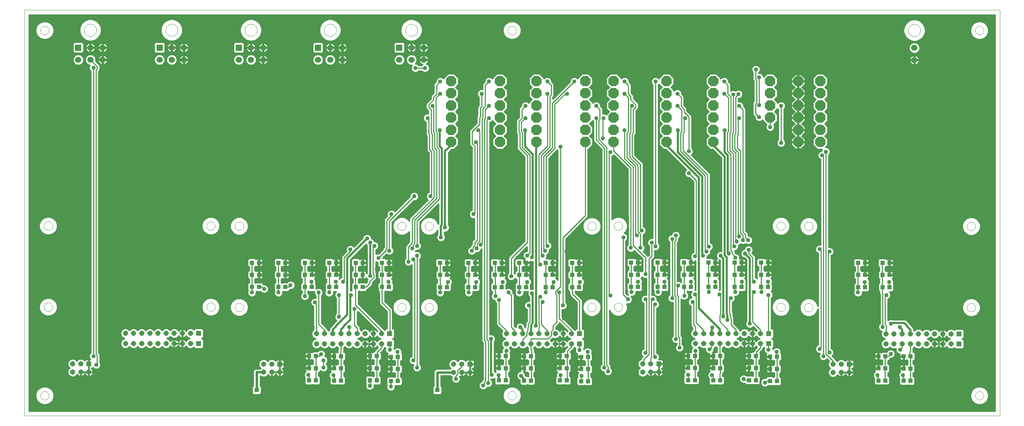
<source format=gtl>
G75*
G70*
%OFA0B0*%
%FSLAX24Y24*%
%IPPOS*%
%LPD*%
%AMOC8*
5,1,8,0,0,1.08239X$1,22.5*
%
%ADD10C,0.0000*%
%ADD11R,0.0515X0.0515*%
%ADD12C,0.0515*%
%ADD13R,0.0394X0.0433*%
%ADD14R,0.0433X0.0394*%
%ADD15R,0.0602X0.0602*%
%ADD16C,0.0602*%
%ADD17OC8,0.1000*%
%ADD18C,0.0100*%
%ADD19C,0.0240*%
%ADD20R,0.0436X0.0436*%
%ADD21C,0.0400*%
%ADD22C,0.0160*%
%ADD23C,0.0200*%
D10*
X000202Y000202D02*
X000202Y039572D01*
X094690Y039572D01*
X094690Y000202D01*
X000202Y000202D01*
X001757Y002170D02*
X001759Y002210D01*
X001765Y002251D01*
X001775Y002290D01*
X001788Y002328D01*
X001806Y002365D01*
X001827Y002399D01*
X001851Y002432D01*
X001878Y002462D01*
X001908Y002489D01*
X001941Y002513D01*
X001975Y002534D01*
X002012Y002552D01*
X002050Y002565D01*
X002089Y002575D01*
X002130Y002581D01*
X002170Y002583D01*
X002210Y002581D01*
X002251Y002575D01*
X002290Y002565D01*
X002328Y002552D01*
X002365Y002534D01*
X002399Y002513D01*
X002432Y002489D01*
X002462Y002462D01*
X002489Y002432D01*
X002513Y002399D01*
X002534Y002365D01*
X002552Y002328D01*
X002565Y002290D01*
X002575Y002251D01*
X002581Y002210D01*
X002583Y002170D01*
X002581Y002130D01*
X002575Y002089D01*
X002565Y002050D01*
X002552Y002012D01*
X002534Y001975D01*
X002513Y001941D01*
X002489Y001908D01*
X002462Y001878D01*
X002432Y001851D01*
X002399Y001827D01*
X002365Y001806D01*
X002328Y001788D01*
X002290Y001775D01*
X002251Y001765D01*
X002210Y001759D01*
X002170Y001757D01*
X002130Y001759D01*
X002089Y001765D01*
X002050Y001775D01*
X002012Y001788D01*
X001975Y001806D01*
X001941Y001827D01*
X001908Y001851D01*
X001878Y001878D01*
X001851Y001908D01*
X001827Y001941D01*
X001806Y001975D01*
X001788Y002012D01*
X001775Y002050D01*
X001765Y002089D01*
X001759Y002130D01*
X001757Y002170D01*
X020602Y010735D02*
X020604Y010775D01*
X020610Y010816D01*
X020620Y010855D01*
X020633Y010893D01*
X020651Y010930D01*
X020672Y010964D01*
X020696Y010997D01*
X020723Y011027D01*
X020753Y011054D01*
X020786Y011078D01*
X020820Y011099D01*
X020857Y011117D01*
X020895Y011130D01*
X020934Y011140D01*
X020975Y011146D01*
X021015Y011148D01*
X021055Y011146D01*
X021096Y011140D01*
X021135Y011130D01*
X021173Y011117D01*
X021210Y011099D01*
X021244Y011078D01*
X021277Y011054D01*
X021307Y011027D01*
X021334Y010997D01*
X021358Y010964D01*
X021379Y010930D01*
X021397Y010893D01*
X021410Y010855D01*
X021420Y010816D01*
X021426Y010775D01*
X021428Y010735D01*
X021426Y010695D01*
X021420Y010654D01*
X021410Y010615D01*
X021397Y010577D01*
X021379Y010540D01*
X021358Y010506D01*
X021334Y010473D01*
X021307Y010443D01*
X021277Y010416D01*
X021244Y010392D01*
X021210Y010371D01*
X021173Y010353D01*
X021135Y010340D01*
X021096Y010330D01*
X021055Y010324D01*
X021015Y010322D01*
X020975Y010324D01*
X020934Y010330D01*
X020895Y010340D01*
X020857Y010353D01*
X020820Y010371D01*
X020786Y010392D01*
X020753Y010416D01*
X020723Y010443D01*
X020696Y010473D01*
X020672Y010506D01*
X020651Y010540D01*
X020633Y010577D01*
X020620Y010615D01*
X020610Y010654D01*
X020604Y010695D01*
X020602Y010735D01*
X017850Y010763D02*
X017852Y010803D01*
X017858Y010844D01*
X017868Y010883D01*
X017881Y010921D01*
X017899Y010958D01*
X017920Y010992D01*
X017944Y011025D01*
X017971Y011055D01*
X018001Y011082D01*
X018034Y011106D01*
X018068Y011127D01*
X018105Y011145D01*
X018143Y011158D01*
X018182Y011168D01*
X018223Y011174D01*
X018263Y011176D01*
X018303Y011174D01*
X018344Y011168D01*
X018383Y011158D01*
X018421Y011145D01*
X018458Y011127D01*
X018492Y011106D01*
X018525Y011082D01*
X018555Y011055D01*
X018582Y011025D01*
X018606Y010992D01*
X018627Y010958D01*
X018645Y010921D01*
X018658Y010883D01*
X018668Y010844D01*
X018674Y010803D01*
X018676Y010763D01*
X018674Y010723D01*
X018668Y010682D01*
X018658Y010643D01*
X018645Y010605D01*
X018627Y010568D01*
X018606Y010534D01*
X018582Y010501D01*
X018555Y010471D01*
X018525Y010444D01*
X018492Y010420D01*
X018458Y010399D01*
X018421Y010381D01*
X018383Y010368D01*
X018344Y010358D01*
X018303Y010352D01*
X018263Y010350D01*
X018223Y010352D01*
X018182Y010358D01*
X018143Y010368D01*
X018105Y010381D01*
X018068Y010399D01*
X018034Y010420D01*
X018001Y010444D01*
X017971Y010471D01*
X017944Y010501D01*
X017920Y010534D01*
X017899Y010568D01*
X017881Y010605D01*
X017868Y010643D01*
X017858Y010682D01*
X017852Y010723D01*
X017850Y010763D01*
X002102Y010763D02*
X002104Y010803D01*
X002110Y010844D01*
X002120Y010883D01*
X002133Y010921D01*
X002151Y010958D01*
X002172Y010992D01*
X002196Y011025D01*
X002223Y011055D01*
X002253Y011082D01*
X002286Y011106D01*
X002320Y011127D01*
X002357Y011145D01*
X002395Y011158D01*
X002434Y011168D01*
X002475Y011174D01*
X002515Y011176D01*
X002555Y011174D01*
X002596Y011168D01*
X002635Y011158D01*
X002673Y011145D01*
X002710Y011127D01*
X002744Y011106D01*
X002777Y011082D01*
X002807Y011055D01*
X002834Y011025D01*
X002858Y010992D01*
X002879Y010958D01*
X002897Y010921D01*
X002910Y010883D01*
X002920Y010844D01*
X002926Y010803D01*
X002928Y010763D01*
X002926Y010723D01*
X002920Y010682D01*
X002910Y010643D01*
X002897Y010605D01*
X002879Y010568D01*
X002858Y010534D01*
X002834Y010501D01*
X002807Y010471D01*
X002777Y010444D01*
X002744Y010420D01*
X002710Y010399D01*
X002673Y010381D01*
X002635Y010368D01*
X002596Y010358D01*
X002555Y010352D01*
X002515Y010350D01*
X002475Y010352D01*
X002434Y010358D01*
X002395Y010368D01*
X002357Y010381D01*
X002320Y010399D01*
X002286Y010420D01*
X002253Y010444D01*
X002223Y010471D01*
X002196Y010501D01*
X002172Y010534D01*
X002151Y010568D01*
X002133Y010605D01*
X002120Y010643D01*
X002110Y010682D01*
X002104Y010723D01*
X002102Y010763D01*
X002102Y018637D02*
X002104Y018677D01*
X002110Y018718D01*
X002120Y018757D01*
X002133Y018795D01*
X002151Y018832D01*
X002172Y018866D01*
X002196Y018899D01*
X002223Y018929D01*
X002253Y018956D01*
X002286Y018980D01*
X002320Y019001D01*
X002357Y019019D01*
X002395Y019032D01*
X002434Y019042D01*
X002475Y019048D01*
X002515Y019050D01*
X002555Y019048D01*
X002596Y019042D01*
X002635Y019032D01*
X002673Y019019D01*
X002710Y019001D01*
X002744Y018980D01*
X002777Y018956D01*
X002807Y018929D01*
X002834Y018899D01*
X002858Y018866D01*
X002879Y018832D01*
X002897Y018795D01*
X002910Y018757D01*
X002920Y018718D01*
X002926Y018677D01*
X002928Y018637D01*
X002926Y018597D01*
X002920Y018556D01*
X002910Y018517D01*
X002897Y018479D01*
X002879Y018442D01*
X002858Y018408D01*
X002834Y018375D01*
X002807Y018345D01*
X002777Y018318D01*
X002744Y018294D01*
X002710Y018273D01*
X002673Y018255D01*
X002635Y018242D01*
X002596Y018232D01*
X002555Y018226D01*
X002515Y018224D01*
X002475Y018226D01*
X002434Y018232D01*
X002395Y018242D01*
X002357Y018255D01*
X002320Y018273D01*
X002286Y018294D01*
X002253Y018318D01*
X002223Y018345D01*
X002196Y018375D01*
X002172Y018408D01*
X002151Y018442D01*
X002133Y018479D01*
X002120Y018517D01*
X002110Y018556D01*
X002104Y018597D01*
X002102Y018637D01*
X017850Y018637D02*
X017852Y018677D01*
X017858Y018718D01*
X017868Y018757D01*
X017881Y018795D01*
X017899Y018832D01*
X017920Y018866D01*
X017944Y018899D01*
X017971Y018929D01*
X018001Y018956D01*
X018034Y018980D01*
X018068Y019001D01*
X018105Y019019D01*
X018143Y019032D01*
X018182Y019042D01*
X018223Y019048D01*
X018263Y019050D01*
X018303Y019048D01*
X018344Y019042D01*
X018383Y019032D01*
X018421Y019019D01*
X018458Y019001D01*
X018492Y018980D01*
X018525Y018956D01*
X018555Y018929D01*
X018582Y018899D01*
X018606Y018866D01*
X018627Y018832D01*
X018645Y018795D01*
X018658Y018757D01*
X018668Y018718D01*
X018674Y018677D01*
X018676Y018637D01*
X018674Y018597D01*
X018668Y018556D01*
X018658Y018517D01*
X018645Y018479D01*
X018627Y018442D01*
X018606Y018408D01*
X018582Y018375D01*
X018555Y018345D01*
X018525Y018318D01*
X018492Y018294D01*
X018458Y018273D01*
X018421Y018255D01*
X018383Y018242D01*
X018344Y018232D01*
X018303Y018226D01*
X018263Y018224D01*
X018223Y018226D01*
X018182Y018232D01*
X018143Y018242D01*
X018105Y018255D01*
X018068Y018273D01*
X018034Y018294D01*
X018001Y018318D01*
X017971Y018345D01*
X017944Y018375D01*
X017920Y018408D01*
X017899Y018442D01*
X017881Y018479D01*
X017868Y018517D01*
X017858Y018556D01*
X017852Y018597D01*
X017850Y018637D01*
X020602Y018609D02*
X020604Y018649D01*
X020610Y018690D01*
X020620Y018729D01*
X020633Y018767D01*
X020651Y018804D01*
X020672Y018838D01*
X020696Y018871D01*
X020723Y018901D01*
X020753Y018928D01*
X020786Y018952D01*
X020820Y018973D01*
X020857Y018991D01*
X020895Y019004D01*
X020934Y019014D01*
X020975Y019020D01*
X021015Y019022D01*
X021055Y019020D01*
X021096Y019014D01*
X021135Y019004D01*
X021173Y018991D01*
X021210Y018973D01*
X021244Y018952D01*
X021277Y018928D01*
X021307Y018901D01*
X021334Y018871D01*
X021358Y018838D01*
X021379Y018804D01*
X021397Y018767D01*
X021410Y018729D01*
X021420Y018690D01*
X021426Y018649D01*
X021428Y018609D01*
X021426Y018569D01*
X021420Y018528D01*
X021410Y018489D01*
X021397Y018451D01*
X021379Y018414D01*
X021358Y018380D01*
X021334Y018347D01*
X021307Y018317D01*
X021277Y018290D01*
X021244Y018266D01*
X021210Y018245D01*
X021173Y018227D01*
X021135Y018214D01*
X021096Y018204D01*
X021055Y018198D01*
X021015Y018196D01*
X020975Y018198D01*
X020934Y018204D01*
X020895Y018214D01*
X020857Y018227D01*
X020820Y018245D01*
X020786Y018266D01*
X020753Y018290D01*
X020723Y018317D01*
X020696Y018347D01*
X020672Y018380D01*
X020651Y018414D01*
X020633Y018451D01*
X020620Y018489D01*
X020610Y018528D01*
X020604Y018569D01*
X020602Y018609D01*
X036350Y018609D02*
X036352Y018649D01*
X036358Y018690D01*
X036368Y018729D01*
X036381Y018767D01*
X036399Y018804D01*
X036420Y018838D01*
X036444Y018871D01*
X036471Y018901D01*
X036501Y018928D01*
X036534Y018952D01*
X036568Y018973D01*
X036605Y018991D01*
X036643Y019004D01*
X036682Y019014D01*
X036723Y019020D01*
X036763Y019022D01*
X036803Y019020D01*
X036844Y019014D01*
X036883Y019004D01*
X036921Y018991D01*
X036958Y018973D01*
X036992Y018952D01*
X037025Y018928D01*
X037055Y018901D01*
X037082Y018871D01*
X037106Y018838D01*
X037127Y018804D01*
X037145Y018767D01*
X037158Y018729D01*
X037168Y018690D01*
X037174Y018649D01*
X037176Y018609D01*
X037174Y018569D01*
X037168Y018528D01*
X037158Y018489D01*
X037145Y018451D01*
X037127Y018414D01*
X037106Y018380D01*
X037082Y018347D01*
X037055Y018317D01*
X037025Y018290D01*
X036992Y018266D01*
X036958Y018245D01*
X036921Y018227D01*
X036883Y018214D01*
X036844Y018204D01*
X036803Y018198D01*
X036763Y018196D01*
X036723Y018198D01*
X036682Y018204D01*
X036643Y018214D01*
X036605Y018227D01*
X036568Y018245D01*
X036534Y018266D01*
X036501Y018290D01*
X036471Y018317D01*
X036444Y018347D01*
X036420Y018380D01*
X036399Y018414D01*
X036381Y018451D01*
X036368Y018489D01*
X036358Y018528D01*
X036352Y018569D01*
X036350Y018609D01*
X039007Y018601D02*
X039009Y018641D01*
X039015Y018682D01*
X039025Y018721D01*
X039038Y018759D01*
X039056Y018796D01*
X039077Y018830D01*
X039101Y018863D01*
X039128Y018893D01*
X039158Y018920D01*
X039191Y018944D01*
X039225Y018965D01*
X039262Y018983D01*
X039300Y018996D01*
X039339Y019006D01*
X039380Y019012D01*
X039420Y019014D01*
X039460Y019012D01*
X039501Y019006D01*
X039540Y018996D01*
X039578Y018983D01*
X039615Y018965D01*
X039649Y018944D01*
X039682Y018920D01*
X039712Y018893D01*
X039739Y018863D01*
X039763Y018830D01*
X039784Y018796D01*
X039802Y018759D01*
X039815Y018721D01*
X039825Y018682D01*
X039831Y018641D01*
X039833Y018601D01*
X039831Y018561D01*
X039825Y018520D01*
X039815Y018481D01*
X039802Y018443D01*
X039784Y018406D01*
X039763Y018372D01*
X039739Y018339D01*
X039712Y018309D01*
X039682Y018282D01*
X039649Y018258D01*
X039615Y018237D01*
X039578Y018219D01*
X039540Y018206D01*
X039501Y018196D01*
X039460Y018190D01*
X039420Y018188D01*
X039380Y018190D01*
X039339Y018196D01*
X039300Y018206D01*
X039262Y018219D01*
X039225Y018237D01*
X039191Y018258D01*
X039158Y018282D01*
X039128Y018309D01*
X039101Y018339D01*
X039077Y018372D01*
X039056Y018406D01*
X039038Y018443D01*
X039025Y018481D01*
X039015Y018520D01*
X039009Y018561D01*
X039007Y018601D01*
X054755Y018601D02*
X054757Y018641D01*
X054763Y018682D01*
X054773Y018721D01*
X054786Y018759D01*
X054804Y018796D01*
X054825Y018830D01*
X054849Y018863D01*
X054876Y018893D01*
X054906Y018920D01*
X054939Y018944D01*
X054973Y018965D01*
X055010Y018983D01*
X055048Y018996D01*
X055087Y019006D01*
X055128Y019012D01*
X055168Y019014D01*
X055208Y019012D01*
X055249Y019006D01*
X055288Y018996D01*
X055326Y018983D01*
X055363Y018965D01*
X055397Y018944D01*
X055430Y018920D01*
X055460Y018893D01*
X055487Y018863D01*
X055511Y018830D01*
X055532Y018796D01*
X055550Y018759D01*
X055563Y018721D01*
X055573Y018682D01*
X055579Y018641D01*
X055581Y018601D01*
X055579Y018561D01*
X055573Y018520D01*
X055563Y018481D01*
X055550Y018443D01*
X055532Y018406D01*
X055511Y018372D01*
X055487Y018339D01*
X055460Y018309D01*
X055430Y018282D01*
X055397Y018258D01*
X055363Y018237D01*
X055326Y018219D01*
X055288Y018206D01*
X055249Y018196D01*
X055208Y018190D01*
X055168Y018188D01*
X055128Y018190D01*
X055087Y018196D01*
X055048Y018206D01*
X055010Y018219D01*
X054973Y018237D01*
X054939Y018258D01*
X054906Y018282D01*
X054876Y018309D01*
X054849Y018339D01*
X054825Y018372D01*
X054804Y018406D01*
X054786Y018443D01*
X054773Y018481D01*
X054763Y018520D01*
X054757Y018561D01*
X054755Y018601D01*
X057326Y018621D02*
X057328Y018661D01*
X057334Y018702D01*
X057344Y018741D01*
X057357Y018779D01*
X057375Y018816D01*
X057396Y018850D01*
X057420Y018883D01*
X057447Y018913D01*
X057477Y018940D01*
X057510Y018964D01*
X057544Y018985D01*
X057581Y019003D01*
X057619Y019016D01*
X057658Y019026D01*
X057699Y019032D01*
X057739Y019034D01*
X057779Y019032D01*
X057820Y019026D01*
X057859Y019016D01*
X057897Y019003D01*
X057934Y018985D01*
X057968Y018964D01*
X058001Y018940D01*
X058031Y018913D01*
X058058Y018883D01*
X058082Y018850D01*
X058103Y018816D01*
X058121Y018779D01*
X058134Y018741D01*
X058144Y018702D01*
X058150Y018661D01*
X058152Y018621D01*
X058150Y018581D01*
X058144Y018540D01*
X058134Y018501D01*
X058121Y018463D01*
X058103Y018426D01*
X058082Y018392D01*
X058058Y018359D01*
X058031Y018329D01*
X058001Y018302D01*
X057968Y018278D01*
X057934Y018257D01*
X057897Y018239D01*
X057859Y018226D01*
X057820Y018216D01*
X057779Y018210D01*
X057739Y018208D01*
X057699Y018210D01*
X057658Y018216D01*
X057619Y018226D01*
X057581Y018239D01*
X057544Y018257D01*
X057510Y018278D01*
X057477Y018302D01*
X057447Y018329D01*
X057420Y018359D01*
X057396Y018392D01*
X057375Y018426D01*
X057357Y018463D01*
X057344Y018501D01*
X057334Y018540D01*
X057328Y018581D01*
X057326Y018621D01*
X073074Y018621D02*
X073076Y018661D01*
X073082Y018702D01*
X073092Y018741D01*
X073105Y018779D01*
X073123Y018816D01*
X073144Y018850D01*
X073168Y018883D01*
X073195Y018913D01*
X073225Y018940D01*
X073258Y018964D01*
X073292Y018985D01*
X073329Y019003D01*
X073367Y019016D01*
X073406Y019026D01*
X073447Y019032D01*
X073487Y019034D01*
X073527Y019032D01*
X073568Y019026D01*
X073607Y019016D01*
X073645Y019003D01*
X073682Y018985D01*
X073716Y018964D01*
X073749Y018940D01*
X073779Y018913D01*
X073806Y018883D01*
X073830Y018850D01*
X073851Y018816D01*
X073869Y018779D01*
X073882Y018741D01*
X073892Y018702D01*
X073898Y018661D01*
X073900Y018621D01*
X073898Y018581D01*
X073892Y018540D01*
X073882Y018501D01*
X073869Y018463D01*
X073851Y018426D01*
X073830Y018392D01*
X073806Y018359D01*
X073779Y018329D01*
X073749Y018302D01*
X073716Y018278D01*
X073682Y018257D01*
X073645Y018239D01*
X073607Y018226D01*
X073568Y018216D01*
X073527Y018210D01*
X073487Y018208D01*
X073447Y018210D01*
X073406Y018216D01*
X073367Y018226D01*
X073329Y018239D01*
X073292Y018257D01*
X073258Y018278D01*
X073225Y018302D01*
X073195Y018329D01*
X073168Y018359D01*
X073144Y018392D01*
X073123Y018426D01*
X073105Y018463D01*
X073092Y018501D01*
X073082Y018540D01*
X073076Y018581D01*
X073074Y018621D01*
X075771Y018593D02*
X075773Y018633D01*
X075779Y018674D01*
X075789Y018713D01*
X075802Y018751D01*
X075820Y018788D01*
X075841Y018822D01*
X075865Y018855D01*
X075892Y018885D01*
X075922Y018912D01*
X075955Y018936D01*
X075989Y018957D01*
X076026Y018975D01*
X076064Y018988D01*
X076103Y018998D01*
X076144Y019004D01*
X076184Y019006D01*
X076224Y019004D01*
X076265Y018998D01*
X076304Y018988D01*
X076342Y018975D01*
X076379Y018957D01*
X076413Y018936D01*
X076446Y018912D01*
X076476Y018885D01*
X076503Y018855D01*
X076527Y018822D01*
X076548Y018788D01*
X076566Y018751D01*
X076579Y018713D01*
X076589Y018674D01*
X076595Y018633D01*
X076597Y018593D01*
X076595Y018553D01*
X076589Y018512D01*
X076579Y018473D01*
X076566Y018435D01*
X076548Y018398D01*
X076527Y018364D01*
X076503Y018331D01*
X076476Y018301D01*
X076446Y018274D01*
X076413Y018250D01*
X076379Y018229D01*
X076342Y018211D01*
X076304Y018198D01*
X076265Y018188D01*
X076224Y018182D01*
X076184Y018180D01*
X076144Y018182D01*
X076103Y018188D01*
X076064Y018198D01*
X076026Y018211D01*
X075989Y018229D01*
X075955Y018250D01*
X075922Y018274D01*
X075892Y018301D01*
X075865Y018331D01*
X075841Y018364D01*
X075820Y018398D01*
X075802Y018435D01*
X075789Y018473D01*
X075779Y018512D01*
X075773Y018553D01*
X075771Y018593D01*
X091519Y018593D02*
X091521Y018633D01*
X091527Y018674D01*
X091537Y018713D01*
X091550Y018751D01*
X091568Y018788D01*
X091589Y018822D01*
X091613Y018855D01*
X091640Y018885D01*
X091670Y018912D01*
X091703Y018936D01*
X091737Y018957D01*
X091774Y018975D01*
X091812Y018988D01*
X091851Y018998D01*
X091892Y019004D01*
X091932Y019006D01*
X091972Y019004D01*
X092013Y018998D01*
X092052Y018988D01*
X092090Y018975D01*
X092127Y018957D01*
X092161Y018936D01*
X092194Y018912D01*
X092224Y018885D01*
X092251Y018855D01*
X092275Y018822D01*
X092296Y018788D01*
X092314Y018751D01*
X092327Y018713D01*
X092337Y018674D01*
X092343Y018633D01*
X092345Y018593D01*
X092343Y018553D01*
X092337Y018512D01*
X092327Y018473D01*
X092314Y018435D01*
X092296Y018398D01*
X092275Y018364D01*
X092251Y018331D01*
X092224Y018301D01*
X092194Y018274D01*
X092161Y018250D01*
X092127Y018229D01*
X092090Y018211D01*
X092052Y018198D01*
X092013Y018188D01*
X091972Y018182D01*
X091932Y018180D01*
X091892Y018182D01*
X091851Y018188D01*
X091812Y018198D01*
X091774Y018211D01*
X091737Y018229D01*
X091703Y018250D01*
X091670Y018274D01*
X091640Y018301D01*
X091613Y018331D01*
X091589Y018364D01*
X091568Y018398D01*
X091550Y018435D01*
X091537Y018473D01*
X091527Y018512D01*
X091521Y018553D01*
X091519Y018593D01*
X073074Y010747D02*
X073076Y010787D01*
X073082Y010828D01*
X073092Y010867D01*
X073105Y010905D01*
X073123Y010942D01*
X073144Y010976D01*
X073168Y011009D01*
X073195Y011039D01*
X073225Y011066D01*
X073258Y011090D01*
X073292Y011111D01*
X073329Y011129D01*
X073367Y011142D01*
X073406Y011152D01*
X073447Y011158D01*
X073487Y011160D01*
X073527Y011158D01*
X073568Y011152D01*
X073607Y011142D01*
X073645Y011129D01*
X073682Y011111D01*
X073716Y011090D01*
X073749Y011066D01*
X073779Y011039D01*
X073806Y011009D01*
X073830Y010976D01*
X073851Y010942D01*
X073869Y010905D01*
X073882Y010867D01*
X073892Y010828D01*
X073898Y010787D01*
X073900Y010747D01*
X073898Y010707D01*
X073892Y010666D01*
X073882Y010627D01*
X073869Y010589D01*
X073851Y010552D01*
X073830Y010518D01*
X073806Y010485D01*
X073779Y010455D01*
X073749Y010428D01*
X073716Y010404D01*
X073682Y010383D01*
X073645Y010365D01*
X073607Y010352D01*
X073568Y010342D01*
X073527Y010336D01*
X073487Y010334D01*
X073447Y010336D01*
X073406Y010342D01*
X073367Y010352D01*
X073329Y010365D01*
X073292Y010383D01*
X073258Y010404D01*
X073225Y010428D01*
X073195Y010455D01*
X073168Y010485D01*
X073144Y010518D01*
X073123Y010552D01*
X073105Y010589D01*
X073092Y010627D01*
X073082Y010666D01*
X073076Y010707D01*
X073074Y010747D01*
X075771Y010719D02*
X075773Y010759D01*
X075779Y010800D01*
X075789Y010839D01*
X075802Y010877D01*
X075820Y010914D01*
X075841Y010948D01*
X075865Y010981D01*
X075892Y011011D01*
X075922Y011038D01*
X075955Y011062D01*
X075989Y011083D01*
X076026Y011101D01*
X076064Y011114D01*
X076103Y011124D01*
X076144Y011130D01*
X076184Y011132D01*
X076224Y011130D01*
X076265Y011124D01*
X076304Y011114D01*
X076342Y011101D01*
X076379Y011083D01*
X076413Y011062D01*
X076446Y011038D01*
X076476Y011011D01*
X076503Y010981D01*
X076527Y010948D01*
X076548Y010914D01*
X076566Y010877D01*
X076579Y010839D01*
X076589Y010800D01*
X076595Y010759D01*
X076597Y010719D01*
X076595Y010679D01*
X076589Y010638D01*
X076579Y010599D01*
X076566Y010561D01*
X076548Y010524D01*
X076527Y010490D01*
X076503Y010457D01*
X076476Y010427D01*
X076446Y010400D01*
X076413Y010376D01*
X076379Y010355D01*
X076342Y010337D01*
X076304Y010324D01*
X076265Y010314D01*
X076224Y010308D01*
X076184Y010306D01*
X076144Y010308D01*
X076103Y010314D01*
X076064Y010324D01*
X076026Y010337D01*
X075989Y010355D01*
X075955Y010376D01*
X075922Y010400D01*
X075892Y010427D01*
X075865Y010457D01*
X075841Y010490D01*
X075820Y010524D01*
X075802Y010561D01*
X075789Y010599D01*
X075779Y010638D01*
X075773Y010679D01*
X075771Y010719D01*
X091519Y010719D02*
X091521Y010759D01*
X091527Y010800D01*
X091537Y010839D01*
X091550Y010877D01*
X091568Y010914D01*
X091589Y010948D01*
X091613Y010981D01*
X091640Y011011D01*
X091670Y011038D01*
X091703Y011062D01*
X091737Y011083D01*
X091774Y011101D01*
X091812Y011114D01*
X091851Y011124D01*
X091892Y011130D01*
X091932Y011132D01*
X091972Y011130D01*
X092013Y011124D01*
X092052Y011114D01*
X092090Y011101D01*
X092127Y011083D01*
X092161Y011062D01*
X092194Y011038D01*
X092224Y011011D01*
X092251Y010981D01*
X092275Y010948D01*
X092296Y010914D01*
X092314Y010877D01*
X092327Y010839D01*
X092337Y010800D01*
X092343Y010759D01*
X092345Y010719D01*
X092343Y010679D01*
X092337Y010638D01*
X092327Y010599D01*
X092314Y010561D01*
X092296Y010524D01*
X092275Y010490D01*
X092251Y010457D01*
X092224Y010427D01*
X092194Y010400D01*
X092161Y010376D01*
X092127Y010355D01*
X092090Y010337D01*
X092052Y010324D01*
X092013Y010314D01*
X091972Y010308D01*
X091932Y010306D01*
X091892Y010308D01*
X091851Y010314D01*
X091812Y010324D01*
X091774Y010337D01*
X091737Y010355D01*
X091703Y010376D01*
X091670Y010400D01*
X091640Y010427D01*
X091613Y010457D01*
X091589Y010490D01*
X091568Y010524D01*
X091550Y010561D01*
X091537Y010599D01*
X091527Y010638D01*
X091521Y010679D01*
X091519Y010719D01*
X092308Y002170D02*
X092310Y002210D01*
X092316Y002251D01*
X092326Y002290D01*
X092339Y002328D01*
X092357Y002365D01*
X092378Y002399D01*
X092402Y002432D01*
X092429Y002462D01*
X092459Y002489D01*
X092492Y002513D01*
X092526Y002534D01*
X092563Y002552D01*
X092601Y002565D01*
X092640Y002575D01*
X092681Y002581D01*
X092721Y002583D01*
X092761Y002581D01*
X092802Y002575D01*
X092841Y002565D01*
X092879Y002552D01*
X092916Y002534D01*
X092950Y002513D01*
X092983Y002489D01*
X093013Y002462D01*
X093040Y002432D01*
X093064Y002399D01*
X093085Y002365D01*
X093103Y002328D01*
X093116Y002290D01*
X093126Y002251D01*
X093132Y002210D01*
X093134Y002170D01*
X093132Y002130D01*
X093126Y002089D01*
X093116Y002050D01*
X093103Y002012D01*
X093085Y001975D01*
X093064Y001941D01*
X093040Y001908D01*
X093013Y001878D01*
X092983Y001851D01*
X092950Y001827D01*
X092916Y001806D01*
X092879Y001788D01*
X092841Y001775D01*
X092802Y001765D01*
X092761Y001759D01*
X092721Y001757D01*
X092681Y001759D01*
X092640Y001765D01*
X092601Y001775D01*
X092563Y001788D01*
X092526Y001806D01*
X092492Y001827D01*
X092459Y001851D01*
X092429Y001878D01*
X092402Y001908D01*
X092378Y001941D01*
X092357Y001975D01*
X092339Y002012D01*
X092326Y002050D01*
X092316Y002089D01*
X092310Y002130D01*
X092308Y002170D01*
X057326Y010747D02*
X057328Y010787D01*
X057334Y010828D01*
X057344Y010867D01*
X057357Y010905D01*
X057375Y010942D01*
X057396Y010976D01*
X057420Y011009D01*
X057447Y011039D01*
X057477Y011066D01*
X057510Y011090D01*
X057544Y011111D01*
X057581Y011129D01*
X057619Y011142D01*
X057658Y011152D01*
X057699Y011158D01*
X057739Y011160D01*
X057779Y011158D01*
X057820Y011152D01*
X057859Y011142D01*
X057897Y011129D01*
X057934Y011111D01*
X057968Y011090D01*
X058001Y011066D01*
X058031Y011039D01*
X058058Y011009D01*
X058082Y010976D01*
X058103Y010942D01*
X058121Y010905D01*
X058134Y010867D01*
X058144Y010828D01*
X058150Y010787D01*
X058152Y010747D01*
X058150Y010707D01*
X058144Y010666D01*
X058134Y010627D01*
X058121Y010589D01*
X058103Y010552D01*
X058082Y010518D01*
X058058Y010485D01*
X058031Y010455D01*
X058001Y010428D01*
X057968Y010404D01*
X057934Y010383D01*
X057897Y010365D01*
X057859Y010352D01*
X057820Y010342D01*
X057779Y010336D01*
X057739Y010334D01*
X057699Y010336D01*
X057658Y010342D01*
X057619Y010352D01*
X057581Y010365D01*
X057544Y010383D01*
X057510Y010404D01*
X057477Y010428D01*
X057447Y010455D01*
X057420Y010485D01*
X057396Y010518D01*
X057375Y010552D01*
X057357Y010589D01*
X057344Y010627D01*
X057334Y010666D01*
X057328Y010707D01*
X057326Y010747D01*
X054755Y010727D02*
X054757Y010767D01*
X054763Y010808D01*
X054773Y010847D01*
X054786Y010885D01*
X054804Y010922D01*
X054825Y010956D01*
X054849Y010989D01*
X054876Y011019D01*
X054906Y011046D01*
X054939Y011070D01*
X054973Y011091D01*
X055010Y011109D01*
X055048Y011122D01*
X055087Y011132D01*
X055128Y011138D01*
X055168Y011140D01*
X055208Y011138D01*
X055249Y011132D01*
X055288Y011122D01*
X055326Y011109D01*
X055363Y011091D01*
X055397Y011070D01*
X055430Y011046D01*
X055460Y011019D01*
X055487Y010989D01*
X055511Y010956D01*
X055532Y010922D01*
X055550Y010885D01*
X055563Y010847D01*
X055573Y010808D01*
X055579Y010767D01*
X055581Y010727D01*
X055579Y010687D01*
X055573Y010646D01*
X055563Y010607D01*
X055550Y010569D01*
X055532Y010532D01*
X055511Y010498D01*
X055487Y010465D01*
X055460Y010435D01*
X055430Y010408D01*
X055397Y010384D01*
X055363Y010363D01*
X055326Y010345D01*
X055288Y010332D01*
X055249Y010322D01*
X055208Y010316D01*
X055168Y010314D01*
X055128Y010316D01*
X055087Y010322D01*
X055048Y010332D01*
X055010Y010345D01*
X054973Y010363D01*
X054939Y010384D01*
X054906Y010408D01*
X054876Y010435D01*
X054849Y010465D01*
X054825Y010498D01*
X054804Y010532D01*
X054786Y010569D01*
X054773Y010607D01*
X054763Y010646D01*
X054757Y010687D01*
X054755Y010727D01*
X039007Y010727D02*
X039009Y010767D01*
X039015Y010808D01*
X039025Y010847D01*
X039038Y010885D01*
X039056Y010922D01*
X039077Y010956D01*
X039101Y010989D01*
X039128Y011019D01*
X039158Y011046D01*
X039191Y011070D01*
X039225Y011091D01*
X039262Y011109D01*
X039300Y011122D01*
X039339Y011132D01*
X039380Y011138D01*
X039420Y011140D01*
X039460Y011138D01*
X039501Y011132D01*
X039540Y011122D01*
X039578Y011109D01*
X039615Y011091D01*
X039649Y011070D01*
X039682Y011046D01*
X039712Y011019D01*
X039739Y010989D01*
X039763Y010956D01*
X039784Y010922D01*
X039802Y010885D01*
X039815Y010847D01*
X039825Y010808D01*
X039831Y010767D01*
X039833Y010727D01*
X039831Y010687D01*
X039825Y010646D01*
X039815Y010607D01*
X039802Y010569D01*
X039784Y010532D01*
X039763Y010498D01*
X039739Y010465D01*
X039712Y010435D01*
X039682Y010408D01*
X039649Y010384D01*
X039615Y010363D01*
X039578Y010345D01*
X039540Y010332D01*
X039501Y010322D01*
X039460Y010316D01*
X039420Y010314D01*
X039380Y010316D01*
X039339Y010322D01*
X039300Y010332D01*
X039262Y010345D01*
X039225Y010363D01*
X039191Y010384D01*
X039158Y010408D01*
X039128Y010435D01*
X039101Y010465D01*
X039077Y010498D01*
X039056Y010532D01*
X039038Y010569D01*
X039025Y010607D01*
X039015Y010646D01*
X039009Y010687D01*
X039007Y010727D01*
X036350Y010735D02*
X036352Y010775D01*
X036358Y010816D01*
X036368Y010855D01*
X036381Y010893D01*
X036399Y010930D01*
X036420Y010964D01*
X036444Y010997D01*
X036471Y011027D01*
X036501Y011054D01*
X036534Y011078D01*
X036568Y011099D01*
X036605Y011117D01*
X036643Y011130D01*
X036682Y011140D01*
X036723Y011146D01*
X036763Y011148D01*
X036803Y011146D01*
X036844Y011140D01*
X036883Y011130D01*
X036921Y011117D01*
X036958Y011099D01*
X036992Y011078D01*
X037025Y011054D01*
X037055Y011027D01*
X037082Y010997D01*
X037106Y010964D01*
X037127Y010930D01*
X037145Y010893D01*
X037158Y010855D01*
X037168Y010816D01*
X037174Y010775D01*
X037176Y010735D01*
X037174Y010695D01*
X037168Y010654D01*
X037158Y010615D01*
X037145Y010577D01*
X037127Y010540D01*
X037106Y010506D01*
X037082Y010473D01*
X037055Y010443D01*
X037025Y010416D01*
X036992Y010392D01*
X036958Y010371D01*
X036921Y010353D01*
X036883Y010340D01*
X036844Y010330D01*
X036803Y010324D01*
X036763Y010322D01*
X036723Y010324D01*
X036682Y010330D01*
X036643Y010340D01*
X036605Y010353D01*
X036568Y010371D01*
X036534Y010392D01*
X036501Y010416D01*
X036471Y010443D01*
X036444Y010473D01*
X036420Y010506D01*
X036399Y010540D01*
X036381Y010577D01*
X036368Y010615D01*
X036358Y010654D01*
X036352Y010695D01*
X036350Y010735D01*
X047033Y002170D02*
X047035Y002210D01*
X047041Y002251D01*
X047051Y002290D01*
X047064Y002328D01*
X047082Y002365D01*
X047103Y002399D01*
X047127Y002432D01*
X047154Y002462D01*
X047184Y002489D01*
X047217Y002513D01*
X047251Y002534D01*
X047288Y002552D01*
X047326Y002565D01*
X047365Y002575D01*
X047406Y002581D01*
X047446Y002583D01*
X047486Y002581D01*
X047527Y002575D01*
X047566Y002565D01*
X047604Y002552D01*
X047641Y002534D01*
X047675Y002513D01*
X047708Y002489D01*
X047738Y002462D01*
X047765Y002432D01*
X047789Y002399D01*
X047810Y002365D01*
X047828Y002328D01*
X047841Y002290D01*
X047851Y002251D01*
X047857Y002210D01*
X047859Y002170D01*
X047857Y002130D01*
X047851Y002089D01*
X047841Y002050D01*
X047828Y002012D01*
X047810Y001975D01*
X047789Y001941D01*
X047765Y001908D01*
X047738Y001878D01*
X047708Y001851D01*
X047675Y001827D01*
X047641Y001806D01*
X047604Y001788D01*
X047566Y001775D01*
X047527Y001765D01*
X047486Y001759D01*
X047446Y001757D01*
X047406Y001759D01*
X047365Y001765D01*
X047326Y001775D01*
X047288Y001788D01*
X047251Y001806D01*
X047217Y001827D01*
X047184Y001851D01*
X047154Y001878D01*
X047127Y001908D01*
X047103Y001941D01*
X047082Y001975D01*
X047064Y002012D01*
X047051Y002050D01*
X047041Y002089D01*
X047035Y002130D01*
X047033Y002170D01*
X047033Y037603D02*
X047035Y037643D01*
X047041Y037684D01*
X047051Y037723D01*
X047064Y037761D01*
X047082Y037798D01*
X047103Y037832D01*
X047127Y037865D01*
X047154Y037895D01*
X047184Y037922D01*
X047217Y037946D01*
X047251Y037967D01*
X047288Y037985D01*
X047326Y037998D01*
X047365Y038008D01*
X047406Y038014D01*
X047446Y038016D01*
X047486Y038014D01*
X047527Y038008D01*
X047566Y037998D01*
X047604Y037985D01*
X047641Y037967D01*
X047675Y037946D01*
X047708Y037922D01*
X047738Y037895D01*
X047765Y037865D01*
X047789Y037832D01*
X047810Y037798D01*
X047828Y037761D01*
X047841Y037723D01*
X047851Y037684D01*
X047857Y037643D01*
X047859Y037603D01*
X047857Y037563D01*
X047851Y037522D01*
X047841Y037483D01*
X047828Y037445D01*
X047810Y037408D01*
X047789Y037374D01*
X047765Y037341D01*
X047738Y037311D01*
X047708Y037284D01*
X047675Y037260D01*
X047641Y037239D01*
X047604Y037221D01*
X047566Y037208D01*
X047527Y037198D01*
X047486Y037192D01*
X047446Y037190D01*
X047406Y037192D01*
X047365Y037198D01*
X047326Y037208D01*
X047288Y037221D01*
X047251Y037239D01*
X047217Y037260D01*
X047184Y037284D01*
X047154Y037311D01*
X047127Y037341D01*
X047103Y037374D01*
X047082Y037408D01*
X047064Y037445D01*
X047051Y037483D01*
X047041Y037522D01*
X047035Y037563D01*
X047033Y037603D01*
X037111Y037631D02*
X037113Y037679D01*
X037119Y037727D01*
X037129Y037774D01*
X037142Y037820D01*
X037160Y037865D01*
X037180Y037909D01*
X037205Y037951D01*
X037233Y037990D01*
X037263Y038027D01*
X037297Y038061D01*
X037334Y038093D01*
X037372Y038122D01*
X037413Y038147D01*
X037456Y038169D01*
X037501Y038187D01*
X037547Y038201D01*
X037594Y038212D01*
X037642Y038219D01*
X037690Y038222D01*
X037738Y038221D01*
X037786Y038216D01*
X037834Y038207D01*
X037880Y038195D01*
X037925Y038178D01*
X037969Y038158D01*
X038011Y038135D01*
X038051Y038108D01*
X038089Y038078D01*
X038124Y038045D01*
X038156Y038009D01*
X038186Y037971D01*
X038212Y037930D01*
X038234Y037887D01*
X038254Y037843D01*
X038269Y037798D01*
X038281Y037751D01*
X038289Y037703D01*
X038293Y037655D01*
X038293Y037607D01*
X038289Y037559D01*
X038281Y037511D01*
X038269Y037464D01*
X038254Y037419D01*
X038234Y037375D01*
X038212Y037332D01*
X038186Y037291D01*
X038156Y037253D01*
X038124Y037217D01*
X038089Y037184D01*
X038051Y037154D01*
X038011Y037127D01*
X037969Y037104D01*
X037925Y037084D01*
X037880Y037067D01*
X037834Y037055D01*
X037786Y037046D01*
X037738Y037041D01*
X037690Y037040D01*
X037642Y037043D01*
X037594Y037050D01*
X037547Y037061D01*
X037501Y037075D01*
X037456Y037093D01*
X037413Y037115D01*
X037372Y037140D01*
X037334Y037169D01*
X037297Y037201D01*
X037263Y037235D01*
X037233Y037272D01*
X037205Y037311D01*
X037180Y037353D01*
X037160Y037397D01*
X037142Y037442D01*
X037129Y037488D01*
X037119Y037535D01*
X037113Y037583D01*
X037111Y037631D01*
X029237Y037631D02*
X029239Y037679D01*
X029245Y037727D01*
X029255Y037774D01*
X029268Y037820D01*
X029286Y037865D01*
X029306Y037909D01*
X029331Y037951D01*
X029359Y037990D01*
X029389Y038027D01*
X029423Y038061D01*
X029460Y038093D01*
X029498Y038122D01*
X029539Y038147D01*
X029582Y038169D01*
X029627Y038187D01*
X029673Y038201D01*
X029720Y038212D01*
X029768Y038219D01*
X029816Y038222D01*
X029864Y038221D01*
X029912Y038216D01*
X029960Y038207D01*
X030006Y038195D01*
X030051Y038178D01*
X030095Y038158D01*
X030137Y038135D01*
X030177Y038108D01*
X030215Y038078D01*
X030250Y038045D01*
X030282Y038009D01*
X030312Y037971D01*
X030338Y037930D01*
X030360Y037887D01*
X030380Y037843D01*
X030395Y037798D01*
X030407Y037751D01*
X030415Y037703D01*
X030419Y037655D01*
X030419Y037607D01*
X030415Y037559D01*
X030407Y037511D01*
X030395Y037464D01*
X030380Y037419D01*
X030360Y037375D01*
X030338Y037332D01*
X030312Y037291D01*
X030282Y037253D01*
X030250Y037217D01*
X030215Y037184D01*
X030177Y037154D01*
X030137Y037127D01*
X030095Y037104D01*
X030051Y037084D01*
X030006Y037067D01*
X029960Y037055D01*
X029912Y037046D01*
X029864Y037041D01*
X029816Y037040D01*
X029768Y037043D01*
X029720Y037050D01*
X029673Y037061D01*
X029627Y037075D01*
X029582Y037093D01*
X029539Y037115D01*
X029498Y037140D01*
X029460Y037169D01*
X029423Y037201D01*
X029389Y037235D01*
X029359Y037272D01*
X029331Y037311D01*
X029306Y037353D01*
X029286Y037397D01*
X029268Y037442D01*
X029255Y037488D01*
X029245Y037535D01*
X029239Y037583D01*
X029237Y037631D01*
X021559Y037631D02*
X021561Y037679D01*
X021567Y037727D01*
X021577Y037774D01*
X021590Y037820D01*
X021608Y037865D01*
X021628Y037909D01*
X021653Y037951D01*
X021681Y037990D01*
X021711Y038027D01*
X021745Y038061D01*
X021782Y038093D01*
X021820Y038122D01*
X021861Y038147D01*
X021904Y038169D01*
X021949Y038187D01*
X021995Y038201D01*
X022042Y038212D01*
X022090Y038219D01*
X022138Y038222D01*
X022186Y038221D01*
X022234Y038216D01*
X022282Y038207D01*
X022328Y038195D01*
X022373Y038178D01*
X022417Y038158D01*
X022459Y038135D01*
X022499Y038108D01*
X022537Y038078D01*
X022572Y038045D01*
X022604Y038009D01*
X022634Y037971D01*
X022660Y037930D01*
X022682Y037887D01*
X022702Y037843D01*
X022717Y037798D01*
X022729Y037751D01*
X022737Y037703D01*
X022741Y037655D01*
X022741Y037607D01*
X022737Y037559D01*
X022729Y037511D01*
X022717Y037464D01*
X022702Y037419D01*
X022682Y037375D01*
X022660Y037332D01*
X022634Y037291D01*
X022604Y037253D01*
X022572Y037217D01*
X022537Y037184D01*
X022499Y037154D01*
X022459Y037127D01*
X022417Y037104D01*
X022373Y037084D01*
X022328Y037067D01*
X022282Y037055D01*
X022234Y037046D01*
X022186Y037041D01*
X022138Y037040D01*
X022090Y037043D01*
X022042Y037050D01*
X021995Y037061D01*
X021949Y037075D01*
X021904Y037093D01*
X021861Y037115D01*
X021820Y037140D01*
X021782Y037169D01*
X021745Y037201D01*
X021711Y037235D01*
X021681Y037272D01*
X021653Y037311D01*
X021628Y037353D01*
X021608Y037397D01*
X021590Y037442D01*
X021577Y037488D01*
X021567Y037535D01*
X021561Y037583D01*
X021559Y037631D01*
X013882Y037631D02*
X013884Y037679D01*
X013890Y037727D01*
X013900Y037774D01*
X013913Y037820D01*
X013931Y037865D01*
X013951Y037909D01*
X013976Y037951D01*
X014004Y037990D01*
X014034Y038027D01*
X014068Y038061D01*
X014105Y038093D01*
X014143Y038122D01*
X014184Y038147D01*
X014227Y038169D01*
X014272Y038187D01*
X014318Y038201D01*
X014365Y038212D01*
X014413Y038219D01*
X014461Y038222D01*
X014509Y038221D01*
X014557Y038216D01*
X014605Y038207D01*
X014651Y038195D01*
X014696Y038178D01*
X014740Y038158D01*
X014782Y038135D01*
X014822Y038108D01*
X014860Y038078D01*
X014895Y038045D01*
X014927Y038009D01*
X014957Y037971D01*
X014983Y037930D01*
X015005Y037887D01*
X015025Y037843D01*
X015040Y037798D01*
X015052Y037751D01*
X015060Y037703D01*
X015064Y037655D01*
X015064Y037607D01*
X015060Y037559D01*
X015052Y037511D01*
X015040Y037464D01*
X015025Y037419D01*
X015005Y037375D01*
X014983Y037332D01*
X014957Y037291D01*
X014927Y037253D01*
X014895Y037217D01*
X014860Y037184D01*
X014822Y037154D01*
X014782Y037127D01*
X014740Y037104D01*
X014696Y037084D01*
X014651Y037067D01*
X014605Y037055D01*
X014557Y037046D01*
X014509Y037041D01*
X014461Y037040D01*
X014413Y037043D01*
X014365Y037050D01*
X014318Y037061D01*
X014272Y037075D01*
X014227Y037093D01*
X014184Y037115D01*
X014143Y037140D01*
X014105Y037169D01*
X014068Y037201D01*
X014034Y037235D01*
X014004Y037272D01*
X013976Y037311D01*
X013951Y037353D01*
X013931Y037397D01*
X013913Y037442D01*
X013900Y037488D01*
X013890Y037535D01*
X013884Y037583D01*
X013882Y037631D01*
X006008Y037631D02*
X006010Y037679D01*
X006016Y037727D01*
X006026Y037774D01*
X006039Y037820D01*
X006057Y037865D01*
X006077Y037909D01*
X006102Y037951D01*
X006130Y037990D01*
X006160Y038027D01*
X006194Y038061D01*
X006231Y038093D01*
X006269Y038122D01*
X006310Y038147D01*
X006353Y038169D01*
X006398Y038187D01*
X006444Y038201D01*
X006491Y038212D01*
X006539Y038219D01*
X006587Y038222D01*
X006635Y038221D01*
X006683Y038216D01*
X006731Y038207D01*
X006777Y038195D01*
X006822Y038178D01*
X006866Y038158D01*
X006908Y038135D01*
X006948Y038108D01*
X006986Y038078D01*
X007021Y038045D01*
X007053Y038009D01*
X007083Y037971D01*
X007109Y037930D01*
X007131Y037887D01*
X007151Y037843D01*
X007166Y037798D01*
X007178Y037751D01*
X007186Y037703D01*
X007190Y037655D01*
X007190Y037607D01*
X007186Y037559D01*
X007178Y037511D01*
X007166Y037464D01*
X007151Y037419D01*
X007131Y037375D01*
X007109Y037332D01*
X007083Y037291D01*
X007053Y037253D01*
X007021Y037217D01*
X006986Y037184D01*
X006948Y037154D01*
X006908Y037127D01*
X006866Y037104D01*
X006822Y037084D01*
X006777Y037067D01*
X006731Y037055D01*
X006683Y037046D01*
X006635Y037041D01*
X006587Y037040D01*
X006539Y037043D01*
X006491Y037050D01*
X006444Y037061D01*
X006398Y037075D01*
X006353Y037093D01*
X006310Y037115D01*
X006269Y037140D01*
X006231Y037169D01*
X006194Y037201D01*
X006160Y037235D01*
X006130Y037272D01*
X006102Y037311D01*
X006077Y037353D01*
X006057Y037397D01*
X006039Y037442D01*
X006026Y037488D01*
X006016Y037535D01*
X006010Y037583D01*
X006008Y037631D01*
X001757Y037603D02*
X001759Y037643D01*
X001765Y037684D01*
X001775Y037723D01*
X001788Y037761D01*
X001806Y037798D01*
X001827Y037832D01*
X001851Y037865D01*
X001878Y037895D01*
X001908Y037922D01*
X001941Y037946D01*
X001975Y037967D01*
X002012Y037985D01*
X002050Y037998D01*
X002089Y038008D01*
X002130Y038014D01*
X002170Y038016D01*
X002210Y038014D01*
X002251Y038008D01*
X002290Y037998D01*
X002328Y037985D01*
X002365Y037967D01*
X002399Y037946D01*
X002432Y037922D01*
X002462Y037895D01*
X002489Y037865D01*
X002513Y037832D01*
X002534Y037798D01*
X002552Y037761D01*
X002565Y037723D01*
X002575Y037684D01*
X002581Y037643D01*
X002583Y037603D01*
X002581Y037563D01*
X002575Y037522D01*
X002565Y037483D01*
X002552Y037445D01*
X002534Y037408D01*
X002513Y037374D01*
X002489Y037341D01*
X002462Y037311D01*
X002432Y037284D01*
X002399Y037260D01*
X002365Y037239D01*
X002328Y037221D01*
X002290Y037208D01*
X002251Y037198D01*
X002210Y037192D01*
X002170Y037190D01*
X002130Y037192D01*
X002089Y037198D01*
X002050Y037208D01*
X002012Y037221D01*
X001975Y037239D01*
X001941Y037260D01*
X001908Y037284D01*
X001878Y037311D01*
X001851Y037341D01*
X001827Y037374D01*
X001806Y037408D01*
X001788Y037445D01*
X001775Y037483D01*
X001765Y037522D01*
X001759Y037563D01*
X001757Y037603D01*
X085831Y037603D02*
X085833Y037651D01*
X085839Y037699D01*
X085849Y037746D01*
X085862Y037792D01*
X085880Y037837D01*
X085900Y037881D01*
X085925Y037923D01*
X085953Y037962D01*
X085983Y037999D01*
X086017Y038033D01*
X086054Y038065D01*
X086092Y038094D01*
X086133Y038119D01*
X086176Y038141D01*
X086221Y038159D01*
X086267Y038173D01*
X086314Y038184D01*
X086362Y038191D01*
X086410Y038194D01*
X086458Y038193D01*
X086506Y038188D01*
X086554Y038179D01*
X086600Y038167D01*
X086645Y038150D01*
X086689Y038130D01*
X086731Y038107D01*
X086771Y038080D01*
X086809Y038050D01*
X086844Y038017D01*
X086876Y037981D01*
X086906Y037943D01*
X086932Y037902D01*
X086954Y037859D01*
X086974Y037815D01*
X086989Y037770D01*
X087001Y037723D01*
X087009Y037675D01*
X087013Y037627D01*
X087013Y037579D01*
X087009Y037531D01*
X087001Y037483D01*
X086989Y037436D01*
X086974Y037391D01*
X086954Y037347D01*
X086932Y037304D01*
X086906Y037263D01*
X086876Y037225D01*
X086844Y037189D01*
X086809Y037156D01*
X086771Y037126D01*
X086731Y037099D01*
X086689Y037076D01*
X086645Y037056D01*
X086600Y037039D01*
X086554Y037027D01*
X086506Y037018D01*
X086458Y037013D01*
X086410Y037012D01*
X086362Y037015D01*
X086314Y037022D01*
X086267Y037033D01*
X086221Y037047D01*
X086176Y037065D01*
X086133Y037087D01*
X086092Y037112D01*
X086054Y037141D01*
X086017Y037173D01*
X085983Y037207D01*
X085953Y037244D01*
X085925Y037283D01*
X085900Y037325D01*
X085880Y037369D01*
X085862Y037414D01*
X085849Y037460D01*
X085839Y037507D01*
X085833Y037555D01*
X085831Y037603D01*
X092308Y037603D02*
X092310Y037643D01*
X092316Y037684D01*
X092326Y037723D01*
X092339Y037761D01*
X092357Y037798D01*
X092378Y037832D01*
X092402Y037865D01*
X092429Y037895D01*
X092459Y037922D01*
X092492Y037946D01*
X092526Y037967D01*
X092563Y037985D01*
X092601Y037998D01*
X092640Y038008D01*
X092681Y038014D01*
X092721Y038016D01*
X092761Y038014D01*
X092802Y038008D01*
X092841Y037998D01*
X092879Y037985D01*
X092916Y037967D01*
X092950Y037946D01*
X092983Y037922D01*
X093013Y037895D01*
X093040Y037865D01*
X093064Y037832D01*
X093085Y037798D01*
X093103Y037761D01*
X093116Y037723D01*
X093126Y037684D01*
X093132Y037643D01*
X093134Y037603D01*
X093132Y037563D01*
X093126Y037522D01*
X093116Y037483D01*
X093103Y037445D01*
X093085Y037408D01*
X093064Y037374D01*
X093040Y037341D01*
X093013Y037311D01*
X092983Y037284D01*
X092950Y037260D01*
X092916Y037239D01*
X092879Y037221D01*
X092841Y037208D01*
X092802Y037198D01*
X092761Y037192D01*
X092721Y037190D01*
X092681Y037192D01*
X092640Y037198D01*
X092601Y037208D01*
X092563Y037221D01*
X092526Y037239D01*
X092492Y037260D01*
X092459Y037284D01*
X092429Y037311D01*
X092402Y037341D01*
X092378Y037374D01*
X092357Y037408D01*
X092339Y037445D01*
X092326Y037483D01*
X092316Y037522D01*
X092310Y037563D01*
X092308Y037603D01*
D11*
X090751Y008160D03*
X090751Y007176D03*
X080121Y005207D03*
X072306Y007204D03*
X072306Y008188D03*
X061676Y005235D03*
X053987Y007184D03*
X053987Y008168D03*
X043357Y005215D03*
X035581Y007192D03*
X035581Y008176D03*
X024952Y005223D03*
X017081Y007219D03*
X017081Y008204D03*
X006452Y005251D03*
D12*
X005664Y005251D03*
X004877Y005251D03*
X004877Y004463D03*
X005664Y004463D03*
X006452Y004463D03*
X009995Y007219D03*
X010782Y007219D03*
X011570Y007219D03*
X012357Y007219D03*
X013144Y007219D03*
X013932Y007219D03*
X014719Y007219D03*
X015507Y007219D03*
X016294Y007219D03*
X016294Y008204D03*
X015507Y008204D03*
X014719Y008204D03*
X013932Y008204D03*
X013144Y008204D03*
X012357Y008204D03*
X011570Y008204D03*
X010782Y008204D03*
X009995Y008204D03*
X023377Y005223D03*
X024164Y005223D03*
X024164Y004436D03*
X023377Y004436D03*
X024952Y004436D03*
X028495Y007192D03*
X029282Y007192D03*
X030070Y007192D03*
X030857Y007192D03*
X031644Y007192D03*
X032432Y007192D03*
X033219Y007192D03*
X034007Y007192D03*
X034794Y007192D03*
X034794Y008176D03*
X034007Y008176D03*
X033219Y008176D03*
X032432Y008176D03*
X031644Y008176D03*
X030857Y008176D03*
X030070Y008176D03*
X029282Y008176D03*
X028495Y008176D03*
X041782Y005215D03*
X042570Y005215D03*
X042570Y004428D03*
X043357Y004428D03*
X041782Y004428D03*
X046900Y007184D03*
X047688Y007184D03*
X048475Y007184D03*
X049263Y007184D03*
X050050Y007184D03*
X050837Y007184D03*
X051625Y007184D03*
X052412Y007184D03*
X053200Y007184D03*
X053200Y008168D03*
X052412Y008168D03*
X051625Y008168D03*
X050837Y008168D03*
X050050Y008168D03*
X049263Y008168D03*
X048475Y008168D03*
X047688Y008168D03*
X046900Y008168D03*
X060101Y005235D03*
X060889Y005235D03*
X060889Y004448D03*
X061676Y004448D03*
X060101Y004448D03*
X065219Y007204D03*
X066007Y007204D03*
X066794Y007204D03*
X067581Y007204D03*
X068369Y007204D03*
X069156Y007204D03*
X069944Y007204D03*
X070731Y007204D03*
X071519Y007204D03*
X071519Y008188D03*
X070731Y008188D03*
X069944Y008188D03*
X069156Y008188D03*
X068369Y008188D03*
X067581Y008188D03*
X066794Y008188D03*
X066007Y008188D03*
X065219Y008188D03*
X078546Y005207D03*
X079333Y005207D03*
X079333Y004420D03*
X078546Y004420D03*
X080121Y004420D03*
X083664Y007176D03*
X084452Y007176D03*
X085239Y007176D03*
X086026Y007176D03*
X086814Y007176D03*
X087601Y007176D03*
X088389Y007176D03*
X089176Y007176D03*
X089963Y007176D03*
X089963Y008160D03*
X089176Y008160D03*
X088389Y008160D03*
X087601Y008160D03*
X086814Y008160D03*
X086026Y008160D03*
X085239Y008160D03*
X084452Y008160D03*
X083664Y008160D03*
D13*
X083605Y004814D03*
X082936Y004814D03*
X085377Y004794D03*
X086046Y004794D03*
X086046Y003613D03*
X085377Y003613D03*
X083605Y003633D03*
X082936Y003633D03*
X073113Y003581D03*
X072444Y003581D03*
X072444Y004763D03*
X073113Y004763D03*
X071066Y004841D03*
X070396Y004841D03*
X070396Y003660D03*
X071066Y003660D03*
X067601Y003641D03*
X066932Y003641D03*
X065160Y003660D03*
X064491Y003660D03*
X064491Y004841D03*
X065160Y004841D03*
X066932Y004822D03*
X067601Y004822D03*
X054794Y004743D03*
X054125Y004743D03*
X052747Y004822D03*
X052078Y004822D03*
X052078Y003641D03*
X052747Y003641D03*
X054125Y003562D03*
X054794Y003562D03*
X049282Y003621D03*
X048613Y003621D03*
X046841Y003641D03*
X046172Y003641D03*
X046172Y004822D03*
X046841Y004822D03*
X048613Y004802D03*
X049282Y004802D03*
X036389Y004751D03*
X035719Y004751D03*
X034341Y004830D03*
X033672Y004830D03*
X033672Y003648D03*
X034341Y003648D03*
X035719Y003570D03*
X036389Y003570D03*
X030877Y003629D03*
X030207Y003629D03*
X028436Y003648D03*
X027767Y003648D03*
X027767Y004830D03*
X028436Y004830D03*
X030207Y004810D03*
X030877Y004810D03*
X030404Y012704D03*
X029735Y012704D03*
X028042Y012704D03*
X027373Y012704D03*
X025483Y012704D03*
X024814Y012704D03*
X022924Y012704D03*
X022255Y012704D03*
X022255Y013885D03*
X022924Y013885D03*
X024814Y013885D03*
X025483Y013885D03*
X027373Y013885D03*
X028042Y013885D03*
X029735Y013885D03*
X030404Y013885D03*
X032294Y013885D03*
X032963Y013885D03*
X034853Y013885D03*
X035522Y013885D03*
X035522Y012704D03*
X034853Y012704D03*
X032963Y012704D03*
X032294Y012704D03*
X040463Y012696D03*
X041133Y012696D03*
X043219Y012696D03*
X043889Y012696D03*
X045778Y012696D03*
X046448Y012696D03*
X048141Y012696D03*
X048810Y012696D03*
X050700Y012696D03*
X051369Y012696D03*
X053259Y012696D03*
X053928Y012696D03*
X053928Y013877D03*
X053259Y013877D03*
X051369Y013877D03*
X050700Y013877D03*
X048810Y013877D03*
X048141Y013877D03*
X046448Y013877D03*
X045778Y013877D03*
X043889Y013877D03*
X043219Y013877D03*
X041133Y013877D03*
X040463Y013877D03*
X058979Y013896D03*
X059648Y013896D03*
X061538Y013896D03*
X062207Y013896D03*
X064097Y013896D03*
X064767Y013896D03*
X066459Y013896D03*
X067129Y013896D03*
X069019Y013896D03*
X069688Y013896D03*
X071578Y013896D03*
X072247Y013896D03*
X072247Y012715D03*
X071578Y012715D03*
X069688Y012715D03*
X069019Y012715D03*
X067129Y012715D03*
X066459Y012715D03*
X064767Y012715D03*
X064097Y012715D03*
X062207Y012715D03*
X061538Y012715D03*
X059648Y012715D03*
X058979Y012715D03*
X080967Y012688D03*
X081637Y012688D03*
X083330Y012688D03*
X083999Y012688D03*
X083999Y013869D03*
X083330Y013869D03*
X081637Y013869D03*
X080967Y013869D03*
D14*
X080967Y015050D03*
X081637Y015050D03*
X083330Y015050D03*
X083999Y015050D03*
X072247Y015078D03*
X071578Y015078D03*
X069688Y015078D03*
X069019Y015078D03*
X067129Y015078D03*
X066459Y015078D03*
X064767Y015078D03*
X064097Y015078D03*
X062207Y015078D03*
X061538Y015078D03*
X059648Y015078D03*
X058979Y015078D03*
X053928Y015058D03*
X053259Y015058D03*
X051369Y015058D03*
X050700Y015058D03*
X048810Y015058D03*
X048141Y015058D03*
X046448Y015058D03*
X045778Y015058D03*
X043889Y015058D03*
X043219Y015058D03*
X041133Y015058D03*
X040463Y015058D03*
X035522Y015066D03*
X034853Y015066D03*
X032963Y015066D03*
X032294Y015066D03*
X030404Y015066D03*
X029735Y015066D03*
X028042Y015066D03*
X027373Y015066D03*
X025483Y015066D03*
X024814Y015066D03*
X022924Y015066D03*
X022255Y015066D03*
X027767Y006011D03*
X028436Y006011D03*
X030207Y005991D03*
X030877Y005991D03*
X033672Y006011D03*
X034341Y006011D03*
X035719Y005932D03*
X036389Y005932D03*
X046172Y006003D03*
X046841Y006003D03*
X048613Y005983D03*
X049282Y005983D03*
X052078Y006003D03*
X052747Y006003D03*
X054125Y005924D03*
X054794Y005924D03*
X064491Y006022D03*
X065160Y006022D03*
X066932Y006003D03*
X067601Y006003D03*
X070396Y006022D03*
X071066Y006022D03*
X072444Y005944D03*
X073113Y005944D03*
X082936Y005995D03*
X083605Y005995D03*
X085377Y005975D03*
X086046Y005975D03*
D15*
X036520Y035930D03*
X028646Y035930D03*
X020969Y035930D03*
X013292Y035930D03*
X005418Y035930D03*
D16*
X006599Y035930D03*
X007780Y035930D03*
X007780Y034749D03*
X006599Y034749D03*
X005418Y034749D03*
X013292Y034749D03*
X014473Y034749D03*
X015654Y034749D03*
X015654Y035930D03*
X014473Y035930D03*
X020969Y034749D03*
X022150Y034749D03*
X023331Y034749D03*
X023331Y035930D03*
X022150Y035930D03*
X028646Y034749D03*
X029828Y034749D03*
X031009Y034749D03*
X031009Y035930D03*
X029828Y035930D03*
X036520Y034749D03*
X037702Y034749D03*
X038883Y034749D03*
X038883Y035930D03*
X037702Y035930D03*
X086422Y035902D03*
X086422Y034721D03*
D17*
X077308Y032682D03*
X075162Y032682D03*
X075162Y031501D03*
X077308Y031501D03*
X077308Y030320D03*
X075162Y030320D03*
X075162Y029139D03*
X077308Y029139D03*
X077308Y027957D03*
X075162Y027957D03*
X075162Y026776D03*
X077308Y026776D03*
X072446Y029139D03*
X072446Y030320D03*
X072446Y031501D03*
X072446Y032682D03*
X066934Y032682D03*
X066934Y031501D03*
X066934Y030320D03*
X066934Y029139D03*
X066934Y027957D03*
X066934Y026776D03*
X062406Y026776D03*
X062406Y027957D03*
X062406Y029139D03*
X062406Y030320D03*
X062406Y031501D03*
X062406Y032682D03*
X057288Y032682D03*
X057288Y031501D03*
X057288Y030320D03*
X057288Y029139D03*
X057288Y027957D03*
X057288Y026776D03*
X054532Y026776D03*
X054532Y027957D03*
X054532Y029139D03*
X054532Y030320D03*
X054532Y031501D03*
X054532Y032682D03*
X049808Y032682D03*
X049808Y031501D03*
X049808Y030320D03*
X049808Y029139D03*
X049808Y027957D03*
X049808Y026776D03*
X046265Y026776D03*
X046265Y027957D03*
X046265Y029139D03*
X046265Y030320D03*
X046265Y031501D03*
X046265Y032682D03*
X041540Y032682D03*
X041540Y031501D03*
X041540Y030320D03*
X041540Y029139D03*
X041540Y027957D03*
X041540Y026776D03*
D18*
X040359Y026068D02*
X040162Y026265D01*
X040162Y027721D01*
X040083Y027800D01*
X040083Y031068D01*
X040477Y031461D01*
X040123Y031422D02*
X039847Y031146D01*
X039847Y030871D01*
X039375Y030398D01*
X039375Y030162D01*
X039611Y029926D01*
X039611Y027643D01*
X039690Y027564D01*
X039690Y026107D01*
X039887Y025910D01*
X039887Y021383D01*
X037761Y019257D01*
X037761Y017013D01*
X037643Y016894D01*
X037643Y016816D01*
X037406Y016580D01*
X037406Y015162D01*
X037879Y015398D02*
X037997Y015280D01*
X037997Y005713D01*
X037879Y005595D01*
X036389Y005932D02*
X036343Y005910D01*
X036304Y005950D01*
X036343Y005989D01*
X036343Y006422D01*
X035595Y006619D02*
X035595Y007170D01*
X035581Y007192D01*
X034808Y007170D02*
X034808Y006816D01*
X034375Y006383D01*
X034375Y006068D01*
X034414Y006028D01*
X034375Y005989D01*
X034341Y006011D01*
X034335Y005989D01*
X034335Y004847D01*
X034341Y004830D01*
X034335Y004808D01*
X034335Y003666D01*
X034341Y003648D01*
X033672Y003648D02*
X033666Y003627D01*
X033666Y003115D01*
X035713Y003036D02*
X035713Y003548D01*
X035719Y003570D01*
X036383Y003587D02*
X036389Y003570D01*
X036383Y003587D02*
X036383Y004729D01*
X036389Y004751D01*
X036383Y004769D01*
X036383Y005910D01*
X036389Y005932D01*
X038233Y004887D02*
X038233Y015753D01*
X037761Y016461D02*
X037879Y016580D01*
X037879Y016816D01*
X037997Y016934D01*
X037997Y019178D01*
X040123Y021304D01*
X040123Y025989D01*
X039926Y026186D01*
X039926Y027643D01*
X039847Y027721D01*
X039847Y030162D01*
X039729Y030280D01*
X040123Y031422D02*
X040123Y032288D01*
X040477Y032643D01*
X039020Y033942D02*
X038076Y033942D01*
X044493Y031461D02*
X044493Y030202D01*
X044375Y030083D01*
X044375Y029217D01*
X044296Y029139D01*
X044296Y028509D01*
X043587Y027800D01*
X043587Y026619D01*
X043824Y026383D01*
X043824Y019887D01*
X043706Y019769D01*
X040359Y021225D02*
X040359Y026068D01*
X039650Y025831D02*
X039454Y026028D01*
X039454Y027485D01*
X039375Y027564D01*
X039375Y028981D01*
X039257Y029099D01*
X044178Y027918D02*
X044296Y027800D01*
X044296Y017170D01*
X044060Y016934D01*
X044060Y016501D01*
X044020Y016461D01*
X043824Y016737D02*
X043666Y016580D01*
X043666Y016343D01*
X043548Y016225D01*
X043824Y016737D02*
X043824Y017013D01*
X044060Y017249D01*
X044060Y026619D01*
X043942Y026737D01*
X048194Y026186D02*
X048194Y027643D01*
X048115Y027721D01*
X048115Y028784D01*
X048391Y029060D01*
X048391Y029926D01*
X048745Y030280D01*
X051107Y031225D02*
X051225Y031343D01*
X051225Y032288D01*
X050871Y032643D01*
X050871Y031461D02*
X050871Y026383D01*
X050044Y025556D01*
X050044Y015005D01*
X050162Y014887D01*
X050700Y015058D02*
X050713Y015044D01*
X050713Y013902D01*
X050700Y013877D01*
X050713Y013863D01*
X050713Y012721D01*
X050700Y012696D01*
X050713Y012682D01*
X050713Y012170D01*
X050162Y011737D02*
X050044Y011619D01*
X050044Y009099D01*
X050083Y009060D01*
X050083Y008824D01*
X050044Y008784D01*
X050044Y008194D01*
X050050Y008168D01*
X050831Y008194D02*
X050831Y008509D01*
X050517Y008824D01*
X050517Y008863D01*
X050320Y009060D01*
X050320Y009139D01*
X050280Y009178D01*
X050280Y011146D01*
X050398Y011265D01*
X049178Y010792D02*
X049178Y009296D01*
X049020Y009139D01*
X049020Y008824D01*
X048981Y008784D01*
X048981Y008509D01*
X048902Y008430D01*
X048902Y008391D01*
X048863Y008351D01*
X048863Y007997D01*
X048469Y007603D01*
X048469Y007209D01*
X048475Y007184D01*
X049257Y007170D02*
X049263Y007184D01*
X049257Y007209D01*
X049257Y007682D01*
X050910Y007682D01*
X051225Y007997D01*
X051225Y008351D01*
X051265Y008391D01*
X051265Y008430D01*
X051422Y008587D01*
X051422Y008942D01*
X051776Y009296D01*
X051776Y011934D01*
X051658Y012052D01*
X051658Y012288D01*
X052131Y012761D01*
X052131Y026304D01*
X051580Y026146D02*
X051580Y030438D01*
X052603Y031461D01*
X052761Y031461D01*
X051107Y031225D02*
X051107Y026304D01*
X050280Y025477D01*
X050280Y015871D01*
X050398Y015753D01*
X050635Y016225D02*
X050517Y016343D01*
X050517Y025398D01*
X051343Y026225D01*
X051343Y030517D01*
X053469Y032643D01*
X058351Y032643D02*
X058706Y032288D01*
X058706Y031422D01*
X058942Y031186D01*
X058942Y030871D01*
X059414Y030398D01*
X059414Y030162D01*
X059178Y029926D01*
X059178Y027643D01*
X059060Y027524D01*
X059060Y025398D01*
X059887Y024572D01*
X059887Y018312D01*
X060005Y018194D01*
X059887Y017839D02*
X059650Y018076D01*
X059650Y024493D01*
X058824Y025320D01*
X058824Y027603D01*
X058942Y027721D01*
X058942Y030162D01*
X059060Y030280D01*
X058706Y031107D02*
X058351Y031461D01*
X058706Y031107D02*
X058706Y027800D01*
X058587Y027682D01*
X058587Y025241D01*
X059414Y024414D01*
X059414Y017839D01*
X059532Y017721D01*
X059887Y017839D02*
X059887Y016501D01*
X059178Y016737D02*
X059178Y024335D01*
X058351Y025162D01*
X058351Y027918D01*
X056225Y027131D02*
X056225Y029020D01*
X056304Y029099D01*
X055950Y028981D02*
X055950Y029926D01*
X055595Y030280D01*
X055595Y029099D02*
X055595Y026973D01*
X056383Y026186D01*
X056383Y004887D01*
X056619Y005123D02*
X056619Y026265D01*
X055831Y027052D01*
X055831Y028863D01*
X055950Y028981D01*
X057288Y026776D02*
X057288Y025910D01*
X058942Y024257D01*
X058942Y016501D01*
X059178Y016737D02*
X060359Y015556D01*
X060359Y013942D01*
X061538Y013896D02*
X061540Y013942D01*
X061540Y015044D01*
X061538Y015078D01*
X060989Y015713D02*
X060713Y015438D01*
X060713Y006186D01*
X060202Y005674D01*
X060202Y005477D01*
X060083Y005359D01*
X060083Y005241D01*
X060101Y005235D01*
X060871Y005241D02*
X060871Y005792D01*
X060950Y005871D01*
X060950Y011383D01*
X061068Y011501D01*
X061304Y011028D02*
X061186Y010910D01*
X061186Y006028D01*
X061304Y005910D01*
X060889Y005235D02*
X060871Y005241D01*
X060359Y006304D02*
X060477Y006422D01*
X060477Y011383D01*
X060359Y011501D01*
X061580Y012209D02*
X061580Y012406D01*
X061540Y012446D01*
X061540Y012682D01*
X061538Y012715D01*
X061540Y012721D01*
X061540Y013863D01*
X061538Y013896D01*
X062209Y013233D02*
X062209Y012721D01*
X062207Y012715D01*
X063430Y012721D02*
X063430Y011934D01*
X063548Y011816D01*
X063548Y007879D01*
X063666Y007761D01*
X063666Y006816D01*
X065202Y006501D02*
X065202Y006068D01*
X065241Y006028D01*
X065202Y005989D01*
X065160Y006022D01*
X065162Y005989D01*
X065162Y004887D01*
X065160Y004841D01*
X065162Y004808D01*
X065162Y003666D01*
X065160Y003660D01*
X064493Y003666D02*
X064493Y004178D01*
X064493Y003666D02*
X064491Y003660D01*
X066816Y004139D02*
X066934Y004020D01*
X066934Y003666D01*
X066932Y003641D01*
X067601Y003641D02*
X067603Y003666D01*
X067603Y003902D01*
X067564Y003942D01*
X067564Y004257D01*
X067603Y004296D01*
X067603Y004808D01*
X067601Y004822D01*
X067603Y004847D01*
X067603Y005989D01*
X067601Y006003D01*
X067564Y006028D01*
X067564Y007170D01*
X067581Y007204D01*
X066794Y007204D02*
X066776Y007170D01*
X066776Y006855D01*
X066580Y006658D01*
X066007Y008188D02*
X065989Y008194D01*
X065989Y008548D01*
X065280Y009257D01*
X065280Y011855D01*
X065162Y011973D01*
X064767Y012715D02*
X064769Y012721D01*
X064769Y013233D01*
X064099Y012721D02*
X064099Y013863D01*
X064097Y013896D01*
X064099Y013942D01*
X064099Y015044D01*
X064097Y015078D01*
X065162Y015674D02*
X065280Y015792D01*
X065280Y023036D01*
X064572Y023745D01*
X066146Y023509D02*
X063784Y025871D01*
X063784Y027721D01*
X063863Y027800D01*
X063863Y029887D01*
X063469Y030280D01*
X063824Y030241D02*
X064099Y029965D01*
X064099Y029690D01*
X064572Y029217D01*
X064572Y025871D01*
X064020Y025950D02*
X064020Y027643D01*
X064099Y027721D01*
X064099Y028981D01*
X064217Y029099D01*
X063824Y030241D02*
X063824Y031107D01*
X063469Y031461D01*
X061343Y032643D02*
X061343Y016658D01*
X060989Y017013D02*
X060989Y015713D01*
X058979Y015078D02*
X058981Y015044D01*
X058981Y013942D01*
X058979Y013896D01*
X058981Y013863D01*
X058981Y012721D01*
X058979Y012715D01*
X058981Y012682D01*
X058981Y012446D01*
X059020Y012406D01*
X059020Y012209D01*
X058666Y011501D02*
X058194Y011973D01*
X058194Y017485D01*
X058233Y017524D01*
X054532Y019650D02*
X052367Y017485D01*
X052367Y010910D01*
X053312Y012013D02*
X053981Y011343D01*
X053981Y008194D01*
X053987Y008168D01*
X053200Y008168D02*
X053194Y008194D01*
X053194Y008469D01*
X052013Y009650D01*
X052013Y012170D01*
X051369Y012696D02*
X051383Y012721D01*
X051383Y013115D01*
X051461Y013194D01*
X053259Y012696D02*
X053272Y012682D01*
X053272Y012209D01*
X053312Y012170D01*
X053312Y012013D01*
X053259Y012696D02*
X053272Y012721D01*
X053272Y013863D01*
X053259Y013877D01*
X053272Y013902D01*
X053272Y015044D01*
X053259Y015058D01*
X054020Y013194D02*
X053942Y013115D01*
X053942Y012721D01*
X053928Y012696D01*
X056855Y012013D02*
X056855Y025674D01*
X056973Y025792D01*
X054532Y026776D02*
X054532Y019650D01*
X050871Y016698D02*
X050753Y016816D01*
X050753Y025320D01*
X051580Y026146D01*
X049178Y025517D02*
X048430Y026265D01*
X048430Y027721D01*
X048351Y027800D01*
X048351Y028706D01*
X048745Y029099D01*
X045202Y029099D02*
X045005Y028902D01*
X045005Y007603D01*
X045123Y007485D01*
X045123Y003391D01*
X044887Y003627D02*
X044769Y003509D01*
X044769Y003272D01*
X044650Y003154D01*
X044887Y003627D02*
X044887Y007406D01*
X044769Y007524D01*
X044769Y028981D01*
X044847Y029060D01*
X044847Y029926D01*
X045202Y030280D01*
X044847Y030241D02*
X044847Y032288D01*
X045202Y032643D01*
X044847Y030241D02*
X044611Y030005D01*
X044611Y029139D01*
X044532Y029060D01*
X044532Y016934D01*
X044414Y016816D01*
X047367Y015477D02*
X048942Y017052D01*
X048942Y025438D01*
X048194Y026186D01*
X049178Y025517D02*
X049178Y016028D01*
X048902Y015753D01*
X048154Y015044D02*
X048141Y015058D01*
X048154Y015044D02*
X048154Y013902D01*
X048141Y013877D01*
X048154Y013863D01*
X048154Y012721D01*
X048141Y012696D01*
X048154Y012682D01*
X048154Y012170D01*
X047367Y011894D02*
X047091Y012170D01*
X047367Y011894D02*
X047367Y008824D01*
X047682Y008509D01*
X047682Y008194D01*
X047688Y008168D01*
X046900Y008168D02*
X046894Y008194D01*
X046894Y008469D01*
X046186Y009178D01*
X046186Y011461D01*
X045831Y011816D02*
X045831Y012170D01*
X045792Y012209D01*
X045792Y012682D01*
X045778Y012696D01*
X045792Y012721D01*
X045792Y013863D01*
X045778Y013877D01*
X045792Y013902D01*
X045792Y015044D01*
X045778Y015058D01*
X047367Y015477D02*
X047367Y013745D01*
X046540Y013194D02*
X046461Y013115D01*
X046461Y012721D01*
X046448Y012696D01*
X043981Y013194D02*
X043902Y013115D01*
X043902Y012721D01*
X043889Y012696D01*
X043233Y012682D02*
X043233Y012170D01*
X043233Y012682D02*
X043219Y012696D01*
X043233Y012721D01*
X043233Y013863D01*
X043219Y013877D01*
X043233Y013902D01*
X043233Y015044D01*
X043219Y015058D01*
X040477Y015044D02*
X040477Y013902D01*
X040463Y013877D01*
X040477Y013863D01*
X040477Y012721D01*
X040463Y012696D01*
X040477Y012682D01*
X040477Y012170D01*
X041133Y012696D02*
X041146Y012721D01*
X041146Y013115D01*
X041225Y013194D01*
X040477Y015044D02*
X040463Y015058D01*
X038233Y016698D02*
X038233Y019099D01*
X040359Y021225D01*
X039650Y021619D02*
X039650Y025831D01*
X039650Y021619D02*
X039532Y021501D01*
X037957Y021501D02*
X035556Y019099D01*
X035556Y016225D01*
X035320Y016461D02*
X035320Y019178D01*
X035753Y019611D01*
X035753Y019769D01*
X035320Y016461D02*
X035202Y016343D01*
X035202Y016225D01*
X034493Y015517D01*
X034853Y015066D02*
X034847Y015044D01*
X034847Y013902D01*
X034853Y013885D01*
X034847Y013863D01*
X034847Y012721D01*
X034853Y012704D01*
X034847Y012682D01*
X034847Y012249D01*
X034808Y012209D01*
X034808Y012131D01*
X034847Y012091D01*
X034847Y011186D01*
X035595Y010438D01*
X035595Y008194D01*
X035581Y008176D01*
X034808Y008194D02*
X034808Y008430D01*
X032288Y010950D01*
X032288Y012682D01*
X032294Y012704D01*
X032288Y012721D01*
X032288Y013863D01*
X032294Y013885D01*
X032288Y013902D01*
X032288Y015044D01*
X032294Y015066D01*
X031776Y016146D02*
X031186Y015556D01*
X031186Y013351D01*
X031068Y013233D01*
X030398Y013194D02*
X030359Y013233D01*
X030398Y013194D02*
X030398Y012721D01*
X030404Y012704D01*
X029735Y012704D02*
X029729Y012682D01*
X029729Y012170D01*
X029735Y012704D02*
X029729Y012721D01*
X029729Y013863D01*
X029735Y013885D01*
X029729Y013902D01*
X029729Y015044D01*
X029735Y015066D01*
X031776Y016146D02*
X031776Y016343D01*
X033981Y016580D02*
X034099Y016698D01*
X033981Y016580D02*
X033981Y013981D01*
X034060Y013902D01*
X034060Y013666D01*
X033666Y013272D01*
X033666Y013076D01*
X033312Y012721D01*
X032997Y012721D01*
X032963Y012704D01*
X030674Y011934D02*
X030674Y009808D01*
X031658Y008824D02*
X031658Y008194D01*
X031644Y008176D01*
X032432Y008176D02*
X032446Y008194D01*
X032446Y008706D01*
X032170Y008981D01*
X032170Y010595D01*
X028469Y011107D02*
X028351Y011225D01*
X028469Y011107D02*
X028469Y009020D01*
X028509Y008981D01*
X028509Y008194D01*
X028495Y008176D01*
X029282Y008176D02*
X029296Y008194D01*
X029296Y008509D01*
X028706Y009099D01*
X028706Y012170D01*
X028042Y012704D02*
X028036Y012721D01*
X028036Y013194D01*
X027997Y013233D01*
X027367Y012721D02*
X027367Y013863D01*
X027373Y013885D01*
X027367Y013902D01*
X027367Y015044D01*
X027373Y015066D01*
X024814Y015066D02*
X024808Y015044D01*
X024808Y013902D01*
X024814Y013885D01*
X024808Y013863D01*
X024808Y012721D01*
X024814Y012704D01*
X024808Y012682D01*
X024808Y012170D01*
X025483Y012704D02*
X025517Y012721D01*
X025831Y012721D01*
X025989Y012879D01*
X027367Y012721D02*
X027373Y012704D01*
X027367Y012682D01*
X027367Y011816D01*
X023430Y012524D02*
X023233Y012721D01*
X022957Y012721D01*
X022924Y012704D01*
X022255Y012704D02*
X022249Y012682D01*
X022249Y012170D01*
X022255Y012704D02*
X022249Y012721D01*
X022249Y013863D01*
X022255Y013885D01*
X022249Y013902D01*
X022249Y015044D01*
X022255Y015066D01*
X035477Y013233D02*
X035517Y013194D01*
X035517Y012721D01*
X035522Y012704D01*
X034808Y008194D02*
X034794Y008176D01*
X034794Y007192D02*
X034808Y007170D01*
X030871Y007170D02*
X030871Y006540D01*
X030831Y006501D01*
X030831Y006028D01*
X030792Y005989D01*
X030831Y005950D01*
X030877Y005991D01*
X030871Y005989D01*
X030871Y004847D01*
X030877Y004810D01*
X030871Y004808D01*
X030871Y003666D01*
X030877Y003629D01*
X030207Y003629D02*
X030202Y003666D01*
X030202Y003942D01*
X030123Y004020D01*
X030123Y004139D01*
X029178Y004887D02*
X029178Y005595D01*
X028784Y006028D02*
X028469Y006028D01*
X028436Y006011D01*
X028430Y005989D01*
X028430Y004847D01*
X028436Y004830D01*
X028430Y004808D01*
X028430Y003666D01*
X028436Y003648D01*
X027767Y003648D02*
X027761Y003666D01*
X027761Y004139D01*
X027721Y004178D01*
X028784Y006028D02*
X028942Y006186D01*
X030857Y007192D02*
X030871Y007170D01*
X041973Y004060D02*
X041973Y003942D01*
X042013Y003902D01*
X042013Y003784D01*
X041973Y004060D02*
X042170Y004257D01*
X042170Y004611D01*
X042406Y004847D01*
X042446Y004847D01*
X042564Y004965D01*
X042564Y005202D01*
X042570Y005215D01*
X046841Y004822D02*
X046855Y004847D01*
X046855Y005989D01*
X046841Y006003D01*
X046855Y006028D01*
X046855Y006383D01*
X046894Y006422D01*
X046894Y006501D01*
X049257Y006619D02*
X049257Y007170D01*
X049257Y006619D02*
X049335Y006540D01*
X049335Y005950D01*
X049282Y005983D01*
X049296Y005950D01*
X049296Y004847D01*
X049282Y004802D01*
X049296Y004769D01*
X049296Y003627D01*
X049282Y003621D01*
X046855Y003666D02*
X046841Y003641D01*
X046855Y003666D02*
X046855Y004808D01*
X046841Y004822D01*
X052091Y004099D02*
X052091Y003666D01*
X052078Y003641D01*
X052091Y004099D02*
X052131Y004139D01*
X052761Y003666D02*
X052747Y003641D01*
X052761Y003666D02*
X052761Y004808D01*
X052747Y004822D01*
X052761Y004847D01*
X052761Y005989D01*
X052747Y006003D01*
X052800Y005950D01*
X052839Y005989D01*
X052800Y006028D01*
X052800Y006461D01*
X052839Y006501D01*
X052839Y006540D01*
X053194Y006894D01*
X053194Y007170D01*
X053200Y007184D01*
X053981Y007170D02*
X053987Y007184D01*
X053981Y007170D02*
X053981Y006580D01*
X054769Y006422D02*
X054769Y005950D01*
X054794Y005924D01*
X054808Y005910D01*
X054808Y004769D01*
X054794Y004743D01*
X054808Y004729D01*
X054808Y003587D01*
X054794Y003562D01*
X054139Y003587D02*
X054125Y003562D01*
X054139Y003587D02*
X054139Y004020D01*
X054178Y004060D01*
X054178Y004099D01*
X056737Y004532D02*
X056737Y005005D01*
X056619Y005123D01*
X063312Y007643D02*
X063312Y011737D01*
X063194Y011855D01*
X063194Y017131D01*
X063312Y017249D01*
X063312Y017721D01*
X062957Y017367D02*
X062957Y011619D01*
X064139Y011855D02*
X064139Y012406D01*
X064099Y012446D01*
X064099Y012682D01*
X064097Y012715D01*
X064099Y012721D01*
X063548Y012839D02*
X063430Y012721D01*
X064926Y011265D02*
X065044Y011146D01*
X065044Y009020D01*
X065123Y008942D01*
X065123Y008902D01*
X065202Y008824D01*
X065202Y008194D01*
X065219Y008188D01*
X067564Y009335D02*
X067564Y009965D01*
X067643Y010044D01*
X067643Y011855D01*
X067524Y011973D01*
X067129Y012715D02*
X067131Y012721D01*
X067131Y013233D01*
X066461Y012721D02*
X066461Y013863D01*
X066459Y013896D01*
X066461Y013942D01*
X066461Y015044D01*
X066459Y015078D01*
X068784Y015910D02*
X068784Y016068D01*
X068627Y016225D01*
X068627Y025556D01*
X068312Y025871D01*
X068312Y027721D01*
X068391Y027800D01*
X068391Y031068D01*
X067997Y031461D01*
X068351Y031422D02*
X068351Y032288D01*
X067997Y032643D01*
X071028Y032918D02*
X071146Y032800D01*
X071146Y030595D01*
X071028Y030477D01*
X071028Y029532D01*
X071383Y029178D01*
X072446Y029139D02*
X072446Y028233D01*
X073509Y026698D02*
X073509Y030280D01*
X071383Y030359D02*
X071383Y033036D01*
X071028Y032918D02*
X071028Y033784D01*
X071068Y033824D01*
X069375Y031422D02*
X069099Y031146D01*
X069099Y027564D01*
X069020Y027485D01*
X069020Y026107D01*
X069335Y025792D01*
X069335Y017721D01*
X069454Y017603D01*
X069808Y017721D02*
X069572Y017957D01*
X069572Y025871D01*
X069257Y026186D01*
X069257Y027406D01*
X069335Y027485D01*
X069335Y028981D01*
X069454Y029099D01*
X069808Y029926D02*
X069454Y030280D01*
X069808Y029926D02*
X069808Y018036D01*
X070044Y017800D01*
X070044Y017524D01*
X070320Y017249D01*
X069808Y017249D02*
X069808Y017721D01*
X069217Y017131D02*
X069099Y017249D01*
X069099Y025713D01*
X068784Y026028D01*
X068784Y027564D01*
X068863Y027643D01*
X068863Y031383D01*
X068627Y031146D02*
X068351Y031422D01*
X068627Y031146D02*
X068627Y027721D01*
X068548Y027643D01*
X068548Y025950D01*
X068863Y025635D01*
X068863Y016776D01*
X068981Y016658D01*
X068784Y015910D02*
X069060Y015635D01*
X069060Y015556D01*
X069019Y015078D02*
X069020Y015044D01*
X069020Y013942D01*
X069019Y013896D01*
X069020Y013863D01*
X069020Y012721D01*
X069019Y012715D01*
X069020Y012682D01*
X069020Y012446D01*
X069060Y012406D01*
X069060Y012209D01*
X068627Y011619D02*
X068509Y011501D01*
X068509Y010162D01*
X068587Y010083D01*
X068587Y009729D01*
X068666Y009650D01*
X068666Y009020D01*
X069139Y008548D01*
X069139Y008194D01*
X069156Y008188D01*
X068369Y008188D02*
X068351Y008194D01*
X068351Y008548D01*
X067564Y009335D01*
X070753Y009335D02*
X070753Y012091D01*
X070871Y012209D01*
X071580Y012446D02*
X071580Y012682D01*
X071578Y012715D01*
X071580Y012721D01*
X071580Y013863D01*
X071578Y013896D01*
X071580Y013942D01*
X071580Y015044D01*
X071578Y015078D01*
X070753Y015556D02*
X070359Y015950D01*
X070359Y016304D01*
X070753Y015556D02*
X070753Y013351D01*
X070871Y013233D01*
X069690Y013233D02*
X069690Y012721D01*
X069688Y012715D01*
X071580Y012446D02*
X071619Y012406D01*
X071619Y012209D01*
X072288Y011934D02*
X072288Y008194D01*
X072306Y008188D01*
X071519Y008188D02*
X071501Y008194D01*
X071501Y008548D01*
X070831Y009217D01*
X070831Y009257D01*
X070753Y009335D01*
X071519Y007204D02*
X071501Y007170D01*
X071501Y006816D01*
X071225Y006540D01*
X071225Y006501D01*
X071107Y006383D01*
X071107Y006068D01*
X071146Y006028D01*
X071107Y005989D01*
X071066Y006022D01*
X071068Y005989D01*
X071068Y004887D01*
X071066Y004841D01*
X071068Y004808D01*
X071068Y003666D01*
X071066Y003660D01*
X070396Y003660D02*
X070359Y003666D01*
X070083Y003666D01*
X070044Y003706D01*
X069965Y003706D01*
X069887Y003784D01*
X071934Y003430D02*
X071973Y003430D01*
X072131Y003587D01*
X072406Y003587D01*
X072444Y003581D01*
X073113Y003581D02*
X073115Y003587D01*
X073115Y004729D01*
X073113Y004763D01*
X073115Y004808D01*
X073115Y005910D01*
X073113Y005944D01*
X073076Y005910D01*
X073036Y005950D01*
X073076Y005989D01*
X073076Y006422D01*
X072288Y006619D02*
X072288Y007170D01*
X072306Y007204D01*
X077249Y006698D02*
X077367Y006816D01*
X077367Y016265D01*
X077249Y016383D01*
X078076Y016028D02*
X078194Y016146D01*
X078076Y016028D02*
X078076Y006461D01*
X078194Y006343D01*
X077839Y006225D02*
X077839Y025831D01*
X077485Y025477D02*
X077603Y025359D01*
X077603Y005989D01*
X077839Y006225D02*
X078548Y005517D01*
X078548Y005241D01*
X078546Y005207D01*
X082839Y004139D02*
X082918Y004060D01*
X082918Y003666D01*
X082936Y003633D01*
X083587Y003666D02*
X083605Y003633D01*
X083587Y003666D02*
X083587Y004808D01*
X083605Y004814D01*
X083587Y004847D01*
X083587Y005989D01*
X083605Y005995D01*
X083627Y005989D01*
X083902Y005989D01*
X084139Y006225D01*
X085044Y006619D02*
X085123Y006698D01*
X085123Y006737D01*
X085241Y006855D01*
X085241Y007170D01*
X085239Y007176D01*
X086026Y007176D02*
X086028Y007170D01*
X086028Y006501D01*
X085989Y006461D01*
X085989Y005950D01*
X086046Y005975D01*
X086028Y005950D01*
X086028Y004808D01*
X086046Y004794D01*
X086028Y004769D01*
X086028Y003627D01*
X086046Y003613D01*
X085377Y003613D02*
X085359Y003627D01*
X085359Y004099D01*
X085320Y004139D01*
X083664Y008160D02*
X083666Y008194D01*
X083666Y008666D01*
X083706Y008706D01*
X083706Y008942D01*
X083587Y009060D01*
X083587Y011816D01*
X083706Y011934D01*
X083351Y012131D02*
X083312Y012170D01*
X083312Y012643D01*
X083330Y012688D01*
X083312Y012721D01*
X083312Y013863D01*
X083330Y013869D01*
X083312Y013902D01*
X083312Y015044D01*
X083330Y015050D01*
X080967Y015050D02*
X080950Y015044D01*
X080950Y013902D01*
X080967Y013869D01*
X080950Y013863D01*
X080950Y012721D01*
X080967Y012688D01*
X080950Y012643D01*
X080950Y012170D01*
X081637Y012688D02*
X081619Y012721D01*
X081619Y013194D01*
X083981Y013194D02*
X083981Y012721D01*
X083999Y012688D01*
X083351Y012131D02*
X083351Y008824D01*
X072247Y012715D02*
X072249Y012721D01*
X072249Y013233D01*
X066501Y012406D02*
X066501Y012209D01*
X066501Y012406D02*
X066461Y012446D01*
X066461Y012682D01*
X066459Y012715D01*
X066461Y012721D01*
X059650Y012721D02*
X059648Y012715D01*
X059650Y012721D02*
X059650Y013233D01*
X056973Y011894D02*
X056855Y012013D01*
X049178Y010792D02*
X049060Y010910D01*
X048810Y012696D02*
X048824Y012721D01*
X048824Y013115D01*
X048902Y013194D01*
X050831Y008194D02*
X050837Y008168D01*
X066146Y016265D02*
X066146Y023509D01*
X066383Y023587D02*
X064020Y025950D01*
X066383Y023587D02*
X066383Y016737D01*
X066501Y016619D01*
X066146Y016265D02*
X066265Y016146D01*
X007249Y006107D02*
X007249Y005241D01*
X007170Y005162D01*
X006894Y005989D02*
X006894Y033981D01*
X007131Y033745D02*
X007249Y033863D01*
X007249Y034099D01*
X006776Y034572D01*
X006658Y034572D01*
X006619Y034611D01*
X006619Y034729D01*
X006599Y034749D01*
X007131Y033745D02*
X007131Y006225D01*
X007249Y006107D01*
D19*
X022702Y004436D02*
X022702Y002702D01*
X022702Y004436D02*
X023377Y004436D01*
X040202Y004428D02*
X040202Y002702D01*
X040202Y004428D02*
X041782Y004428D01*
D20*
X040202Y002702D03*
X022702Y002702D03*
D21*
X027721Y004178D03*
X029178Y004887D03*
X029178Y005595D03*
X028942Y006186D03*
X030123Y004139D03*
X033666Y003115D03*
X035713Y003036D03*
X038233Y004887D03*
X037879Y005595D03*
X036343Y006422D03*
X035595Y006619D03*
X031658Y008824D03*
X030674Y009808D03*
X032170Y010595D03*
X034572Y009532D03*
X031855Y011934D03*
X030674Y011934D03*
X029729Y012170D03*
X028706Y012170D03*
X028351Y011225D03*
X027367Y011816D03*
X024808Y012170D03*
X025989Y012879D03*
X027997Y013233D03*
X030359Y013233D03*
X031068Y013233D03*
X033312Y014454D03*
X034335Y014454D03*
X033706Y013784D03*
X035477Y013233D03*
X034375Y012564D03*
X040477Y012170D03*
X041225Y013194D03*
X043233Y012170D03*
X043981Y013194D03*
X046540Y013194D03*
X047367Y013745D03*
X048902Y013194D03*
X049375Y012091D03*
X050162Y011737D03*
X050398Y011265D03*
X050713Y012170D03*
X052013Y012170D03*
X051461Y013194D03*
X054020Y013194D03*
X056973Y011894D03*
X058666Y011501D03*
X059020Y012209D03*
X060359Y011501D03*
X061068Y011501D03*
X061304Y011028D03*
X062957Y011619D03*
X064139Y011855D03*
X064926Y011265D03*
X065162Y011973D03*
X066501Y012209D03*
X067524Y011973D03*
X068627Y011619D03*
X069060Y012209D03*
X070871Y012209D03*
X071619Y012209D03*
X072288Y011934D03*
X072249Y013233D03*
X070871Y013233D03*
X069690Y013233D03*
X067131Y013233D03*
X064769Y013233D03*
X063548Y012839D03*
X062209Y013233D03*
X060359Y013942D03*
X059650Y013233D03*
X061580Y012209D03*
X067918Y009847D03*
X068312Y009532D03*
X066855Y008784D03*
X070477Y009139D03*
X072288Y006619D03*
X073076Y006422D03*
X077249Y006698D03*
X077603Y005989D03*
X078194Y006343D03*
X082839Y004139D03*
X085320Y004139D03*
X084139Y006225D03*
X085044Y006619D03*
X085005Y008824D03*
X084139Y009139D03*
X083351Y008824D03*
X083706Y011934D03*
X083981Y013194D03*
X081619Y013194D03*
X080950Y012170D03*
X078194Y016146D03*
X077249Y016383D03*
X070359Y016304D03*
X070005Y015950D03*
X069060Y015556D03*
X068430Y015950D03*
X067643Y015753D03*
X066501Y016619D03*
X066265Y016146D03*
X065950Y015753D03*
X065162Y015674D03*
X062957Y017367D03*
X063312Y017721D03*
X063036Y018154D03*
X060989Y017013D03*
X061343Y016658D03*
X059887Y016501D03*
X058942Y016501D03*
X058233Y017524D03*
X059532Y017721D03*
X060005Y018194D03*
X058587Y019532D03*
X051776Y019808D03*
X050871Y016698D03*
X050635Y016225D03*
X050398Y015753D03*
X049375Y015595D03*
X048902Y015753D03*
X047957Y015556D03*
X050162Y014887D03*
X051776Y016146D03*
X052721Y016146D03*
X044414Y016816D03*
X044020Y016461D03*
X043548Y016225D03*
X040556Y017524D03*
X040950Y018469D03*
X043706Y019769D03*
X039532Y021501D03*
X037957Y021501D03*
X035753Y019769D03*
X033391Y017406D03*
X033706Y017013D03*
X034099Y016698D03*
X034493Y015517D03*
X035556Y016225D03*
X037406Y015162D03*
X037879Y015398D03*
X038233Y015753D03*
X037761Y016461D03*
X038233Y016698D03*
X031776Y016343D03*
X023430Y012524D03*
X022249Y012170D03*
X006894Y005989D03*
X007170Y005162D03*
X042013Y003784D03*
X044650Y003154D03*
X045123Y003391D03*
X045477Y004178D03*
X046146Y004139D03*
X048312Y004099D03*
X052131Y004139D03*
X054178Y004099D03*
X056383Y004887D03*
X056737Y004532D03*
X060359Y006304D03*
X061304Y005910D03*
X063666Y006816D03*
X065202Y006501D03*
X066580Y006658D03*
X063312Y007643D03*
X064493Y004178D03*
X066816Y004139D03*
X069887Y003784D03*
X071934Y003430D03*
X054769Y006422D03*
X053981Y006580D03*
X049729Y008942D03*
X048233Y008824D03*
X045398Y007682D03*
X046894Y006501D03*
X052485Y009650D03*
X052367Y010910D03*
X049060Y010910D03*
X048154Y012170D03*
X047091Y012170D03*
X045831Y011816D03*
X046186Y011461D03*
X068981Y016658D03*
X069217Y017131D03*
X069454Y017603D03*
X069808Y017249D03*
X070320Y017249D03*
X064572Y023745D03*
X064572Y025871D03*
X063509Y027918D03*
X064217Y029099D03*
X063469Y030280D03*
X063469Y031461D03*
X061343Y032643D03*
X058351Y032643D03*
X058351Y031461D03*
X059060Y030280D03*
X056304Y029099D03*
X055595Y029099D03*
X055595Y030280D03*
X052761Y031461D03*
X050871Y031461D03*
X050871Y032643D03*
X053469Y032643D03*
X048745Y030280D03*
X048745Y029099D03*
X048706Y027918D03*
X045202Y029099D03*
X045202Y030280D03*
X044493Y031461D03*
X045202Y032643D03*
X040477Y032643D03*
X040477Y031461D03*
X039729Y030280D03*
X039257Y029099D03*
X040438Y027918D03*
X043942Y026737D03*
X044178Y027918D03*
X052131Y026304D03*
X056225Y027131D03*
X058351Y027918D03*
X056973Y025792D03*
X068036Y027918D03*
X069454Y029099D03*
X071383Y029178D03*
X071383Y030359D03*
X069454Y030280D03*
X069375Y031422D03*
X068863Y031383D03*
X067997Y031461D03*
X067997Y032643D03*
X071068Y033824D03*
X071383Y033036D03*
X073509Y030280D03*
X072446Y028233D03*
X073509Y026698D03*
X077485Y025477D03*
X077839Y025831D03*
X039020Y033942D03*
X038076Y033942D03*
X006894Y033981D03*
D22*
X006488Y033813D02*
X000682Y033813D01*
X000682Y033971D02*
X006454Y033971D01*
X006454Y033894D02*
X006521Y033732D01*
X006604Y033649D01*
X006604Y006321D01*
X006521Y006238D01*
X006454Y006076D01*
X006454Y005901D01*
X006521Y005740D01*
X006573Y005688D01*
X006452Y005688D01*
X006452Y005251D01*
X006451Y005251D01*
X006451Y005688D01*
X006170Y005688D01*
X006125Y005676D01*
X006084Y005652D01*
X006050Y005619D01*
X006032Y005587D01*
X005946Y005672D01*
X005763Y005748D01*
X005565Y005748D01*
X005382Y005672D01*
X005270Y005561D01*
X005159Y005672D01*
X004976Y005748D01*
X004778Y005748D01*
X004595Y005672D01*
X004455Y005533D01*
X004379Y005350D01*
X004379Y005152D01*
X004455Y004969D01*
X004567Y004857D01*
X004455Y004745D01*
X004379Y004562D01*
X004379Y004364D01*
X004455Y004182D01*
X004595Y004042D01*
X004778Y003966D01*
X004976Y003966D01*
X005159Y004042D01*
X005298Y004182D01*
X005309Y004208D01*
X005330Y004178D01*
X005379Y004130D01*
X005435Y004089D01*
X005496Y004058D01*
X005562Y004037D01*
X005630Y004026D01*
X005664Y004026D01*
X005664Y004463D01*
X005664Y004463D01*
X005664Y004026D01*
X005699Y004026D01*
X005767Y004037D01*
X005832Y004058D01*
X005893Y004089D01*
X005949Y004130D01*
X005998Y004178D01*
X006038Y004234D01*
X006058Y004272D01*
X006077Y004234D01*
X006118Y004178D01*
X006167Y004130D01*
X006222Y004089D01*
X006284Y004058D01*
X006349Y004037D01*
X006417Y004026D01*
X006451Y004026D01*
X006451Y004463D01*
X006102Y004463D01*
X005665Y004463D01*
X005665Y004464D01*
X006102Y004464D01*
X006451Y004464D01*
X006451Y004901D01*
X006451Y005250D01*
X006452Y005250D01*
X006452Y004901D01*
X006452Y004464D01*
X006451Y004464D01*
X006451Y004463D01*
X006452Y004463D01*
X006452Y004464D01*
X006889Y004464D01*
X006889Y004498D01*
X006878Y004566D01*
X006857Y004631D01*
X006826Y004693D01*
X006785Y004748D01*
X006737Y004797D01*
X006714Y004813D01*
X006733Y004813D01*
X006779Y004826D01*
X006820Y004849D01*
X006840Y004870D01*
X006921Y004789D01*
X007083Y004722D01*
X007258Y004722D01*
X007419Y004789D01*
X007543Y004913D01*
X007610Y005075D01*
X007610Y005250D01*
X007543Y005411D01*
X007539Y005416D01*
X007539Y006165D01*
X007495Y006271D01*
X007421Y006345D01*
X007421Y033625D01*
X007495Y033699D01*
X007539Y033805D01*
X007539Y033921D01*
X007539Y034157D01*
X007495Y034263D01*
X007413Y034345D01*
X007133Y034625D01*
X007140Y034641D01*
X007140Y034856D01*
X007058Y035055D01*
X006906Y035208D01*
X006707Y035290D01*
X006492Y035290D01*
X006293Y035208D01*
X006140Y035055D01*
X006058Y034856D01*
X006058Y034641D01*
X006140Y034442D01*
X006293Y034290D01*
X006492Y034208D01*
X006512Y034208D01*
X006454Y034069D01*
X006454Y033894D01*
X006480Y034130D02*
X000682Y034130D01*
X000682Y034288D02*
X005116Y034288D01*
X005112Y034290D02*
X005310Y034208D01*
X005526Y034208D01*
X005725Y034290D01*
X005877Y034442D01*
X005959Y034641D01*
X005959Y034856D01*
X005877Y035055D01*
X005725Y035208D01*
X005526Y035290D01*
X005310Y035290D01*
X005112Y035208D01*
X004959Y035055D01*
X004877Y034856D01*
X004877Y034641D01*
X004959Y034442D01*
X005112Y034290D01*
X004957Y034447D02*
X000682Y034447D01*
X000682Y034605D02*
X004892Y034605D01*
X004877Y034764D02*
X000682Y034764D01*
X000682Y034923D02*
X004904Y034923D01*
X004985Y035081D02*
X000682Y035081D01*
X000682Y035240D02*
X005189Y035240D01*
X005069Y035389D02*
X005767Y035389D01*
X005855Y035425D01*
X005923Y035493D01*
X005959Y035581D01*
X005959Y036279D01*
X005923Y036367D01*
X005855Y036435D01*
X005767Y036471D01*
X005069Y036471D01*
X004981Y036435D01*
X004913Y036367D01*
X004877Y036279D01*
X004877Y035581D01*
X004913Y035493D01*
X004981Y035425D01*
X005069Y035389D01*
X005046Y035398D02*
X000682Y035398D01*
X000682Y035557D02*
X004887Y035557D01*
X004877Y035715D02*
X000682Y035715D01*
X000682Y035874D02*
X004877Y035874D01*
X004877Y036032D02*
X000682Y036032D01*
X000682Y036191D02*
X004877Y036191D01*
X004906Y036349D02*
X000682Y036349D01*
X000682Y036508D02*
X094210Y036508D01*
X094210Y036349D02*
X086740Y036349D01*
X086729Y036361D02*
X086530Y036444D01*
X086314Y036444D01*
X086115Y036361D01*
X085963Y036209D01*
X085881Y036010D01*
X085881Y035795D01*
X085963Y035596D01*
X086115Y035444D01*
X086314Y035361D01*
X086530Y035361D01*
X086729Y035444D01*
X086881Y035596D01*
X086963Y035795D01*
X086963Y036010D01*
X086881Y036209D01*
X086729Y036361D01*
X086888Y036191D02*
X094210Y036191D01*
X094210Y036032D02*
X086954Y036032D01*
X086963Y035874D02*
X094210Y035874D01*
X094210Y035715D02*
X086930Y035715D01*
X086842Y035557D02*
X094210Y035557D01*
X094210Y035398D02*
X086619Y035398D01*
X086535Y035191D02*
X086460Y035202D01*
X086442Y035202D01*
X086442Y034742D01*
X086402Y034742D01*
X086402Y035202D01*
X086384Y035202D01*
X086309Y035191D01*
X086237Y035167D01*
X086170Y035133D01*
X086109Y035088D01*
X086055Y035035D01*
X086011Y034973D01*
X085976Y034906D01*
X085953Y034834D01*
X085941Y034759D01*
X085941Y034742D01*
X086401Y034742D01*
X086401Y034701D01*
X085941Y034701D01*
X085941Y034683D01*
X085953Y034609D01*
X085976Y034537D01*
X086011Y034469D01*
X086055Y034408D01*
X086109Y034354D01*
X086170Y034310D01*
X086237Y034275D01*
X086309Y034252D01*
X086384Y034240D01*
X086402Y034240D01*
X086402Y034701D01*
X086442Y034701D01*
X086442Y034240D01*
X086460Y034240D01*
X086535Y034252D01*
X086607Y034275D01*
X086674Y034310D01*
X086735Y034354D01*
X086789Y034408D01*
X086834Y034469D01*
X086868Y034537D01*
X086891Y034609D01*
X086903Y034683D01*
X086903Y034701D01*
X086443Y034701D01*
X086443Y034742D01*
X086903Y034742D01*
X086903Y034759D01*
X086891Y034834D01*
X086868Y034906D01*
X086834Y034973D01*
X086789Y035035D01*
X086735Y035088D01*
X086674Y035133D01*
X086607Y035167D01*
X086535Y035191D01*
X086442Y035081D02*
X086402Y035081D01*
X086402Y034923D02*
X086442Y034923D01*
X086442Y034764D02*
X086402Y034764D01*
X086402Y034605D02*
X086442Y034605D01*
X086442Y034447D02*
X086402Y034447D01*
X086402Y034288D02*
X086442Y034288D01*
X086632Y034288D02*
X094210Y034288D01*
X094210Y034130D02*
X071384Y034130D01*
X071441Y034073D02*
X071317Y034197D01*
X071155Y034264D01*
X070980Y034264D01*
X070818Y034197D01*
X070695Y034073D01*
X070628Y033911D01*
X070628Y033736D01*
X070695Y033574D01*
X070738Y033531D01*
X070738Y032976D01*
X070738Y032860D01*
X070782Y032754D01*
X070856Y032680D01*
X070856Y030715D01*
X070782Y030641D01*
X070738Y030535D01*
X070738Y029590D01*
X070738Y029475D01*
X070782Y029368D01*
X070943Y029208D01*
X070943Y029090D01*
X071010Y028929D01*
X071133Y028805D01*
X071295Y028738D01*
X071470Y028738D01*
X071632Y028805D01*
X071706Y028879D01*
X071706Y028832D01*
X072068Y028470D01*
X072006Y028321D01*
X072006Y028146D01*
X072073Y027984D01*
X072196Y027860D01*
X072358Y027793D01*
X072533Y027793D01*
X072695Y027860D01*
X072819Y027984D01*
X072886Y028146D01*
X072886Y028321D01*
X072824Y028470D01*
X073186Y028832D01*
X073186Y029445D01*
X072902Y029729D01*
X073170Y029997D01*
X073219Y029948D01*
X073219Y027030D01*
X073136Y026947D01*
X073069Y026785D01*
X073069Y026610D01*
X073136Y026448D01*
X073259Y026325D01*
X073421Y026258D01*
X073596Y026258D01*
X073758Y026325D01*
X073882Y026448D01*
X073949Y026610D01*
X073949Y026785D01*
X073882Y026947D01*
X073799Y027030D01*
X073799Y029948D01*
X073882Y030031D01*
X073949Y030193D01*
X073949Y030368D01*
X073882Y030530D01*
X073758Y030653D01*
X073596Y030720D01*
X073421Y030720D01*
X073259Y030653D01*
X073186Y030579D01*
X073186Y030626D01*
X072902Y030910D01*
X073186Y031194D01*
X073186Y031807D01*
X072902Y032091D01*
X073186Y032375D01*
X073186Y032988D01*
X072752Y033422D01*
X072139Y033422D01*
X071823Y033105D01*
X071823Y033124D01*
X071756Y033285D01*
X071632Y033409D01*
X071470Y033476D01*
X071342Y033476D01*
X071441Y033574D01*
X071508Y033736D01*
X071508Y033911D01*
X071441Y034073D01*
X071483Y033971D02*
X094210Y033971D01*
X094210Y033813D02*
X071508Y033813D01*
X071474Y033654D02*
X094210Y033654D01*
X094210Y033496D02*
X071362Y033496D01*
X071704Y033337D02*
X072054Y033337D01*
X071896Y033179D02*
X071800Y033179D01*
X072837Y033337D02*
X074856Y033337D01*
X074881Y033362D02*
X074482Y032964D01*
X074482Y032692D01*
X075152Y032692D01*
X075152Y032672D01*
X074482Y032672D01*
X074482Y032400D01*
X074791Y032091D01*
X074482Y031782D01*
X074482Y031511D01*
X075152Y031511D01*
X075152Y032181D01*
X075152Y032672D01*
X075172Y032672D01*
X075172Y032181D01*
X075172Y031511D01*
X075152Y031511D01*
X075152Y031491D01*
X074482Y031491D01*
X074482Y031219D01*
X074791Y030910D01*
X074482Y030601D01*
X074482Y030330D01*
X075152Y030330D01*
X075152Y031000D01*
X075152Y031491D01*
X075172Y031491D01*
X075172Y031511D01*
X075842Y031511D01*
X075842Y031782D01*
X075533Y032091D01*
X075842Y032400D01*
X075842Y032672D01*
X075172Y032672D01*
X075172Y032692D01*
X075152Y032692D01*
X075152Y033362D01*
X074881Y033362D01*
X074697Y033179D02*
X072995Y033179D01*
X073154Y033020D02*
X074539Y033020D01*
X074482Y032861D02*
X073186Y032861D01*
X073186Y032703D02*
X074482Y032703D01*
X074482Y032544D02*
X073186Y032544D01*
X073186Y032386D02*
X074497Y032386D01*
X074655Y032227D02*
X073038Y032227D01*
X072924Y032069D02*
X074769Y032069D01*
X074610Y031910D02*
X073083Y031910D01*
X073186Y031752D02*
X074482Y031752D01*
X074482Y031593D02*
X073186Y031593D01*
X073186Y031435D02*
X074482Y031435D01*
X074482Y031276D02*
X073186Y031276D01*
X073109Y031118D02*
X074584Y031118D01*
X074742Y030959D02*
X072950Y030959D01*
X073011Y030800D02*
X074681Y030800D01*
X074523Y030642D02*
X073769Y030642D01*
X073901Y030483D02*
X074482Y030483D01*
X074482Y030310D02*
X074482Y030038D01*
X074791Y029729D01*
X074482Y029420D01*
X074482Y029149D01*
X075152Y029149D01*
X075152Y029819D01*
X075152Y030309D01*
X075172Y030309D01*
X075172Y029819D01*
X075172Y029149D01*
X075152Y029149D01*
X075152Y029129D01*
X074482Y029129D01*
X074482Y028857D01*
X074791Y028548D01*
X074482Y028239D01*
X074482Y027967D01*
X075152Y027967D01*
X075152Y027947D01*
X075172Y027947D01*
X075172Y027456D01*
X075172Y026787D01*
X075152Y026787D01*
X075152Y027456D01*
X075152Y027947D01*
X075172Y027947D01*
X075172Y027967D01*
X075842Y027967D01*
X075842Y028239D01*
X075533Y028548D01*
X075842Y028857D01*
X075842Y029129D01*
X075172Y029129D01*
X075172Y029149D01*
X075842Y029149D01*
X075842Y029420D01*
X075533Y029729D01*
X075842Y030038D01*
X075842Y030310D01*
X075172Y030310D01*
X075172Y030330D01*
X075152Y030330D01*
X075152Y030310D01*
X074482Y030310D01*
X074482Y030166D02*
X073938Y030166D01*
X073949Y030325D02*
X075152Y030325D01*
X075172Y030325D02*
X076568Y030325D01*
X076568Y030483D02*
X075842Y030483D01*
X075842Y030601D02*
X075533Y030910D01*
X075842Y031219D01*
X075842Y031491D01*
X075172Y031491D01*
X075172Y031000D01*
X075172Y030330D01*
X075842Y030330D01*
X075842Y030601D01*
X075802Y030642D02*
X076584Y030642D01*
X076568Y030626D02*
X076852Y030910D01*
X076568Y031194D01*
X076568Y031807D01*
X076852Y032091D01*
X076568Y032375D01*
X076568Y032988D01*
X077001Y033422D01*
X077614Y033422D01*
X078048Y032988D01*
X078048Y032375D01*
X077764Y032091D01*
X078048Y031807D01*
X078048Y031194D01*
X077764Y030910D01*
X078048Y030626D01*
X078048Y030013D01*
X077764Y029729D01*
X078048Y029445D01*
X078048Y028832D01*
X077764Y028548D01*
X078048Y028264D01*
X078048Y027651D01*
X077764Y027367D01*
X078048Y027083D01*
X078048Y026470D01*
X077849Y026271D01*
X077927Y026271D01*
X078089Y026204D01*
X078212Y026081D01*
X078279Y025919D01*
X078279Y025744D01*
X078212Y025582D01*
X078129Y025499D01*
X078129Y016586D01*
X078281Y016586D01*
X078443Y016519D01*
X078567Y016396D01*
X078634Y016234D01*
X078634Y016059D01*
X078567Y015897D01*
X078443Y015773D01*
X078366Y015741D01*
X078366Y006748D01*
X078443Y006716D01*
X078567Y006593D01*
X078634Y006431D01*
X078634Y006256D01*
X078567Y006094D01*
X078474Y006001D01*
X078794Y005681D01*
X078813Y005635D01*
X078828Y005629D01*
X078940Y005517D01*
X079052Y005629D01*
X079234Y005705D01*
X079432Y005705D01*
X079615Y005629D01*
X079701Y005543D01*
X079719Y005575D01*
X079753Y005609D01*
X079794Y005633D01*
X079840Y005645D01*
X080121Y005645D01*
X080121Y005208D01*
X080121Y005208D01*
X080121Y005645D01*
X080402Y005645D01*
X080448Y005633D01*
X080489Y005609D01*
X080522Y005575D01*
X080546Y005534D01*
X080558Y005489D01*
X080558Y005208D01*
X080121Y005208D01*
X080121Y005207D01*
X080121Y004858D01*
X080121Y004420D01*
X080121Y004420D01*
X080558Y004420D01*
X080558Y004386D01*
X080548Y004318D01*
X080526Y004252D01*
X080495Y004191D01*
X080455Y004135D01*
X080406Y004086D01*
X080350Y004046D01*
X080289Y004015D01*
X080223Y003993D01*
X080155Y003983D01*
X080121Y003983D01*
X080121Y004420D01*
X080558Y004420D01*
X080558Y004454D01*
X080548Y004523D01*
X080526Y004588D01*
X080495Y004649D01*
X080455Y004705D01*
X080406Y004754D01*
X080383Y004770D01*
X080402Y004770D01*
X080448Y004782D01*
X080489Y004806D01*
X080522Y004839D01*
X080546Y004881D01*
X080558Y004926D01*
X080558Y005207D01*
X080121Y005207D01*
X080121Y005207D01*
X080121Y004858D01*
X080121Y004420D01*
X080121Y004420D01*
X080121Y003983D01*
X080086Y003983D01*
X080018Y003993D01*
X079953Y004015D01*
X079892Y004046D01*
X079836Y004086D01*
X079787Y004135D01*
X079747Y004191D01*
X079727Y004229D01*
X079708Y004191D01*
X079667Y004135D01*
X079618Y004086D01*
X079563Y004046D01*
X079501Y004015D01*
X079436Y003993D01*
X079368Y003983D01*
X079334Y003983D01*
X079334Y004420D01*
X079334Y004420D01*
X079683Y004420D01*
X080120Y004420D01*
X080120Y004420D01*
X079771Y004420D01*
X079334Y004420D01*
X079333Y004420D01*
X079333Y003983D01*
X079299Y003983D01*
X079231Y003993D01*
X079166Y004015D01*
X079104Y004046D01*
X079048Y004086D01*
X079000Y004135D01*
X078979Y004164D01*
X078968Y004138D01*
X078828Y003998D01*
X078645Y003923D01*
X078447Y003923D01*
X078264Y003998D01*
X078124Y004138D01*
X078049Y004321D01*
X078049Y004519D01*
X078124Y004702D01*
X078236Y004814D01*
X078124Y004926D01*
X078049Y005109D01*
X078049Y005306D01*
X078124Y005489D01*
X078145Y005510D01*
X077945Y005709D01*
X077852Y005616D01*
X077691Y005549D01*
X077516Y005549D01*
X077354Y005616D01*
X077230Y005740D01*
X077163Y005901D01*
X077163Y006076D01*
X077230Y006238D01*
X077250Y006258D01*
X077161Y006258D01*
X077000Y006325D01*
X076876Y006448D01*
X076809Y006610D01*
X076809Y006785D01*
X076876Y006947D01*
X077000Y007071D01*
X077077Y007103D01*
X077077Y010541D01*
X076941Y010213D01*
X076690Y009962D01*
X076362Y009826D01*
X076006Y009826D01*
X075678Y009962D01*
X075426Y010213D01*
X075290Y010542D01*
X075290Y010897D01*
X075426Y011225D01*
X075678Y011477D01*
X076006Y011613D01*
X076362Y011613D01*
X076690Y011477D01*
X076941Y011225D01*
X077077Y010898D01*
X077077Y015978D01*
X077000Y016010D01*
X076876Y016133D01*
X076809Y016295D01*
X076809Y016470D01*
X076876Y016632D01*
X077000Y016756D01*
X077161Y016823D01*
X077313Y016823D01*
X077313Y025072D01*
X077236Y025104D01*
X077112Y025228D01*
X077045Y025390D01*
X077045Y025565D01*
X077112Y025726D01*
X077236Y025850D01*
X077397Y025917D01*
X077399Y025917D01*
X077399Y025919D01*
X077448Y026036D01*
X077001Y026036D01*
X076568Y026470D01*
X076568Y027083D01*
X076852Y027367D01*
X076568Y027651D01*
X076568Y028264D01*
X076852Y028548D01*
X076568Y028832D01*
X076568Y029445D01*
X076852Y029729D01*
X076568Y030013D01*
X076568Y030626D01*
X076742Y030800D02*
X075643Y030800D01*
X075582Y030959D02*
X076803Y030959D01*
X076645Y031118D02*
X075741Y031118D01*
X075842Y031276D02*
X076568Y031276D01*
X076568Y031435D02*
X075842Y031435D01*
X075842Y031593D02*
X076568Y031593D01*
X076568Y031752D02*
X075842Y031752D01*
X075714Y031910D02*
X076671Y031910D01*
X076829Y032069D02*
X075556Y032069D01*
X075669Y032227D02*
X076716Y032227D01*
X076568Y032386D02*
X075828Y032386D01*
X075842Y032544D02*
X076568Y032544D01*
X076568Y032703D02*
X075842Y032703D01*
X075842Y032692D02*
X075842Y032964D01*
X075444Y033362D01*
X075172Y033362D01*
X075172Y032692D01*
X075842Y032692D01*
X075842Y032861D02*
X076568Y032861D01*
X076600Y033020D02*
X075786Y033020D01*
X075627Y033179D02*
X076758Y033179D01*
X076917Y033337D02*
X075469Y033337D01*
X075172Y033337D02*
X075152Y033337D01*
X075152Y033179D02*
X075172Y033179D01*
X075172Y033020D02*
X075152Y033020D01*
X075152Y032861D02*
X075172Y032861D01*
X075172Y032703D02*
X075152Y032703D01*
X075152Y032544D02*
X075172Y032544D01*
X075172Y032386D02*
X075152Y032386D01*
X075152Y032227D02*
X075172Y032227D01*
X075172Y032069D02*
X075152Y032069D01*
X075152Y031910D02*
X075172Y031910D01*
X075172Y031752D02*
X075152Y031752D01*
X075152Y031593D02*
X075172Y031593D01*
X075172Y031435D02*
X075152Y031435D01*
X075152Y031276D02*
X075172Y031276D01*
X075172Y031118D02*
X075152Y031118D01*
X075152Y030959D02*
X075172Y030959D01*
X075172Y030800D02*
X075152Y030800D01*
X075152Y030642D02*
X075172Y030642D01*
X075172Y030483D02*
X075152Y030483D01*
X075152Y030166D02*
X075172Y030166D01*
X075172Y030008D02*
X075152Y030008D01*
X075152Y029849D02*
X075172Y029849D01*
X075172Y029691D02*
X075152Y029691D01*
X075152Y029532D02*
X075172Y029532D01*
X075172Y029374D02*
X075152Y029374D01*
X075152Y029215D02*
X075172Y029215D01*
X075172Y029128D02*
X075172Y028637D01*
X075172Y027968D01*
X075152Y027968D01*
X075152Y028637D01*
X075152Y029128D01*
X075172Y029128D01*
X075172Y029056D02*
X075152Y029056D01*
X075152Y028898D02*
X075172Y028898D01*
X075172Y028739D02*
X075152Y028739D01*
X075152Y028581D02*
X075172Y028581D01*
X075172Y028422D02*
X075152Y028422D01*
X075152Y028264D02*
X075172Y028264D01*
X075172Y028105D02*
X075152Y028105D01*
X075152Y027947D02*
X074482Y027947D01*
X073799Y027947D01*
X073799Y028105D02*
X074482Y028105D01*
X074482Y027947D02*
X074482Y027676D01*
X074791Y027367D01*
X074482Y027058D01*
X074482Y026786D01*
X075152Y026786D01*
X075152Y026766D01*
X075172Y026766D01*
X075172Y026096D01*
X075444Y026096D01*
X075842Y026495D01*
X075842Y026766D01*
X075172Y026766D01*
X075172Y026786D01*
X075842Y026786D01*
X075842Y027058D01*
X075533Y027367D01*
X075842Y027676D01*
X075842Y027947D01*
X076568Y027947D01*
X076568Y028105D02*
X075842Y028105D01*
X075842Y027947D02*
X075172Y027947D01*
X075172Y027788D02*
X075152Y027788D01*
X075152Y027630D02*
X075172Y027630D01*
X075172Y027471D02*
X075152Y027471D01*
X075152Y027312D02*
X075172Y027312D01*
X075172Y027154D02*
X075152Y027154D01*
X075152Y026995D02*
X075172Y026995D01*
X075172Y026837D02*
X075152Y026837D01*
X075152Y026766D02*
X074482Y026766D01*
X074482Y026495D01*
X074881Y026096D01*
X075152Y026096D01*
X075152Y026766D01*
X075152Y026678D02*
X075172Y026678D01*
X075172Y026520D02*
X075152Y026520D01*
X075152Y026361D02*
X075172Y026361D01*
X075172Y026203D02*
X075152Y026203D01*
X074774Y026203D02*
X070098Y026203D01*
X070098Y026361D02*
X073223Y026361D01*
X073106Y026520D02*
X070098Y026520D01*
X070098Y026678D02*
X073069Y026678D01*
X073090Y026837D02*
X070098Y026837D01*
X070098Y026995D02*
X073184Y026995D01*
X073219Y027154D02*
X070098Y027154D01*
X070098Y027312D02*
X073219Y027312D01*
X073219Y027471D02*
X070098Y027471D01*
X070098Y027630D02*
X073219Y027630D01*
X073219Y027788D02*
X070098Y027788D01*
X070098Y027947D02*
X072110Y027947D01*
X072022Y028105D02*
X070098Y028105D01*
X070098Y028264D02*
X072006Y028264D01*
X072048Y028422D02*
X070098Y028422D01*
X070098Y028581D02*
X071957Y028581D01*
X071798Y028739D02*
X071474Y028739D01*
X071292Y028739D02*
X070098Y028739D01*
X070098Y028898D02*
X071040Y028898D01*
X070957Y029056D02*
X070098Y029056D01*
X070098Y029215D02*
X070935Y029215D01*
X070780Y029374D02*
X070098Y029374D01*
X070098Y029532D02*
X070738Y029532D01*
X070738Y029691D02*
X070098Y029691D01*
X070098Y029849D02*
X070738Y029849D01*
X070738Y030008D02*
X070088Y030008D01*
X070098Y029984D02*
X070054Y030090D01*
X069894Y030250D01*
X069894Y030368D01*
X069827Y030530D01*
X069703Y030653D01*
X069541Y030720D01*
X069389Y030720D01*
X069389Y030982D01*
X069462Y030982D01*
X069624Y031049D01*
X069748Y031173D01*
X069815Y031334D01*
X069815Y031510D01*
X069748Y031671D01*
X069624Y031795D01*
X069462Y031862D01*
X069287Y031862D01*
X069126Y031795D01*
X069094Y031763D01*
X068951Y031823D01*
X068775Y031823D01*
X068641Y031767D01*
X068641Y032230D01*
X068641Y032346D01*
X068597Y032452D01*
X068437Y032613D01*
X068437Y032730D01*
X068370Y032892D01*
X068246Y033016D01*
X068084Y033082D01*
X067909Y033082D01*
X067748Y033016D01*
X067674Y032942D01*
X067674Y032988D01*
X067240Y033422D01*
X066627Y033422D01*
X066194Y032988D01*
X066194Y032375D01*
X066478Y032091D01*
X066194Y031807D01*
X066194Y031194D01*
X066478Y030910D01*
X066194Y030626D01*
X066194Y030013D01*
X066478Y029729D01*
X066194Y029445D01*
X066194Y028832D01*
X066478Y028548D01*
X066194Y028264D01*
X066194Y027651D01*
X066478Y027367D01*
X066194Y027083D01*
X066194Y026470D01*
X066627Y026036D01*
X066878Y026036D01*
X067696Y025218D01*
X067696Y016193D01*
X067555Y016193D01*
X067393Y016126D01*
X067269Y016002D01*
X067203Y015840D01*
X067203Y015665D01*
X067269Y015504D01*
X067319Y015454D01*
X067147Y015454D01*
X067147Y015096D01*
X067110Y015096D01*
X067110Y015454D01*
X066888Y015454D01*
X066847Y015443D01*
X066812Y015478D01*
X066724Y015514D01*
X066327Y015514D01*
X066390Y015665D01*
X066390Y015722D01*
X066514Y015773D01*
X066638Y015897D01*
X066705Y016059D01*
X066705Y016227D01*
X066750Y016246D01*
X066874Y016370D01*
X066941Y016531D01*
X066941Y016706D01*
X066874Y016868D01*
X066750Y016992D01*
X066673Y017024D01*
X066673Y023530D01*
X066673Y023645D01*
X066629Y023752D01*
X064852Y025529D01*
X064945Y025622D01*
X065012Y025783D01*
X065012Y025958D01*
X064945Y026120D01*
X064862Y026203D01*
X066461Y026203D01*
X066302Y026361D02*
X064862Y026361D01*
X064862Y026203D02*
X064862Y029160D01*
X064862Y029275D01*
X064817Y029382D01*
X064389Y029810D01*
X064389Y029908D01*
X064389Y030023D01*
X064345Y030130D01*
X064114Y030361D01*
X064114Y031049D01*
X064114Y031165D01*
X064069Y031271D01*
X063909Y031432D01*
X063909Y031549D01*
X063842Y031711D01*
X063719Y031834D01*
X063557Y031901D01*
X063382Y031901D01*
X063220Y031834D01*
X063146Y031761D01*
X063146Y031807D01*
X062862Y032091D01*
X063146Y032375D01*
X063146Y032988D01*
X062713Y033422D01*
X062100Y033422D01*
X061666Y032988D01*
X061666Y032942D01*
X061593Y033016D01*
X061431Y033082D01*
X061256Y033082D01*
X061094Y033016D01*
X060970Y032892D01*
X060903Y032730D01*
X060903Y032555D01*
X060970Y032393D01*
X061053Y032310D01*
X061053Y017453D01*
X060901Y017453D01*
X060740Y017386D01*
X060616Y017262D01*
X060549Y017100D01*
X060549Y016925D01*
X060616Y016763D01*
X060699Y016680D01*
X060699Y015834D01*
X060595Y015730D01*
X060167Y016158D01*
X060260Y016252D01*
X060327Y016413D01*
X060327Y016588D01*
X060260Y016750D01*
X060177Y016833D01*
X060177Y017782D01*
X060177Y017789D01*
X060254Y017821D01*
X060378Y017944D01*
X060445Y018106D01*
X060445Y018281D01*
X060378Y018443D01*
X060254Y018567D01*
X060177Y018599D01*
X060177Y024514D01*
X060177Y024629D01*
X060132Y024736D01*
X059350Y025519D01*
X059350Y027404D01*
X059424Y027478D01*
X059468Y027585D01*
X059468Y029806D01*
X059578Y029916D01*
X059660Y029998D01*
X059704Y030104D01*
X059704Y030341D01*
X059704Y030456D01*
X059660Y030563D01*
X059232Y030991D01*
X059232Y031128D01*
X059232Y031244D01*
X059188Y031350D01*
X058995Y031542D01*
X058995Y032230D01*
X058995Y032346D01*
X058951Y032452D01*
X058791Y032613D01*
X058791Y032730D01*
X058724Y032892D01*
X058600Y033016D01*
X058439Y033082D01*
X058264Y033082D01*
X058102Y033016D01*
X058028Y032942D01*
X058028Y032988D01*
X057595Y033422D01*
X056982Y033422D01*
X056548Y032988D01*
X056548Y032375D01*
X056832Y032091D01*
X056548Y031807D01*
X056548Y031194D01*
X056832Y030910D01*
X056548Y030626D01*
X056548Y030013D01*
X056832Y029729D01*
X056564Y029461D01*
X056553Y029472D01*
X056391Y029539D01*
X056240Y029539D01*
X056240Y029868D01*
X056240Y029984D01*
X056195Y030090D01*
X056035Y030250D01*
X056035Y030368D01*
X055968Y030530D01*
X055844Y030653D01*
X055683Y030720D01*
X055508Y030720D01*
X055346Y030653D01*
X055272Y030579D01*
X055272Y030626D01*
X054988Y030910D01*
X055272Y031194D01*
X055272Y031807D01*
X054988Y032091D01*
X055272Y032375D01*
X055272Y032988D01*
X054839Y033422D01*
X054226Y033422D01*
X053792Y032988D01*
X053792Y032942D01*
X053719Y033016D01*
X053557Y033082D01*
X053382Y033082D01*
X053220Y033016D01*
X053096Y032892D01*
X053029Y032730D01*
X053029Y032613D01*
X051397Y030980D01*
X051397Y031105D01*
X051471Y031179D01*
X051515Y031286D01*
X051515Y032230D01*
X051515Y032346D01*
X051471Y032452D01*
X051311Y032613D01*
X051311Y032730D01*
X051244Y032892D01*
X051120Y033016D01*
X050958Y033082D01*
X050783Y033082D01*
X050622Y033016D01*
X050548Y032942D01*
X050548Y032988D01*
X050114Y033422D01*
X049501Y033422D01*
X049068Y032988D01*
X049068Y032375D01*
X049352Y032091D01*
X049068Y031807D01*
X049068Y031194D01*
X049352Y030910D01*
X049068Y030626D01*
X049068Y030579D01*
X048994Y030653D01*
X048832Y030720D01*
X048657Y030720D01*
X048496Y030653D01*
X048372Y030530D01*
X048305Y030368D01*
X048305Y030250D01*
X048145Y030090D01*
X048101Y029984D01*
X048101Y029868D01*
X048101Y029180D01*
X047869Y028949D01*
X047825Y028842D01*
X047825Y028727D01*
X047825Y027664D01*
X047869Y027557D01*
X047904Y027522D01*
X047904Y026128D01*
X047948Y026022D01*
X048029Y025940D01*
X048652Y025318D01*
X048652Y017172D01*
X047121Y015641D01*
X047077Y015535D01*
X047077Y015419D01*
X047077Y014077D01*
X046994Y013994D01*
X046927Y013832D01*
X046927Y013657D01*
X046994Y013496D01*
X047118Y013372D01*
X047279Y013305D01*
X047454Y013305D01*
X047616Y013372D01*
X047740Y013496D01*
X047748Y013516D01*
X047808Y013457D01*
X047864Y013433D01*
X047864Y013139D01*
X047808Y013116D01*
X047740Y013048D01*
X047704Y012960D01*
X047704Y012431D01*
X047740Y012343D01*
X047747Y012336D01*
X047714Y012258D01*
X047714Y012083D01*
X047781Y011921D01*
X047905Y011797D01*
X048067Y011730D01*
X048242Y011730D01*
X048404Y011797D01*
X048527Y011921D01*
X048594Y012083D01*
X048594Y012239D01*
X048960Y012239D01*
X048935Y012179D01*
X048935Y012004D01*
X049002Y011842D01*
X049114Y011730D01*
X049114Y011350D01*
X048972Y011350D01*
X048811Y011283D01*
X048687Y011159D01*
X048620Y010998D01*
X048620Y010823D01*
X048687Y010661D01*
X048811Y010537D01*
X048888Y010505D01*
X048888Y009416D01*
X048856Y009384D01*
X048775Y009303D01*
X048730Y009196D01*
X048730Y008937D01*
X048691Y008842D01*
X048691Y008829D01*
X048679Y008859D01*
X048673Y008864D01*
X048673Y008911D01*
X048606Y009073D01*
X048482Y009197D01*
X048321Y009264D01*
X048146Y009264D01*
X047984Y009197D01*
X047860Y009073D01*
X047793Y008911D01*
X047793Y008808D01*
X047657Y008944D01*
X047657Y011837D01*
X047657Y011952D01*
X047613Y012059D01*
X047531Y012140D01*
X047531Y012258D01*
X047464Y012419D01*
X047341Y012543D01*
X047179Y012610D01*
X047004Y012610D01*
X046884Y012561D01*
X046884Y012916D01*
X046913Y012944D01*
X046980Y013106D01*
X046980Y013281D01*
X046913Y013443D01*
X046795Y013561D01*
X046812Y013591D01*
X046824Y013636D01*
X046824Y013858D01*
X046466Y013858D01*
X046466Y013895D01*
X046824Y013895D01*
X046824Y014117D01*
X046812Y014163D01*
X046789Y014204D01*
X046755Y014237D01*
X046714Y014261D01*
X046668Y014273D01*
X046466Y014273D01*
X046466Y013895D01*
X046429Y013895D01*
X046429Y014273D01*
X046227Y014273D01*
X046181Y014261D01*
X046159Y014248D01*
X046111Y014297D01*
X046082Y014309D01*
X046082Y014637D01*
X046131Y014658D01*
X046166Y014692D01*
X046207Y014681D01*
X046429Y014681D01*
X046429Y015039D01*
X046466Y015039D01*
X046466Y014681D01*
X046688Y014681D01*
X046734Y014693D01*
X046775Y014717D01*
X046808Y014750D01*
X046832Y014792D01*
X046844Y014837D01*
X046844Y015039D01*
X046466Y015039D01*
X046466Y015076D01*
X046844Y015076D01*
X046844Y015278D01*
X046832Y015324D01*
X046808Y015365D01*
X046775Y015399D01*
X046734Y015422D01*
X046688Y015435D01*
X046466Y015435D01*
X046466Y015077D01*
X046429Y015077D01*
X046429Y015435D01*
X046207Y015435D01*
X046166Y015423D01*
X046131Y015458D01*
X046043Y015495D01*
X045514Y015495D01*
X045426Y015458D01*
X045358Y015391D01*
X045322Y015302D01*
X045322Y014813D01*
X045358Y014725D01*
X045426Y014658D01*
X045502Y014626D01*
X045502Y014320D01*
X045446Y014297D01*
X045378Y014229D01*
X045341Y014141D01*
X045341Y013612D01*
X045378Y013524D01*
X045446Y013457D01*
X045502Y013433D01*
X045502Y013139D01*
X045446Y013116D01*
X045378Y013048D01*
X045341Y012960D01*
X045341Y012431D01*
X045378Y012343D01*
X045446Y012276D01*
X045502Y012252D01*
X045502Y012152D01*
X045515Y012121D01*
X045458Y012065D01*
X045391Y011903D01*
X045391Y011728D01*
X045458Y011566D01*
X045582Y011443D01*
X045744Y011376D01*
X045746Y011376D01*
X045746Y011374D01*
X045813Y011212D01*
X045896Y011129D01*
X045896Y009120D01*
X045940Y009014D01*
X046022Y008932D01*
X046491Y008462D01*
X046479Y008450D01*
X046403Y008267D01*
X046403Y008069D01*
X046479Y007886D01*
X046619Y007746D01*
X046789Y007676D01*
X046619Y007606D01*
X046479Y007466D01*
X046403Y007283D01*
X046403Y007085D01*
X046479Y006902D01*
X046576Y006805D01*
X046521Y006750D01*
X046454Y006588D01*
X046454Y006413D01*
X046468Y006382D01*
X046454Y006368D01*
X046412Y006380D01*
X046190Y006380D01*
X046190Y006021D01*
X046154Y006021D01*
X046154Y006380D01*
X045932Y006380D01*
X045886Y006367D01*
X045845Y006344D01*
X045811Y006310D01*
X045788Y006269D01*
X045776Y006223D01*
X045776Y006021D01*
X046153Y006021D01*
X046153Y005984D01*
X045776Y005984D01*
X045776Y005782D01*
X045788Y005736D01*
X045811Y005695D01*
X045845Y005662D01*
X045886Y005638D01*
X045932Y005626D01*
X046154Y005626D01*
X046154Y005984D01*
X046190Y005984D01*
X046190Y005626D01*
X046412Y005626D01*
X046454Y005637D01*
X046489Y005602D01*
X046565Y005571D01*
X046565Y005265D01*
X046509Y005242D01*
X046460Y005193D01*
X046438Y005206D01*
X046393Y005218D01*
X046190Y005218D01*
X046190Y004840D01*
X046154Y004840D01*
X046154Y005218D01*
X045951Y005218D01*
X045906Y005206D01*
X045865Y005182D01*
X045831Y005149D01*
X045807Y005108D01*
X045795Y005062D01*
X045795Y004840D01*
X046153Y004840D01*
X046153Y004803D01*
X045795Y004803D01*
X045795Y004581D01*
X045807Y004536D01*
X045831Y004495D01*
X045856Y004470D01*
X045831Y004446D01*
X045738Y004539D01*
X045738Y007400D01*
X045771Y007433D01*
X045838Y007594D01*
X045838Y007769D01*
X045771Y007931D01*
X045648Y008055D01*
X045486Y008122D01*
X045311Y008122D01*
X045295Y008115D01*
X045295Y028662D01*
X045451Y028726D01*
X045541Y028816D01*
X045809Y028548D01*
X045525Y028264D01*
X045525Y027651D01*
X045809Y027367D01*
X045525Y027083D01*
X045525Y026470D01*
X045958Y026036D01*
X046571Y026036D01*
X047005Y026470D01*
X047005Y027083D01*
X046720Y027367D01*
X047005Y027651D01*
X047005Y028264D01*
X046720Y028548D01*
X047005Y028832D01*
X047005Y029445D01*
X046720Y029729D01*
X047005Y030013D01*
X047005Y030626D01*
X046720Y030910D01*
X047005Y031194D01*
X047005Y031807D01*
X046720Y032091D01*
X047005Y032375D01*
X047005Y032988D01*
X046571Y033422D01*
X045958Y033422D01*
X045525Y032988D01*
X045525Y032942D01*
X045451Y033016D01*
X045289Y033082D01*
X045114Y033082D01*
X044952Y033016D01*
X044829Y032892D01*
X044762Y032730D01*
X044762Y032613D01*
X044601Y032452D01*
X044557Y032346D01*
X044557Y032230D01*
X044557Y031901D01*
X044405Y031901D01*
X044244Y031834D01*
X044120Y031711D01*
X044053Y031549D01*
X044053Y031374D01*
X044120Y031212D01*
X044203Y031129D01*
X044203Y030322D01*
X044129Y030248D01*
X044085Y030141D01*
X044085Y030026D01*
X044085Y029337D01*
X044050Y029303D01*
X044006Y029196D01*
X044006Y029081D01*
X044006Y028629D01*
X043342Y027964D01*
X043297Y027858D01*
X043297Y027742D01*
X043297Y026677D01*
X043297Y026561D01*
X043342Y026455D01*
X043534Y026263D01*
X043534Y020174D01*
X043456Y020141D01*
X043332Y020018D01*
X043266Y019856D01*
X043266Y019681D01*
X043332Y019519D01*
X043456Y019395D01*
X043618Y019329D01*
X043770Y019329D01*
X043770Y017369D01*
X043578Y017177D01*
X043534Y017070D01*
X043534Y016955D01*
X043534Y016857D01*
X043502Y016825D01*
X043420Y016744D01*
X043376Y016637D01*
X043376Y016630D01*
X043299Y016598D01*
X043175Y016474D01*
X043108Y016313D01*
X043108Y016138D01*
X043175Y015976D01*
X043299Y015852D01*
X043460Y015785D01*
X043636Y015785D01*
X043797Y015852D01*
X043921Y015976D01*
X043940Y016021D01*
X044108Y016021D01*
X044270Y016088D01*
X044393Y016212D01*
X044460Y016374D01*
X044460Y016376D01*
X044479Y016376D01*
X044479Y007467D01*
X044523Y007360D01*
X044597Y007286D01*
X044597Y003747D01*
X044523Y003673D01*
X044479Y003566D01*
X044479Y003559D01*
X044401Y003527D01*
X044277Y003404D01*
X044210Y003242D01*
X044210Y003067D01*
X044277Y002905D01*
X044401Y002781D01*
X044563Y002714D01*
X044738Y002714D01*
X044900Y002781D01*
X045023Y002905D01*
X045042Y002951D01*
X045210Y002951D01*
X045372Y003018D01*
X045496Y003141D01*
X045563Y003303D01*
X045563Y003478D01*
X045496Y003640D01*
X045413Y003723D01*
X045413Y003738D01*
X045565Y003738D01*
X045726Y003805D01*
X045735Y003814D01*
X045735Y003376D01*
X045772Y003288D01*
X045839Y003221D01*
X045927Y003184D01*
X046417Y003184D01*
X046505Y003221D01*
X046507Y003222D01*
X046509Y003221D01*
X046597Y003184D01*
X047086Y003184D01*
X047174Y003221D01*
X047242Y003288D01*
X047278Y003376D01*
X047278Y003905D01*
X047242Y003993D01*
X047174Y004061D01*
X047145Y004073D01*
X047145Y004390D01*
X047174Y004402D01*
X047242Y004469D01*
X047278Y004557D01*
X047278Y005086D01*
X047242Y005174D01*
X047174Y005242D01*
X047145Y005254D01*
X047145Y005582D01*
X047194Y005602D01*
X047261Y005670D01*
X047298Y005758D01*
X047298Y006247D01*
X047282Y006286D01*
X047334Y006413D01*
X047334Y006588D01*
X047267Y006750D01*
X047219Y006799D01*
X047294Y006874D01*
X047406Y006762D01*
X047589Y006686D01*
X047787Y006686D01*
X047970Y006762D01*
X048081Y006874D01*
X048193Y006762D01*
X048376Y006686D01*
X048574Y006686D01*
X048757Y006762D01*
X048869Y006874D01*
X048967Y006776D01*
X048967Y006677D01*
X048967Y006561D01*
X049011Y006455D01*
X049045Y006420D01*
X049018Y006420D01*
X048930Y006383D01*
X048895Y006349D01*
X048853Y006360D01*
X048631Y006360D01*
X048631Y006002D01*
X048594Y006002D01*
X048594Y006360D01*
X048373Y006360D01*
X048327Y006348D01*
X048286Y006324D01*
X048252Y006290D01*
X048229Y006249D01*
X048216Y006204D01*
X048216Y006001D01*
X048594Y006001D01*
X048594Y005965D01*
X048216Y005965D01*
X048216Y005762D01*
X048229Y005717D01*
X048252Y005676D01*
X048286Y005642D01*
X048327Y005619D01*
X048373Y005606D01*
X048594Y005606D01*
X048594Y005964D01*
X048631Y005964D01*
X048631Y005606D01*
X048853Y005606D01*
X048895Y005617D01*
X048930Y005583D01*
X049006Y005551D01*
X049006Y005245D01*
X048949Y005222D01*
X048901Y005174D01*
X048879Y005186D01*
X048834Y005198D01*
X048631Y005198D01*
X048631Y004821D01*
X048594Y004821D01*
X048594Y005198D01*
X048392Y005198D01*
X048347Y005186D01*
X048306Y005163D01*
X048272Y005129D01*
X048248Y005088D01*
X048236Y005042D01*
X048236Y004820D01*
X048594Y004820D01*
X048594Y004783D01*
X048236Y004783D01*
X048236Y004562D01*
X048242Y004539D01*
X048224Y004539D01*
X048063Y004472D01*
X047939Y004348D01*
X047872Y004187D01*
X047872Y004012D01*
X047939Y003850D01*
X048063Y003726D01*
X048176Y003679D01*
X048176Y003357D01*
X048213Y003268D01*
X048280Y003201D01*
X048368Y003164D01*
X048858Y003164D01*
X048946Y003201D01*
X048948Y003203D01*
X048949Y003201D01*
X049038Y003164D01*
X049527Y003164D01*
X049615Y003201D01*
X049683Y003268D01*
X049719Y003357D01*
X049719Y003885D01*
X049683Y003973D01*
X049615Y004041D01*
X049586Y004053D01*
X049586Y004370D01*
X049615Y004382D01*
X049683Y004449D01*
X049719Y004538D01*
X049719Y005066D01*
X049683Y005154D01*
X049615Y005222D01*
X049586Y005234D01*
X049586Y005563D01*
X049635Y005583D01*
X049702Y005650D01*
X049739Y005738D01*
X049739Y006228D01*
X049702Y006316D01*
X049635Y006383D01*
X049625Y006387D01*
X049625Y006598D01*
X049581Y006704D01*
X049547Y006739D01*
X049547Y006764D01*
X049656Y006874D01*
X049768Y006762D01*
X049951Y006686D01*
X050149Y006686D01*
X050332Y006762D01*
X050444Y006874D01*
X050556Y006762D01*
X050738Y006686D01*
X050936Y006686D01*
X051119Y006762D01*
X051259Y006902D01*
X051270Y006928D01*
X051291Y006899D01*
X051340Y006850D01*
X051396Y006810D01*
X051457Y006778D01*
X051522Y006757D01*
X051590Y006746D01*
X051625Y006746D01*
X051659Y006746D01*
X051727Y006757D01*
X051793Y006778D01*
X051854Y006810D01*
X051910Y006850D01*
X051958Y006899D01*
X051999Y006955D01*
X052019Y006993D01*
X052038Y006955D01*
X052079Y006899D01*
X052127Y006850D01*
X052183Y006810D01*
X052244Y006778D01*
X052310Y006757D01*
X052378Y006746D01*
X052412Y006746D01*
X052412Y007183D01*
X052412Y007183D01*
X052412Y006746D01*
X052447Y006746D01*
X052515Y006757D01*
X052580Y006778D01*
X052641Y006810D01*
X052697Y006850D01*
X052746Y006899D01*
X052767Y006928D01*
X052778Y006902D01*
X052785Y006895D01*
X052675Y006786D01*
X052594Y006704D01*
X052566Y006637D01*
X052554Y006626D01*
X052510Y006519D01*
X052510Y006440D01*
X052483Y006440D01*
X052394Y006403D01*
X052360Y006368D01*
X052318Y006380D01*
X052096Y006380D01*
X052096Y006021D01*
X052059Y006021D01*
X052059Y005984D01*
X052096Y005984D01*
X052096Y005626D01*
X052318Y005626D01*
X052360Y005637D01*
X052394Y005602D01*
X052471Y005571D01*
X052471Y005265D01*
X052414Y005242D01*
X052366Y005193D01*
X052344Y005206D01*
X052298Y005218D01*
X052096Y005218D01*
X052096Y004840D01*
X052059Y004840D01*
X052059Y004803D01*
X051701Y004803D01*
X051701Y004581D01*
X051713Y004536D01*
X051737Y004495D01*
X051770Y004461D01*
X051809Y004439D01*
X051758Y004388D01*
X051691Y004226D01*
X051691Y004051D01*
X051704Y004020D01*
X051677Y003993D01*
X051641Y003905D01*
X051641Y003376D01*
X051677Y003288D01*
X051745Y003221D01*
X051833Y003184D01*
X052322Y003184D01*
X052410Y003221D01*
X052412Y003222D01*
X052414Y003221D01*
X052502Y003184D01*
X052991Y003184D01*
X053080Y003221D01*
X053147Y003288D01*
X053184Y003376D01*
X053184Y003905D01*
X053147Y003993D01*
X053080Y004061D01*
X053051Y004073D01*
X053051Y004390D01*
X053080Y004402D01*
X053147Y004469D01*
X053184Y004557D01*
X053184Y005086D01*
X053147Y005174D01*
X053080Y005242D01*
X053051Y005254D01*
X053051Y005582D01*
X053099Y005602D01*
X053167Y005670D01*
X053203Y005758D01*
X053203Y006247D01*
X053167Y006336D01*
X053109Y006394D01*
X053113Y006404D01*
X053440Y006730D01*
X053447Y006748D01*
X053481Y006762D01*
X053521Y006802D01*
X053526Y006790D01*
X053573Y006744D01*
X053541Y006667D01*
X053541Y006492D01*
X053608Y006330D01*
X053732Y006206D01*
X053746Y006200D01*
X053741Y006190D01*
X053728Y006145D01*
X053728Y005942D01*
X054106Y005942D01*
X054106Y005906D01*
X053728Y005906D01*
X053728Y005703D01*
X053741Y005658D01*
X053764Y005617D01*
X053798Y005583D01*
X053839Y005559D01*
X053885Y005547D01*
X054106Y005547D01*
X054106Y005905D01*
X054143Y005905D01*
X054143Y005547D01*
X054365Y005547D01*
X054407Y005558D01*
X054442Y005524D01*
X054518Y005492D01*
X054518Y005186D01*
X054461Y005163D01*
X054413Y005115D01*
X054391Y005127D01*
X054345Y005139D01*
X054143Y005139D01*
X054143Y004762D01*
X054106Y004762D01*
X054106Y005139D01*
X053904Y005139D01*
X053858Y005127D01*
X053817Y005103D01*
X053784Y005070D01*
X053760Y005029D01*
X053748Y004983D01*
X053748Y004761D01*
X054106Y004761D01*
X054106Y004724D01*
X053748Y004724D01*
X053748Y004503D01*
X053760Y004457D01*
X053784Y004416D01*
X053817Y004382D01*
X053831Y004374D01*
X053805Y004348D01*
X053738Y004187D01*
X053738Y004012D01*
X053763Y003952D01*
X053724Y003914D01*
X053688Y003826D01*
X053688Y003298D01*
X053724Y003209D01*
X053792Y003142D01*
X053880Y003105D01*
X054369Y003105D01*
X054458Y003142D01*
X054459Y003144D01*
X054461Y003142D01*
X054549Y003105D01*
X055039Y003105D01*
X055127Y003142D01*
X055194Y003209D01*
X055231Y003298D01*
X055231Y003826D01*
X055194Y003914D01*
X055127Y003982D01*
X055098Y003994D01*
X055098Y004311D01*
X055127Y004323D01*
X055194Y004390D01*
X055231Y004479D01*
X055231Y005007D01*
X055194Y005095D01*
X055127Y005163D01*
X055098Y005175D01*
X055098Y005504D01*
X055147Y005524D01*
X055214Y005591D01*
X055251Y005679D01*
X055251Y006169D01*
X055214Y006257D01*
X055187Y006284D01*
X055208Y006334D01*
X055208Y006510D01*
X055141Y006671D01*
X055018Y006795D01*
X054856Y006862D01*
X054681Y006862D01*
X054519Y006795D01*
X054412Y006688D01*
X054393Y006735D01*
X054448Y006790D01*
X054484Y006879D01*
X054484Y007489D01*
X054448Y007577D01*
X054380Y007645D01*
X054305Y007676D01*
X054380Y007707D01*
X054448Y007775D01*
X054484Y007863D01*
X054484Y008473D01*
X054448Y008562D01*
X054380Y008629D01*
X054292Y008666D01*
X054271Y008666D01*
X054271Y011286D01*
X054271Y011401D01*
X054227Y011508D01*
X053602Y012133D01*
X053602Y012228D01*
X053583Y012272D01*
X053591Y012276D01*
X053593Y012278D01*
X053595Y012276D01*
X053683Y012239D01*
X054173Y012239D01*
X054261Y012276D01*
X054328Y012343D01*
X054365Y012431D01*
X054365Y012916D01*
X054393Y012944D01*
X054460Y013106D01*
X054460Y013281D01*
X054393Y013443D01*
X054275Y013561D01*
X054292Y013591D01*
X054305Y013636D01*
X054305Y013858D01*
X053947Y013858D01*
X053947Y013895D01*
X054305Y013895D01*
X054305Y014117D01*
X054292Y014163D01*
X054269Y014204D01*
X054235Y014237D01*
X054194Y014261D01*
X054149Y014273D01*
X053946Y014273D01*
X053946Y013895D01*
X053909Y013895D01*
X053909Y014273D01*
X053707Y014273D01*
X053662Y014261D01*
X053640Y014248D01*
X053591Y014297D01*
X053562Y014309D01*
X053562Y014637D01*
X053611Y014658D01*
X053646Y014692D01*
X053688Y014681D01*
X053909Y014681D01*
X053909Y015039D01*
X053946Y015039D01*
X053946Y014681D01*
X054168Y014681D01*
X054214Y014693D01*
X054255Y014717D01*
X054289Y014750D01*
X054312Y014792D01*
X054324Y014837D01*
X054324Y015039D01*
X053947Y015039D01*
X053947Y015076D01*
X054324Y015076D01*
X054324Y015278D01*
X054312Y015324D01*
X054289Y015365D01*
X054255Y015399D01*
X054214Y015422D01*
X054168Y015435D01*
X053946Y015435D01*
X053946Y015077D01*
X053909Y015077D01*
X053909Y015435D01*
X053688Y015435D01*
X053646Y015423D01*
X053611Y015458D01*
X053523Y015495D01*
X052994Y015495D01*
X052906Y015458D01*
X052839Y015391D01*
X052802Y015302D01*
X052802Y014813D01*
X052839Y014725D01*
X052906Y014658D01*
X052982Y014626D01*
X052982Y014320D01*
X052926Y014297D01*
X052858Y014229D01*
X052822Y014141D01*
X052822Y013612D01*
X052858Y013524D01*
X052926Y013457D01*
X052982Y013433D01*
X052982Y013139D01*
X052926Y013116D01*
X052858Y013048D01*
X052822Y012960D01*
X052822Y012431D01*
X052858Y012343D01*
X052926Y012276D01*
X052982Y012252D01*
X052982Y012152D01*
X053022Y012057D01*
X053022Y011955D01*
X053066Y011848D01*
X053148Y011767D01*
X053691Y011223D01*
X053691Y008666D01*
X053682Y008666D01*
X053594Y008629D01*
X053526Y008562D01*
X053521Y008550D01*
X053481Y008590D01*
X053453Y008602D01*
X053440Y008634D01*
X052303Y009771D01*
X052303Y010470D01*
X052454Y010470D01*
X052616Y010537D01*
X052740Y010661D01*
X052807Y010823D01*
X052807Y010998D01*
X052740Y011159D01*
X052657Y011242D01*
X052657Y017365D01*
X054778Y019486D01*
X054822Y019593D01*
X054822Y019708D01*
X054822Y026036D01*
X054839Y026036D01*
X055272Y026470D01*
X055272Y027083D01*
X054988Y027367D01*
X055272Y027651D01*
X055272Y028264D01*
X054988Y028548D01*
X055256Y028816D01*
X055305Y028767D01*
X055305Y026916D01*
X055349Y026809D01*
X055431Y026727D01*
X056093Y026066D01*
X056093Y005219D01*
X056010Y005136D01*
X055943Y004974D01*
X055943Y004799D01*
X056010Y004637D01*
X056133Y004514D01*
X056295Y004447D01*
X056297Y004447D01*
X056297Y004445D01*
X056364Y004283D01*
X056488Y004159D01*
X056649Y004092D01*
X056825Y004092D01*
X056986Y004159D01*
X057110Y004283D01*
X057177Y004445D01*
X057177Y004620D01*
X057110Y004781D01*
X057027Y004865D01*
X057027Y004947D01*
X057027Y005062D01*
X056983Y005169D01*
X056909Y005243D01*
X056909Y010416D01*
X056982Y010241D01*
X057233Y009989D01*
X057561Y009853D01*
X057917Y009853D01*
X058245Y009989D01*
X058496Y010241D01*
X058632Y010569D01*
X058632Y010925D01*
X058575Y011062D01*
X058579Y011061D01*
X058754Y011061D01*
X058915Y011128D01*
X059039Y011252D01*
X059106Y011413D01*
X059106Y011588D01*
X059039Y011750D01*
X059020Y011769D01*
X059108Y011769D01*
X059270Y011836D01*
X059393Y011960D01*
X059460Y012122D01*
X059460Y012259D01*
X059893Y012259D01*
X059981Y012295D01*
X060049Y012363D01*
X060085Y012451D01*
X060085Y012980D01*
X060053Y013056D01*
X060090Y013146D01*
X060090Y013321D01*
X060023Y013482D01*
X059963Y013543D01*
X059989Y013569D01*
X060013Y013610D01*
X060025Y013654D01*
X060110Y013569D01*
X060271Y013502D01*
X060423Y013502D01*
X060423Y011941D01*
X060271Y011941D01*
X060110Y011874D01*
X059986Y011750D01*
X059919Y011588D01*
X059919Y011413D01*
X059986Y011252D01*
X060110Y011128D01*
X060187Y011096D01*
X060187Y006709D01*
X060110Y006677D01*
X059986Y006553D01*
X059919Y006391D01*
X059919Y006216D01*
X059986Y006055D01*
X060079Y005962D01*
X060037Y005920D01*
X059956Y005838D01*
X059912Y005732D01*
X059912Y005695D01*
X059819Y005657D01*
X059679Y005517D01*
X059604Y005334D01*
X059604Y005136D01*
X059679Y004953D01*
X059791Y004841D01*
X059679Y004729D01*
X059604Y004547D01*
X059604Y004349D01*
X059679Y004166D01*
X059819Y004026D01*
X060002Y003950D01*
X060200Y003950D01*
X060383Y004026D01*
X060523Y004166D01*
X060534Y004192D01*
X060555Y004163D01*
X060604Y004114D01*
X060659Y004073D01*
X060721Y004042D01*
X060786Y004021D01*
X060854Y004010D01*
X060888Y004010D01*
X060888Y004447D01*
X060889Y004447D01*
X060889Y004010D01*
X060923Y004010D01*
X060991Y004021D01*
X061056Y004042D01*
X061118Y004073D01*
X061174Y004114D01*
X061222Y004163D01*
X061263Y004218D01*
X061282Y004257D01*
X061302Y004218D01*
X061342Y004163D01*
X061391Y004114D01*
X061447Y004073D01*
X061508Y004042D01*
X061574Y004021D01*
X061642Y004010D01*
X061676Y004010D01*
X061710Y004010D01*
X061778Y004021D01*
X061844Y004042D01*
X061905Y004073D01*
X061961Y004114D01*
X062010Y004163D01*
X062050Y004218D01*
X062081Y004280D01*
X062103Y004345D01*
X062113Y004413D01*
X062113Y004447D01*
X061676Y004447D01*
X061676Y004010D01*
X061676Y004447D01*
X061676Y004447D01*
X061676Y004448D01*
X061676Y004448D01*
X061676Y004885D01*
X061676Y005235D01*
X061676Y005235D01*
X062113Y005235D01*
X062113Y005516D01*
X062101Y005562D01*
X062077Y005603D01*
X062044Y005637D01*
X062003Y005660D01*
X061957Y005672D01*
X061682Y005672D01*
X061744Y005823D01*
X061744Y005998D01*
X061677Y006159D01*
X061553Y006283D01*
X061476Y006315D01*
X061476Y010623D01*
X061553Y010655D01*
X061677Y010779D01*
X061744Y010941D01*
X061744Y011116D01*
X061677Y011278D01*
X061553Y011401D01*
X061508Y011420D01*
X061508Y011588D01*
X061441Y011750D01*
X061371Y011819D01*
X061492Y011769D01*
X061667Y011769D01*
X061829Y011836D01*
X061953Y011960D01*
X062019Y012122D01*
X062019Y012259D01*
X062452Y012259D01*
X062540Y012295D01*
X062608Y012363D01*
X062644Y012451D01*
X062644Y012980D01*
X062612Y013056D01*
X062649Y013146D01*
X062649Y013321D01*
X062582Y013482D01*
X062522Y013543D01*
X062548Y013569D01*
X062572Y013610D01*
X062584Y013656D01*
X062584Y013878D01*
X062226Y013878D01*
X062226Y013915D01*
X062189Y013915D01*
X062189Y014293D01*
X061987Y014293D01*
X061941Y014281D01*
X061919Y014268D01*
X061871Y014316D01*
X061830Y014333D01*
X061830Y014652D01*
X061891Y014677D01*
X061925Y014712D01*
X061967Y014701D01*
X062189Y014701D01*
X062189Y015059D01*
X062226Y015059D01*
X062226Y015096D01*
X062604Y015096D01*
X062604Y015298D01*
X062592Y015344D01*
X062568Y015385D01*
X062535Y015418D01*
X062493Y015442D01*
X062448Y015454D01*
X062226Y015454D01*
X062226Y015096D01*
X062189Y015096D01*
X062189Y015454D01*
X061967Y015454D01*
X061925Y015443D01*
X061891Y015478D01*
X061802Y015514D01*
X061274Y015514D01*
X061186Y015478D01*
X061118Y015410D01*
X061082Y015322D01*
X061082Y014833D01*
X061118Y014745D01*
X061186Y014677D01*
X061250Y014651D01*
X061250Y014335D01*
X061205Y014316D01*
X061138Y014249D01*
X061101Y014161D01*
X061101Y013632D01*
X061138Y013544D01*
X061205Y013476D01*
X061250Y013458D01*
X061250Y013154D01*
X061205Y013135D01*
X061138Y013068D01*
X061101Y012980D01*
X061101Y012451D01*
X061138Y012363D01*
X061158Y012342D01*
X061140Y012297D01*
X061140Y012122D01*
X061206Y011960D01*
X061276Y011891D01*
X061155Y011941D01*
X061003Y011941D01*
X061003Y015318D01*
X061235Y015549D01*
X061279Y015656D01*
X061279Y015771D01*
X061279Y016218D01*
X061431Y016218D01*
X061593Y016285D01*
X061716Y016409D01*
X061783Y016571D01*
X061783Y016746D01*
X061716Y016907D01*
X061633Y016991D01*
X061633Y032310D01*
X061682Y032359D01*
X061950Y032091D01*
X061666Y031807D01*
X061666Y031194D01*
X061950Y030910D01*
X061666Y030626D01*
X061666Y030013D01*
X061950Y029729D01*
X061666Y029445D01*
X061666Y028832D01*
X061950Y028548D01*
X061666Y028264D01*
X061666Y027651D01*
X061950Y027367D01*
X061666Y027083D01*
X061666Y026470D01*
X062100Y026036D01*
X062351Y026036D01*
X064296Y024091D01*
X064199Y023994D01*
X064132Y023832D01*
X064132Y023657D01*
X064199Y023496D01*
X064322Y023372D01*
X064484Y023305D01*
X064601Y023305D01*
X064990Y022916D01*
X064990Y016079D01*
X064913Y016047D01*
X064789Y015923D01*
X064722Y015762D01*
X064722Y015586D01*
X064785Y015435D01*
X064785Y015096D01*
X065163Y015096D01*
X065163Y015234D01*
X065216Y015234D01*
X065216Y012413D01*
X065188Y012413D01*
X065203Y012451D01*
X065203Y012980D01*
X065172Y013056D01*
X065208Y013146D01*
X065208Y013321D01*
X065141Y013482D01*
X065081Y013543D01*
X065107Y013569D01*
X065131Y013610D01*
X065143Y013656D01*
X065143Y013878D01*
X064785Y013878D01*
X064785Y013915D01*
X064748Y013915D01*
X064748Y014293D01*
X064546Y014293D01*
X064500Y014281D01*
X064478Y014268D01*
X064430Y014316D01*
X064389Y014333D01*
X064389Y014652D01*
X064450Y014677D01*
X064484Y014712D01*
X064526Y014701D01*
X064748Y014701D01*
X064748Y015059D01*
X064785Y015059D01*
X064785Y014701D01*
X065007Y014701D01*
X065053Y014713D01*
X065094Y014737D01*
X065127Y014770D01*
X065151Y014811D01*
X065163Y014857D01*
X065163Y015059D01*
X064785Y015059D01*
X064785Y015096D01*
X064748Y015096D01*
X064748Y015454D01*
X064526Y015454D01*
X064484Y015443D01*
X064450Y015478D01*
X064361Y015514D01*
X063833Y015514D01*
X063745Y015478D01*
X063677Y015410D01*
X063641Y015322D01*
X063641Y014833D01*
X063677Y014745D01*
X063745Y014677D01*
X063809Y014651D01*
X063809Y014335D01*
X063764Y014316D01*
X063697Y014249D01*
X063660Y014161D01*
X063660Y013632D01*
X063697Y013544D01*
X063764Y013476D01*
X063809Y013458D01*
X063809Y013200D01*
X063797Y013212D01*
X063636Y013279D01*
X063484Y013279D01*
X063484Y017011D01*
X063558Y017085D01*
X063602Y017191D01*
X063602Y017389D01*
X063685Y017472D01*
X063752Y017634D01*
X063752Y017809D01*
X063685Y017970D01*
X063561Y018094D01*
X063399Y018161D01*
X063224Y018161D01*
X063063Y018094D01*
X062939Y017970D01*
X062872Y017809D01*
X062872Y017807D01*
X062870Y017807D01*
X062708Y017740D01*
X062584Y017616D01*
X062517Y017454D01*
X062517Y017279D01*
X062584Y017118D01*
X062667Y017035D01*
X062667Y011951D01*
X062584Y011868D01*
X062517Y011706D01*
X062517Y011531D01*
X062584Y011370D01*
X062708Y011246D01*
X062870Y011179D01*
X063022Y011179D01*
X063022Y007975D01*
X062939Y007892D01*
X062872Y007730D01*
X062872Y007555D01*
X062939Y007393D01*
X063063Y007269D01*
X063224Y007203D01*
X063376Y007203D01*
X063376Y007148D01*
X063293Y007065D01*
X063226Y006903D01*
X063226Y006728D01*
X063293Y006566D01*
X063417Y006443D01*
X063579Y006376D01*
X063754Y006376D01*
X063915Y006443D01*
X064039Y006566D01*
X064106Y006728D01*
X064106Y006903D01*
X064039Y007065D01*
X063956Y007148D01*
X063956Y007703D01*
X063956Y007818D01*
X063912Y007925D01*
X063838Y007999D01*
X063838Y011533D01*
X063889Y011482D01*
X064051Y011415D01*
X064226Y011415D01*
X064388Y011482D01*
X064512Y011606D01*
X064579Y011768D01*
X064579Y011943D01*
X064512Y012104D01*
X064429Y012187D01*
X064429Y012295D01*
X064430Y012295D01*
X064432Y012297D01*
X064434Y012295D01*
X064522Y012259D01*
X064826Y012259D01*
X064789Y012222D01*
X064722Y012061D01*
X064722Y011886D01*
X064789Y011724D01*
X064817Y011696D01*
X064677Y011638D01*
X064553Y011514D01*
X064486Y011352D01*
X064486Y011177D01*
X064553Y011015D01*
X064677Y010892D01*
X064754Y010859D01*
X064754Y008963D01*
X064798Y008856D01*
X064849Y008805D01*
X064877Y008738D01*
X064912Y008703D01*
X064912Y008584D01*
X064798Y008470D01*
X064722Y008287D01*
X063838Y008287D01*
X063838Y008129D02*
X064722Y008129D01*
X064722Y008089D02*
X064798Y007906D01*
X064937Y007766D01*
X065107Y007696D01*
X064937Y007625D01*
X064798Y007485D01*
X064722Y007302D01*
X064722Y007105D01*
X064798Y006922D01*
X064899Y006820D01*
X064829Y006750D01*
X064762Y006588D01*
X064762Y006413D01*
X064772Y006388D01*
X064731Y006399D01*
X064509Y006399D01*
X064509Y006041D01*
X064472Y006041D01*
X064472Y006004D01*
X064094Y006004D01*
X064094Y005802D01*
X064107Y005756D01*
X064130Y005715D01*
X064164Y005682D01*
X064205Y005658D01*
X064251Y005646D01*
X064472Y005646D01*
X064472Y006004D01*
X064509Y006004D01*
X064509Y005646D01*
X064731Y005646D01*
X064773Y005657D01*
X064808Y005622D01*
X064872Y005595D01*
X064872Y005280D01*
X064827Y005261D01*
X064779Y005213D01*
X064757Y005226D01*
X064711Y005238D01*
X064509Y005238D01*
X064509Y004860D01*
X064472Y004860D01*
X064472Y004823D01*
X064114Y004823D01*
X064114Y004601D01*
X064126Y004555D01*
X064150Y004514D01*
X064179Y004486D01*
X064120Y004427D01*
X064053Y004265D01*
X064053Y004090D01*
X064088Y004006D01*
X064054Y003924D01*
X064054Y003396D01*
X064091Y003308D01*
X064158Y003240D01*
X064246Y003204D01*
X064736Y003204D01*
X064824Y003240D01*
X064826Y003242D01*
X064827Y003240D01*
X064916Y003204D01*
X065405Y003204D01*
X065493Y003240D01*
X065561Y003308D01*
X065597Y003396D01*
X065597Y003924D01*
X065561Y004013D01*
X065493Y004080D01*
X065452Y004097D01*
X065452Y004404D01*
X065493Y004421D01*
X065561Y004489D01*
X065597Y004577D01*
X065597Y005106D01*
X065561Y005194D01*
X065493Y005261D01*
X065452Y005278D01*
X065452Y005597D01*
X065513Y005622D01*
X065580Y005690D01*
X065617Y005778D01*
X065617Y006267D01*
X065599Y006310D01*
X065642Y006413D01*
X065642Y006588D01*
X065575Y006750D01*
X065522Y006803D01*
X065613Y006894D01*
X065725Y006782D01*
X065908Y006706D01*
X066106Y006706D01*
X066140Y006720D01*
X066140Y006571D01*
X066206Y006409D01*
X066330Y006285D01*
X066492Y006218D01*
X066535Y006218D01*
X066535Y006021D01*
X066913Y006021D01*
X066913Y005984D01*
X066535Y005984D01*
X066535Y005782D01*
X066548Y005736D01*
X066571Y005695D01*
X066605Y005662D01*
X066646Y005638D01*
X066692Y005626D01*
X066913Y005626D01*
X066913Y005984D01*
X066950Y005984D01*
X066950Y005626D01*
X067172Y005626D01*
X067214Y005637D01*
X067249Y005602D01*
X067313Y005576D01*
X067313Y005260D01*
X067268Y005242D01*
X067220Y005193D01*
X067198Y005206D01*
X067152Y005218D01*
X066950Y005218D01*
X066950Y004840D01*
X066913Y004840D01*
X066913Y004803D01*
X066555Y004803D01*
X066555Y004581D01*
X066567Y004536D01*
X066578Y004516D01*
X066566Y004512D01*
X066443Y004388D01*
X066376Y004226D01*
X066376Y004051D01*
X066443Y003889D01*
X066495Y003837D01*
X066495Y003376D01*
X066532Y003288D01*
X066599Y003221D01*
X066687Y003184D01*
X067176Y003184D01*
X067265Y003221D01*
X067266Y003222D01*
X067268Y003221D01*
X067357Y003184D01*
X067846Y003184D01*
X067934Y003221D01*
X068001Y003288D01*
X068038Y003376D01*
X068038Y003905D01*
X068001Y003993D01*
X067934Y004061D01*
X067854Y004094D01*
X067854Y004143D01*
X067893Y004238D01*
X067893Y004354D01*
X067893Y004385D01*
X067934Y004402D01*
X068001Y004469D01*
X068038Y004557D01*
X068038Y005086D01*
X068001Y005174D01*
X067934Y005242D01*
X067893Y005259D01*
X067893Y005577D01*
X067954Y005602D01*
X068021Y005670D01*
X068058Y005758D01*
X068058Y006247D01*
X068021Y006336D01*
X067954Y006403D01*
X067865Y006440D01*
X067854Y006440D01*
X067854Y006778D01*
X067863Y006782D01*
X067975Y006894D01*
X068087Y006782D01*
X068270Y006706D01*
X068468Y006706D01*
X068651Y006782D01*
X068763Y006894D01*
X068874Y006782D01*
X069057Y006706D01*
X069255Y006706D01*
X069438Y006782D01*
X069578Y006922D01*
X069589Y006948D01*
X069610Y006919D01*
X069659Y006870D01*
X069714Y006829D01*
X069776Y006798D01*
X069841Y006777D01*
X069909Y006766D01*
X069943Y006766D01*
X069943Y007203D01*
X069944Y007203D01*
X069944Y006766D01*
X069978Y006766D01*
X070046Y006777D01*
X070112Y006798D01*
X070173Y006829D01*
X070229Y006870D01*
X070277Y006919D01*
X070318Y006974D01*
X070337Y007013D01*
X070357Y006974D01*
X070397Y006919D01*
X070446Y006870D01*
X070502Y006829D01*
X070563Y006798D01*
X070629Y006777D01*
X070697Y006766D01*
X070731Y006766D01*
X070731Y007203D01*
X070731Y007203D01*
X070731Y006766D01*
X070766Y006766D01*
X070834Y006777D01*
X070899Y006798D01*
X070960Y006829D01*
X071016Y006870D01*
X071065Y006919D01*
X071086Y006948D01*
X071097Y006922D01*
X071147Y006872D01*
X071061Y006786D01*
X070979Y006704D01*
X070951Y006637D01*
X070943Y006629D01*
X070861Y006547D01*
X070825Y006459D01*
X070801Y006459D01*
X070713Y006423D01*
X070679Y006388D01*
X070637Y006399D01*
X070415Y006399D01*
X070415Y006041D01*
X070378Y006041D01*
X070378Y006399D01*
X070156Y006399D01*
X070110Y006387D01*
X070069Y006363D01*
X070036Y006330D01*
X070012Y006289D01*
X070000Y006243D01*
X070000Y006041D01*
X070378Y006041D01*
X070378Y006004D01*
X070000Y006004D01*
X070000Y005802D01*
X070012Y005756D01*
X070036Y005715D01*
X070069Y005682D01*
X070110Y005658D01*
X070156Y005646D01*
X070378Y005646D01*
X070378Y006004D01*
X070415Y006004D01*
X070415Y005646D01*
X070637Y005646D01*
X070679Y005657D01*
X070713Y005622D01*
X070778Y005595D01*
X070778Y005280D01*
X070733Y005261D01*
X070685Y005213D01*
X070663Y005226D01*
X070617Y005238D01*
X070415Y005238D01*
X070415Y004860D01*
X070378Y004860D01*
X070378Y005238D01*
X070176Y005238D01*
X070130Y005226D01*
X070089Y005202D01*
X070056Y005168D01*
X070032Y005127D01*
X070020Y005082D01*
X070020Y004860D01*
X070378Y004860D01*
X070378Y004823D01*
X070020Y004823D01*
X070020Y004601D01*
X070032Y004555D01*
X070056Y004514D01*
X070089Y004481D01*
X070130Y004457D01*
X070176Y004445D01*
X070378Y004445D01*
X070378Y004823D01*
X070415Y004823D01*
X070415Y004445D01*
X070617Y004445D01*
X070663Y004457D01*
X070685Y004470D01*
X070733Y004421D01*
X070778Y004403D01*
X070778Y004099D01*
X070733Y004080D01*
X070731Y004078D01*
X070729Y004080D01*
X070641Y004117D01*
X070176Y004117D01*
X070136Y004157D01*
X069974Y004224D01*
X069799Y004224D01*
X069637Y004157D01*
X069514Y004033D01*
X069447Y003872D01*
X069447Y003697D01*
X069514Y003535D01*
X069637Y003411D01*
X069799Y003344D01*
X069974Y003344D01*
X069980Y003347D01*
X069996Y003308D01*
X070064Y003240D01*
X070152Y003204D01*
X070641Y003204D01*
X070729Y003240D01*
X070731Y003242D01*
X070733Y003240D01*
X070821Y003204D01*
X071310Y003204D01*
X071399Y003240D01*
X071466Y003308D01*
X071494Y003375D01*
X071494Y003342D01*
X071561Y003181D01*
X071685Y003057D01*
X071846Y002990D01*
X072021Y002990D01*
X072183Y003057D01*
X072251Y003125D01*
X072688Y003125D01*
X072776Y003161D01*
X072778Y003163D01*
X072780Y003161D01*
X072868Y003125D01*
X073358Y003125D01*
X073446Y003161D01*
X073513Y003229D01*
X073550Y003317D01*
X073550Y003846D01*
X073513Y003934D01*
X073446Y004001D01*
X073405Y004018D01*
X073405Y004326D01*
X073446Y004343D01*
X073513Y004410D01*
X073550Y004498D01*
X073550Y005027D01*
X073513Y005115D01*
X073446Y005183D01*
X073405Y005199D01*
X073405Y005518D01*
X073465Y005543D01*
X073533Y005611D01*
X073569Y005699D01*
X073569Y006188D01*
X073533Y006276D01*
X073504Y006306D01*
X073516Y006334D01*
X073516Y006510D01*
X073449Y006671D01*
X073325Y006795D01*
X073163Y006862D01*
X072988Y006862D01*
X072826Y006795D01*
X072728Y006697D01*
X072728Y006706D01*
X072709Y006752D01*
X072767Y006810D01*
X072803Y006898D01*
X072803Y007509D01*
X072767Y007597D01*
X072699Y007664D01*
X072624Y007696D01*
X072699Y007727D01*
X072767Y007794D01*
X072803Y007883D01*
X072803Y008493D01*
X072767Y008581D01*
X072699Y008649D01*
X072611Y008685D01*
X072578Y008685D01*
X072578Y011602D01*
X072661Y011685D01*
X072728Y011846D01*
X072728Y012021D01*
X072661Y012183D01*
X072558Y012286D01*
X072580Y012295D01*
X072647Y012363D01*
X072684Y012451D01*
X072684Y012980D01*
X072652Y013056D01*
X072689Y013146D01*
X072689Y013321D01*
X072622Y013482D01*
X072561Y013543D01*
X072588Y013569D01*
X072611Y013610D01*
X072624Y013656D01*
X072624Y013878D01*
X072266Y013878D01*
X072266Y013915D01*
X072624Y013915D01*
X072624Y014137D01*
X072611Y014182D01*
X072588Y014224D01*
X072554Y014257D01*
X072513Y014281D01*
X072467Y014293D01*
X072265Y014293D01*
X072265Y013915D01*
X072228Y013915D01*
X072228Y014293D01*
X072026Y014293D01*
X071981Y014281D01*
X071959Y014268D01*
X071910Y014316D01*
X071869Y014333D01*
X071869Y014652D01*
X071930Y014677D01*
X071965Y014712D01*
X072007Y014701D01*
X072228Y014701D01*
X072228Y015059D01*
X072265Y015059D01*
X072265Y014701D01*
X072487Y014701D01*
X072533Y014713D01*
X072574Y014737D01*
X072607Y014770D01*
X072631Y014811D01*
X072643Y014857D01*
X072643Y015059D01*
X072266Y015059D01*
X072266Y015096D01*
X072643Y015096D01*
X072643Y015298D01*
X072631Y015344D01*
X072607Y015385D01*
X072574Y015418D01*
X072533Y015442D01*
X072487Y015454D01*
X072265Y015454D01*
X072265Y015096D01*
X072228Y015096D01*
X072228Y015454D01*
X072007Y015454D01*
X071965Y015443D01*
X071930Y015478D01*
X071842Y015514D01*
X071313Y015514D01*
X071225Y015478D01*
X071158Y015410D01*
X071121Y015322D01*
X071121Y014833D01*
X071158Y014745D01*
X071225Y014677D01*
X071290Y014651D01*
X071290Y014335D01*
X071245Y014316D01*
X071177Y014249D01*
X071141Y014161D01*
X071141Y013632D01*
X071174Y013552D01*
X071120Y013606D01*
X071043Y013638D01*
X071043Y015498D01*
X071043Y015614D01*
X070999Y015720D01*
X070698Y016021D01*
X070732Y016055D01*
X070799Y016216D01*
X070799Y016391D01*
X070732Y016553D01*
X070608Y016677D01*
X070447Y016744D01*
X070271Y016744D01*
X070110Y016677D01*
X069986Y016553D01*
X069919Y016391D01*
X069919Y016390D01*
X069917Y016390D01*
X069755Y016323D01*
X069632Y016199D01*
X069565Y016037D01*
X069565Y015862D01*
X069632Y015700D01*
X069755Y015577D01*
X069917Y015510D01*
X069964Y015510D01*
X070137Y015336D01*
X070137Y009421D01*
X070104Y009388D01*
X070037Y009226D01*
X070037Y009051D01*
X070104Y008889D01*
X070228Y008766D01*
X070390Y008699D01*
X070565Y008699D01*
X070726Y008766D01*
X070800Y008839D01*
X071133Y008506D01*
X071097Y008470D01*
X071086Y008444D01*
X071065Y008473D01*
X071016Y008521D01*
X070960Y008562D01*
X070899Y008593D01*
X070834Y008614D01*
X070766Y008625D01*
X070731Y008625D01*
X070697Y008625D01*
X070629Y008614D01*
X070563Y008593D01*
X070502Y008562D01*
X070446Y008521D01*
X070397Y008473D01*
X070376Y008444D01*
X070365Y008470D01*
X070225Y008609D01*
X070043Y008685D01*
X069845Y008685D01*
X069662Y008609D01*
X069550Y008498D01*
X069438Y008609D01*
X069425Y008615D01*
X069384Y008712D01*
X068956Y009141D01*
X068956Y009593D01*
X068956Y009708D01*
X068912Y009815D01*
X068877Y009849D01*
X068877Y010026D01*
X068877Y010141D01*
X068833Y010248D01*
X068799Y010282D01*
X068799Y011214D01*
X068876Y011246D01*
X069000Y011370D01*
X069067Y011531D01*
X069067Y011706D01*
X069041Y011769D01*
X069147Y011769D01*
X069309Y011836D01*
X069433Y011960D01*
X069500Y012122D01*
X069500Y012259D01*
X069932Y012259D01*
X070021Y012295D01*
X070088Y012363D01*
X070125Y012451D01*
X070125Y012980D01*
X070093Y013056D01*
X070130Y013146D01*
X070130Y013321D01*
X070063Y013482D01*
X070002Y013543D01*
X070029Y013569D01*
X070052Y013610D01*
X070065Y013656D01*
X070065Y013878D01*
X069706Y013878D01*
X069706Y013915D01*
X069669Y013915D01*
X069669Y014293D01*
X069467Y014293D01*
X069421Y014281D01*
X069400Y014268D01*
X069351Y014316D01*
X069310Y014333D01*
X069310Y014652D01*
X069371Y014677D01*
X069406Y014712D01*
X069448Y014701D01*
X069669Y014701D01*
X069669Y015059D01*
X069706Y015059D01*
X069706Y014701D01*
X069928Y014701D01*
X069974Y014713D01*
X070015Y014737D01*
X070048Y014770D01*
X070072Y014811D01*
X070084Y014857D01*
X070084Y015059D01*
X069706Y015059D01*
X069706Y015096D01*
X069669Y015096D01*
X069669Y015454D01*
X069494Y015454D01*
X069500Y015468D01*
X069500Y015643D01*
X069433Y015805D01*
X069309Y015929D01*
X069147Y015996D01*
X069109Y015996D01*
X069074Y016030D01*
X069074Y016125D01*
X069036Y016218D01*
X069069Y016218D01*
X069230Y016285D01*
X069354Y016409D01*
X069421Y016571D01*
X069421Y016739D01*
X069467Y016758D01*
X069577Y016868D01*
X069720Y016809D01*
X069895Y016809D01*
X070057Y016876D01*
X070064Y016882D01*
X070070Y016876D01*
X070232Y016809D01*
X070407Y016809D01*
X070569Y016876D01*
X070693Y017000D01*
X070760Y017161D01*
X070760Y017336D01*
X070693Y017498D01*
X070569Y017622D01*
X070407Y017689D01*
X070334Y017689D01*
X070334Y017742D01*
X070334Y017858D01*
X070290Y017964D01*
X070098Y018156D01*
X070098Y029868D01*
X070098Y029984D01*
X069978Y030166D02*
X070738Y030166D01*
X070738Y030325D02*
X069894Y030325D01*
X069846Y030483D02*
X070738Y030483D01*
X070783Y030642D02*
X069714Y030642D01*
X069389Y030800D02*
X070856Y030800D01*
X070856Y030959D02*
X069389Y030959D01*
X069693Y031118D02*
X070856Y031118D01*
X070856Y031276D02*
X069791Y031276D01*
X069815Y031435D02*
X070856Y031435D01*
X070856Y031593D02*
X069780Y031593D01*
X069667Y031752D02*
X070856Y031752D01*
X070856Y031910D02*
X068641Y031910D01*
X068641Y032069D02*
X070856Y032069D01*
X070856Y032227D02*
X068641Y032227D01*
X068625Y032386D02*
X070856Y032386D01*
X070856Y032544D02*
X068505Y032544D01*
X068437Y032703D02*
X070833Y032703D01*
X070738Y032861D02*
X068382Y032861D01*
X068235Y033020D02*
X070738Y033020D01*
X070738Y033179D02*
X067484Y033179D01*
X067325Y033337D02*
X070738Y033337D01*
X070738Y033496D02*
X007421Y033496D01*
X007421Y033337D02*
X041149Y033337D01*
X041234Y033422D02*
X040800Y032988D01*
X040800Y032942D01*
X040726Y033016D01*
X040565Y033082D01*
X040390Y033082D01*
X040228Y033016D01*
X040104Y032892D01*
X040037Y032730D01*
X040037Y032613D01*
X039877Y032452D01*
X039833Y032346D01*
X039833Y032230D01*
X039833Y031542D01*
X039601Y031311D01*
X039557Y031204D01*
X039557Y031089D01*
X039557Y030991D01*
X039129Y030563D01*
X039085Y030456D01*
X039085Y030341D01*
X039085Y030104D01*
X039129Y029998D01*
X039211Y029916D01*
X039321Y029806D01*
X039321Y029539D01*
X039169Y029539D01*
X039007Y029472D01*
X038884Y029348D01*
X038817Y029187D01*
X038817Y029012D01*
X038884Y028850D01*
X039007Y028726D01*
X039085Y028694D01*
X039085Y027506D01*
X039129Y027399D01*
X039164Y027365D01*
X039164Y025971D01*
X039208Y025864D01*
X039289Y025782D01*
X039360Y025711D01*
X039360Y021906D01*
X039283Y021874D01*
X039159Y021750D01*
X039092Y021588D01*
X039092Y021413D01*
X039159Y021252D01*
X039252Y021159D01*
X037515Y019421D01*
X037471Y019314D01*
X037471Y019199D01*
X037471Y019164D01*
X037269Y019366D01*
X036940Y019502D01*
X036585Y019502D01*
X036257Y019366D01*
X036005Y019115D01*
X035869Y018787D01*
X035869Y018431D01*
X036005Y018103D01*
X036257Y017852D01*
X036585Y017716D01*
X036940Y017716D01*
X037269Y017852D01*
X037471Y018054D01*
X037471Y017133D01*
X037397Y017059D01*
X037353Y016952D01*
X037353Y016936D01*
X037160Y016744D01*
X037116Y016637D01*
X037116Y016522D01*
X037116Y015494D01*
X037033Y015411D01*
X036966Y015250D01*
X036966Y015075D01*
X037033Y014913D01*
X037157Y014789D01*
X037319Y014722D01*
X037494Y014722D01*
X037656Y014789D01*
X037707Y014841D01*
X037707Y006000D01*
X037629Y005968D01*
X037506Y005844D01*
X037439Y005683D01*
X037439Y005508D01*
X037506Y005346D01*
X037629Y005222D01*
X037791Y005155D01*
X037880Y005155D01*
X037860Y005136D01*
X037793Y004974D01*
X037793Y004799D01*
X037860Y004637D01*
X037984Y004514D01*
X038146Y004447D01*
X038321Y004447D01*
X038482Y004514D01*
X038606Y004637D01*
X038673Y004799D01*
X038673Y004974D01*
X038606Y005136D01*
X038523Y005219D01*
X038523Y015420D01*
X038606Y015504D01*
X038673Y015665D01*
X038673Y015840D01*
X038606Y016002D01*
X038482Y016126D01*
X038321Y016193D01*
X038146Y016193D01*
X038092Y016171D01*
X038134Y016212D01*
X038152Y016258D01*
X038321Y016258D01*
X038482Y016325D01*
X038606Y016448D01*
X038673Y016610D01*
X038673Y016785D01*
X038606Y016947D01*
X038523Y017030D01*
X038523Y018979D01*
X040295Y020751D01*
X040295Y018846D01*
X040288Y018840D01*
X040177Y019107D01*
X039926Y019359D01*
X039598Y019495D01*
X039242Y019495D01*
X038914Y019359D01*
X038663Y019107D01*
X038527Y018779D01*
X038527Y018423D01*
X038663Y018095D01*
X038914Y017844D01*
X039242Y017708D01*
X039598Y017708D01*
X039926Y017844D01*
X040177Y018095D01*
X040216Y018188D01*
X040216Y017807D01*
X040183Y017774D01*
X040116Y017612D01*
X040116Y017437D01*
X040183Y017275D01*
X040307Y017151D01*
X040468Y017084D01*
X040643Y017084D01*
X040805Y017151D01*
X040929Y017275D01*
X040996Y017437D01*
X040996Y017612D01*
X040929Y017774D01*
X040896Y017807D01*
X040896Y018029D01*
X041037Y018029D01*
X041199Y018096D01*
X041323Y018220D01*
X041390Y018382D01*
X041390Y018557D01*
X041323Y018719D01*
X041290Y018752D01*
X041290Y025730D01*
X041596Y026036D01*
X041847Y026036D01*
X042280Y026470D01*
X042280Y027083D01*
X041996Y027367D01*
X042280Y027651D01*
X042280Y028264D01*
X041996Y028548D01*
X042280Y028832D01*
X042280Y029445D01*
X041996Y029729D01*
X042280Y030013D01*
X042280Y030626D01*
X041996Y030910D01*
X042280Y031194D01*
X042280Y031807D01*
X041996Y032091D01*
X042280Y032375D01*
X042280Y032988D01*
X041847Y033422D01*
X041234Y033422D01*
X040990Y033179D02*
X007421Y033179D01*
X007421Y033020D02*
X040239Y033020D01*
X040092Y032861D02*
X007421Y032861D01*
X007421Y032703D02*
X040037Y032703D01*
X039969Y032544D02*
X007421Y032544D01*
X007421Y032386D02*
X039849Y032386D01*
X039833Y032227D02*
X007421Y032227D01*
X007421Y032069D02*
X039833Y032069D01*
X039833Y031910D02*
X007421Y031910D01*
X007421Y031752D02*
X039833Y031752D01*
X039833Y031593D02*
X007421Y031593D01*
X007421Y031435D02*
X039725Y031435D01*
X039587Y031276D02*
X007421Y031276D01*
X007421Y031118D02*
X039557Y031118D01*
X039525Y030959D02*
X007421Y030959D01*
X007421Y030800D02*
X039367Y030800D01*
X039208Y030642D02*
X007421Y030642D01*
X007421Y030483D02*
X039096Y030483D01*
X039085Y030325D02*
X007421Y030325D01*
X007421Y030166D02*
X039085Y030166D01*
X039125Y030008D02*
X007421Y030008D01*
X007421Y029849D02*
X039278Y029849D01*
X039211Y029916D02*
X039211Y029916D01*
X039321Y029691D02*
X007421Y029691D01*
X007421Y029532D02*
X039152Y029532D01*
X038909Y029374D02*
X007421Y029374D01*
X007421Y029215D02*
X038828Y029215D01*
X038817Y029056D02*
X007421Y029056D01*
X007421Y028898D02*
X038864Y028898D01*
X038994Y028739D02*
X007421Y028739D01*
X007421Y028581D02*
X039085Y028581D01*
X039085Y028422D02*
X007421Y028422D01*
X007421Y028264D02*
X039085Y028264D01*
X039085Y028105D02*
X007421Y028105D01*
X007421Y027947D02*
X039085Y027947D01*
X039085Y027788D02*
X007421Y027788D01*
X007421Y027630D02*
X039085Y027630D01*
X039099Y027471D02*
X007421Y027471D01*
X007421Y027312D02*
X039164Y027312D01*
X039164Y027154D02*
X007421Y027154D01*
X007421Y026995D02*
X039164Y026995D01*
X039164Y026837D02*
X007421Y026837D01*
X007421Y026678D02*
X039164Y026678D01*
X039164Y026520D02*
X007421Y026520D01*
X007421Y026361D02*
X039164Y026361D01*
X039164Y026203D02*
X007421Y026203D01*
X007421Y026044D02*
X039164Y026044D01*
X039199Y025886D02*
X007421Y025886D01*
X007421Y025727D02*
X039345Y025727D01*
X039360Y025569D02*
X007421Y025569D01*
X007421Y025410D02*
X039360Y025410D01*
X039360Y025251D02*
X007421Y025251D01*
X007421Y025093D02*
X039360Y025093D01*
X039360Y024934D02*
X007421Y024934D01*
X007421Y024776D02*
X039360Y024776D01*
X039360Y024617D02*
X007421Y024617D01*
X007421Y024459D02*
X039360Y024459D01*
X039360Y024300D02*
X007421Y024300D01*
X007421Y024142D02*
X039360Y024142D01*
X039360Y023983D02*
X007421Y023983D01*
X007421Y023825D02*
X039360Y023825D01*
X039360Y023666D02*
X007421Y023666D01*
X007421Y023507D02*
X039360Y023507D01*
X039360Y023349D02*
X007421Y023349D01*
X007421Y023190D02*
X039360Y023190D01*
X039360Y023032D02*
X007421Y023032D01*
X007421Y022873D02*
X039360Y022873D01*
X039360Y022715D02*
X007421Y022715D01*
X007421Y022556D02*
X039360Y022556D01*
X039360Y022398D02*
X007421Y022398D01*
X007421Y022239D02*
X039360Y022239D01*
X039360Y022081D02*
X007421Y022081D01*
X007421Y021922D02*
X037825Y021922D01*
X037870Y021941D02*
X037708Y021874D01*
X037584Y021750D01*
X037517Y021588D01*
X037517Y021471D01*
X036095Y020048D01*
X036002Y020141D01*
X035840Y020208D01*
X035665Y020208D01*
X035504Y020141D01*
X035380Y020018D01*
X035313Y019856D01*
X035313Y019681D01*
X035342Y019610D01*
X035074Y019342D01*
X035030Y019236D01*
X035030Y019120D01*
X035030Y016582D01*
X034956Y016508D01*
X034912Y016401D01*
X034912Y016345D01*
X034523Y015956D01*
X034405Y015956D01*
X034271Y015901D01*
X034271Y016293D01*
X034348Y016325D01*
X034472Y016448D01*
X034539Y016610D01*
X034539Y016785D01*
X034472Y016947D01*
X034348Y017071D01*
X034187Y017138D01*
X034130Y017138D01*
X034079Y017262D01*
X033955Y017386D01*
X033831Y017437D01*
X033831Y017494D01*
X033764Y017656D01*
X033640Y017779D01*
X033478Y017846D01*
X033303Y017846D01*
X033141Y017779D01*
X033018Y017656D01*
X032951Y017494D01*
X032951Y017447D01*
X032123Y016619D01*
X032026Y016716D01*
X031864Y016783D01*
X031689Y016783D01*
X031527Y016716D01*
X031403Y016593D01*
X031336Y016431D01*
X031336Y016256D01*
X031377Y016157D01*
X030940Y015720D01*
X030896Y015614D01*
X030896Y015498D01*
X030896Y013638D01*
X030818Y013606D01*
X030713Y013501D01*
X030698Y013516D01*
X030712Y013524D01*
X030745Y013558D01*
X030769Y013599D01*
X030781Y013644D01*
X030781Y013866D01*
X030423Y013866D01*
X030423Y013903D01*
X030781Y013903D01*
X030781Y014125D01*
X030769Y014171D01*
X030745Y014212D01*
X030712Y014245D01*
X030671Y014269D01*
X030625Y014281D01*
X030423Y014281D01*
X030423Y013903D01*
X030386Y013903D01*
X030386Y014281D01*
X030184Y014281D01*
X030138Y014269D01*
X030116Y014256D01*
X030068Y014305D01*
X030019Y014325D01*
X030019Y014637D01*
X030088Y014665D01*
X030122Y014700D01*
X030164Y014689D01*
X030386Y014689D01*
X030386Y015047D01*
X030423Y015047D01*
X030423Y015084D01*
X030801Y015084D01*
X030801Y015286D01*
X030789Y015332D01*
X030765Y015373D01*
X030731Y015407D01*
X030690Y015430D01*
X030645Y015443D01*
X030423Y015443D01*
X030423Y015084D01*
X030386Y015084D01*
X030386Y015443D01*
X030164Y015443D01*
X030122Y015431D01*
X030088Y015466D01*
X029999Y015503D01*
X029471Y015503D01*
X029383Y015466D01*
X029315Y015399D01*
X029279Y015310D01*
X029279Y014821D01*
X029315Y014733D01*
X029383Y014665D01*
X029439Y014642D01*
X029439Y014320D01*
X029402Y014305D01*
X029335Y014237D01*
X029298Y014149D01*
X029298Y013620D01*
X029335Y013532D01*
X029402Y013465D01*
X029439Y013449D01*
X029439Y013139D01*
X029402Y013124D01*
X029335Y013056D01*
X029298Y012968D01*
X029298Y012439D01*
X029331Y012359D01*
X029289Y012258D01*
X029289Y012083D01*
X029356Y011921D01*
X029480Y011797D01*
X029642Y011730D01*
X029817Y011730D01*
X029978Y011797D01*
X030102Y011921D01*
X030169Y012083D01*
X030169Y012247D01*
X030365Y012247D01*
X030301Y012183D01*
X030234Y012021D01*
X030234Y011846D01*
X030301Y011685D01*
X030384Y011602D01*
X030384Y010140D01*
X030301Y010057D01*
X030234Y009895D01*
X030234Y009720D01*
X030301Y009559D01*
X030418Y009442D01*
X030071Y009095D01*
X030043Y009028D01*
X029795Y008780D01*
X029743Y008655D01*
X029743Y008553D01*
X029676Y008486D01*
X029579Y008582D01*
X029542Y008673D01*
X028995Y009219D01*
X028995Y011838D01*
X029079Y011921D01*
X029145Y012083D01*
X029145Y012258D01*
X029079Y012419D01*
X028955Y012543D01*
X028793Y012610D01*
X028618Y012610D01*
X028479Y012552D01*
X028479Y012968D01*
X028442Y013056D01*
X028412Y013086D01*
X028437Y013146D01*
X028437Y013321D01*
X028370Y013482D01*
X028336Y013516D01*
X028349Y013524D01*
X028383Y013558D01*
X028407Y013599D01*
X028419Y013644D01*
X028419Y013866D01*
X028061Y013866D01*
X028061Y013903D01*
X028419Y013903D01*
X028419Y014125D01*
X028407Y014171D01*
X028383Y014212D01*
X028349Y014245D01*
X028308Y014269D01*
X028263Y014281D01*
X028061Y014281D01*
X028061Y013903D01*
X028024Y013903D01*
X028024Y014281D01*
X027822Y014281D01*
X027776Y014269D01*
X027754Y014256D01*
X027706Y014305D01*
X027657Y014325D01*
X027657Y014637D01*
X027725Y014665D01*
X027760Y014700D01*
X027802Y014689D01*
X028024Y014689D01*
X028024Y015047D01*
X028061Y015047D01*
X028061Y015084D01*
X028439Y015084D01*
X028439Y015286D01*
X028426Y015332D01*
X028403Y015373D01*
X028369Y015407D01*
X028328Y015430D01*
X028282Y015443D01*
X028061Y015443D01*
X028061Y015084D01*
X028024Y015084D01*
X028024Y015443D01*
X027802Y015443D01*
X027760Y015431D01*
X027725Y015466D01*
X027637Y015503D01*
X027109Y015503D01*
X027020Y015466D01*
X026953Y015399D01*
X026916Y015310D01*
X026916Y014821D01*
X026953Y014733D01*
X027020Y014665D01*
X027077Y014642D01*
X027077Y014320D01*
X027040Y014305D01*
X026973Y014237D01*
X026936Y014149D01*
X026936Y013620D01*
X026973Y013532D01*
X027040Y013465D01*
X027077Y013449D01*
X027077Y013139D01*
X027040Y013124D01*
X026973Y013056D01*
X026936Y012968D01*
X026936Y012439D01*
X026973Y012351D01*
X027040Y012284D01*
X027077Y012268D01*
X027077Y012148D01*
X026994Y012065D01*
X026927Y011903D01*
X026927Y011728D01*
X026994Y011566D01*
X027118Y011443D01*
X027279Y011376D01*
X027454Y011376D01*
X027616Y011443D01*
X027740Y011566D01*
X027807Y011728D01*
X027807Y011903D01*
X027740Y012065D01*
X027657Y012148D01*
X027657Y012263D01*
X027706Y012284D01*
X027707Y012285D01*
X027709Y012284D01*
X027798Y012247D01*
X028266Y012247D01*
X028266Y012083D01*
X028332Y011921D01*
X028416Y011838D01*
X028416Y011665D01*
X028264Y011665D01*
X028102Y011598D01*
X027978Y011474D01*
X027911Y011313D01*
X027911Y011138D01*
X027978Y010976D01*
X028102Y010852D01*
X028179Y010820D01*
X028179Y008963D01*
X028219Y008868D01*
X028219Y008600D01*
X028213Y008598D01*
X028073Y008458D01*
X027997Y008275D01*
X027997Y008077D01*
X028073Y007894D01*
X028213Y007754D01*
X028383Y007684D01*
X028213Y007613D01*
X028073Y007474D01*
X027997Y007291D01*
X027997Y007093D01*
X028073Y006910D01*
X028213Y006770D01*
X028396Y006694D01*
X028594Y006694D01*
X028777Y006770D01*
X028889Y006882D01*
X029000Y006770D01*
X029183Y006694D01*
X029381Y006694D01*
X029564Y006770D01*
X029676Y006882D01*
X029788Y006770D01*
X029971Y006694D01*
X030169Y006694D01*
X030351Y006770D01*
X030463Y006882D01*
X030575Y006770D01*
X030581Y006768D01*
X030581Y006654D01*
X030541Y006558D01*
X030541Y006398D01*
X030524Y006391D01*
X030490Y006356D01*
X030448Y006368D01*
X030226Y006368D01*
X030226Y006010D01*
X030189Y006010D01*
X030189Y006368D01*
X029967Y006368D01*
X029921Y006355D01*
X029880Y006332D01*
X029847Y006298D01*
X029823Y006257D01*
X029811Y006211D01*
X029811Y006009D01*
X030189Y006009D01*
X030189Y005972D01*
X030226Y005972D01*
X030226Y005614D01*
X030448Y005614D01*
X030490Y005625D01*
X030524Y005591D01*
X030581Y005567D01*
X030581Y005245D01*
X030544Y005230D01*
X030496Y005181D01*
X030474Y005194D01*
X030428Y005206D01*
X030226Y005206D01*
X030226Y004829D01*
X030189Y004829D01*
X030189Y005206D01*
X029987Y005206D01*
X029941Y005194D01*
X029900Y005170D01*
X029867Y005137D01*
X029843Y005096D01*
X029831Y005050D01*
X029831Y004828D01*
X030189Y004828D01*
X030189Y004791D01*
X029831Y004791D01*
X029831Y004570D01*
X029843Y004524D01*
X029859Y004497D01*
X029750Y004388D01*
X029683Y004226D01*
X029683Y004051D01*
X029750Y003889D01*
X029771Y003869D01*
X029771Y003364D01*
X029807Y003276D01*
X029875Y003209D01*
X029963Y003172D01*
X030452Y003172D01*
X030540Y003209D01*
X030542Y003211D01*
X030544Y003209D01*
X030632Y003172D01*
X031121Y003172D01*
X031210Y003209D01*
X031277Y003276D01*
X031314Y003364D01*
X031314Y003893D01*
X031277Y003981D01*
X031210Y004049D01*
X031161Y004069D01*
X031161Y004370D01*
X031210Y004390D01*
X031277Y004457D01*
X031314Y004546D01*
X031314Y005074D01*
X031277Y005162D01*
X031210Y005230D01*
X031161Y005250D01*
X031161Y005562D01*
X031229Y005591D01*
X031297Y005658D01*
X031333Y005746D01*
X031333Y006236D01*
X031297Y006324D01*
X031229Y006391D01*
X031141Y006428D01*
X031138Y006428D01*
X031161Y006482D01*
X031161Y006598D01*
X031161Y006792D01*
X031251Y006882D01*
X031363Y006770D01*
X031546Y006694D01*
X031743Y006694D01*
X031926Y006770D01*
X032038Y006882D01*
X032150Y006770D01*
X032333Y006694D01*
X032531Y006694D01*
X032714Y006770D01*
X032854Y006910D01*
X032864Y006936D01*
X032886Y006907D01*
X032934Y006858D01*
X032990Y006818D01*
X033051Y006786D01*
X033117Y006765D01*
X033185Y006754D01*
X033219Y006754D01*
X033219Y007191D01*
X033219Y007191D01*
X033219Y006754D01*
X033254Y006754D01*
X033322Y006765D01*
X033387Y006786D01*
X033449Y006818D01*
X033504Y006858D01*
X033553Y006907D01*
X033593Y006962D01*
X033613Y007001D01*
X033633Y006962D01*
X033673Y006907D01*
X033722Y006858D01*
X033777Y006818D01*
X033839Y006786D01*
X033904Y006765D01*
X033972Y006754D01*
X034006Y006754D01*
X034006Y007191D01*
X034007Y007191D01*
X034007Y006754D01*
X034041Y006754D01*
X034109Y006765D01*
X034175Y006786D01*
X034236Y006818D01*
X034292Y006858D01*
X034340Y006907D01*
X034362Y006936D01*
X034372Y006910D01*
X034432Y006850D01*
X034211Y006629D01*
X034129Y006547D01*
X034088Y006447D01*
X034077Y006447D01*
X033989Y006411D01*
X033954Y006376D01*
X033912Y006387D01*
X033690Y006387D01*
X033690Y006029D01*
X033654Y006029D01*
X033654Y006387D01*
X033432Y006387D01*
X033386Y006375D01*
X033345Y006351D01*
X033311Y006318D01*
X033288Y006277D01*
X033276Y006231D01*
X033276Y006029D01*
X033653Y006029D01*
X033653Y005992D01*
X033276Y005992D01*
X033276Y005790D01*
X033288Y005744D01*
X033311Y005703D01*
X033345Y005670D01*
X033386Y005646D01*
X033432Y005634D01*
X033654Y005634D01*
X033654Y005992D01*
X033690Y005992D01*
X033690Y005634D01*
X033912Y005634D01*
X033954Y005645D01*
X033989Y005610D01*
X034045Y005587D01*
X034045Y005265D01*
X034009Y005249D01*
X033960Y005201D01*
X033938Y005214D01*
X033893Y005226D01*
X033690Y005226D01*
X033690Y004848D01*
X033654Y004848D01*
X033654Y005226D01*
X033451Y005226D01*
X033406Y005214D01*
X033365Y005190D01*
X033331Y005157D01*
X033307Y005116D01*
X033295Y005070D01*
X033295Y004848D01*
X033653Y004848D01*
X033653Y004811D01*
X033295Y004811D01*
X033295Y004589D01*
X033307Y004544D01*
X033331Y004502D01*
X033365Y004469D01*
X033406Y004445D01*
X033451Y004433D01*
X033654Y004433D01*
X033654Y004811D01*
X033690Y004811D01*
X033690Y004433D01*
X033893Y004433D01*
X033938Y004445D01*
X033960Y004458D01*
X034009Y004410D01*
X034045Y004394D01*
X034045Y004084D01*
X034009Y004068D01*
X034007Y004067D01*
X034005Y004068D01*
X033917Y004105D01*
X033427Y004105D01*
X033339Y004068D01*
X033272Y004001D01*
X033235Y003913D01*
X033235Y003384D01*
X033268Y003304D01*
X033226Y003202D01*
X033226Y003027D01*
X033293Y002866D01*
X033417Y002742D01*
X033579Y002675D01*
X033754Y002675D01*
X033915Y002742D01*
X034039Y002866D01*
X034106Y003027D01*
X034106Y003192D01*
X034586Y003192D01*
X034674Y003228D01*
X034742Y003296D01*
X034778Y003384D01*
X034778Y003913D01*
X034742Y004001D01*
X034674Y004068D01*
X034625Y004089D01*
X034625Y004389D01*
X034674Y004410D01*
X034742Y004477D01*
X034778Y004565D01*
X034778Y005094D01*
X034742Y005182D01*
X034674Y005249D01*
X034625Y005270D01*
X034625Y005582D01*
X034694Y005610D01*
X034761Y005678D01*
X034798Y005766D01*
X034798Y006255D01*
X034761Y006343D01*
X034753Y006351D01*
X035054Y006651D01*
X035098Y006758D01*
X035098Y006792D01*
X035116Y006810D01*
X035121Y006798D01*
X035172Y006747D01*
X035155Y006706D01*
X035155Y006531D01*
X035222Y006370D01*
X035346Y006246D01*
X035360Y006240D01*
X035359Y006239D01*
X035335Y006198D01*
X035323Y006152D01*
X035323Y005950D01*
X035701Y005950D01*
X035701Y005913D01*
X035738Y005913D01*
X035738Y005555D01*
X035960Y005555D01*
X036001Y005566D01*
X036036Y005532D01*
X036093Y005508D01*
X036093Y005186D01*
X036056Y005171D01*
X036007Y005122D01*
X035986Y005135D01*
X035940Y005147D01*
X035738Y005147D01*
X035738Y004769D01*
X035701Y004769D01*
X035701Y004732D01*
X035738Y004732D01*
X035738Y004354D01*
X035940Y004354D01*
X035986Y004367D01*
X036007Y004379D01*
X036056Y004331D01*
X036093Y004316D01*
X036093Y004005D01*
X036056Y003990D01*
X036054Y003988D01*
X036052Y003990D01*
X035964Y004026D01*
X035475Y004026D01*
X035386Y003990D01*
X035319Y003922D01*
X035282Y003834D01*
X035282Y003305D01*
X035316Y003225D01*
X035273Y003124D01*
X035273Y002949D01*
X035340Y002787D01*
X035464Y002663D01*
X035626Y002596D01*
X035801Y002596D01*
X035963Y002663D01*
X036086Y002787D01*
X036153Y002949D01*
X036153Y003113D01*
X036633Y003113D01*
X036721Y003150D01*
X036789Y003217D01*
X036825Y003305D01*
X036825Y003834D01*
X036789Y003922D01*
X036721Y003990D01*
X036673Y004010D01*
X036673Y004311D01*
X036721Y004331D01*
X036789Y004398D01*
X036825Y004486D01*
X036825Y005015D01*
X036789Y005103D01*
X036721Y005171D01*
X036673Y005191D01*
X036673Y005503D01*
X036741Y005532D01*
X036809Y005599D01*
X036845Y005687D01*
X036845Y006176D01*
X036809Y006265D01*
X036770Y006303D01*
X036783Y006334D01*
X036783Y006510D01*
X036716Y006671D01*
X036593Y006795D01*
X036431Y006862D01*
X036256Y006862D01*
X036094Y006795D01*
X036026Y006727D01*
X036010Y006766D01*
X036042Y006798D01*
X036079Y006886D01*
X036079Y007497D01*
X036042Y007585D01*
X035975Y007653D01*
X035900Y007684D01*
X035975Y007715D01*
X036042Y007783D01*
X036079Y007871D01*
X036079Y008481D01*
X036042Y008569D01*
X035975Y008637D01*
X035887Y008673D01*
X035885Y008673D01*
X035885Y010380D01*
X035885Y010495D01*
X035841Y010602D01*
X035137Y011306D01*
X035137Y012034D01*
X035137Y012149D01*
X035128Y012170D01*
X035137Y012191D01*
X035137Y012263D01*
X035186Y012284D01*
X035188Y012285D01*
X035190Y012284D01*
X035278Y012247D01*
X035767Y012247D01*
X035855Y012284D01*
X035923Y012351D01*
X035959Y012439D01*
X035959Y012968D01*
X035923Y013056D01*
X035893Y013086D01*
X035917Y013146D01*
X035917Y013321D01*
X035850Y013482D01*
X035816Y013516D01*
X035830Y013524D01*
X035863Y013558D01*
X035887Y013599D01*
X035899Y013644D01*
X035899Y013866D01*
X035541Y013866D01*
X035541Y013903D01*
X035899Y013903D01*
X035899Y014125D01*
X035887Y014171D01*
X035863Y014212D01*
X035830Y014245D01*
X035789Y014269D01*
X035743Y014281D01*
X035541Y014281D01*
X035541Y013903D01*
X035504Y013903D01*
X035504Y014281D01*
X035302Y014281D01*
X035256Y014269D01*
X035234Y014256D01*
X035186Y014305D01*
X035137Y014325D01*
X035137Y014637D01*
X035206Y014665D01*
X035240Y014700D01*
X035282Y014689D01*
X035504Y014689D01*
X035504Y015047D01*
X035541Y015047D01*
X035541Y014689D01*
X035763Y014689D01*
X035808Y014701D01*
X035849Y014725D01*
X035883Y014758D01*
X035907Y014799D01*
X035919Y014845D01*
X035919Y015047D01*
X035541Y015047D01*
X035541Y015084D01*
X035919Y015084D01*
X035919Y015286D01*
X035907Y015332D01*
X035883Y015373D01*
X035849Y015407D01*
X035808Y015430D01*
X035763Y015443D01*
X035541Y015443D01*
X035541Y015084D01*
X035504Y015084D01*
X035504Y015443D01*
X035282Y015443D01*
X035240Y015431D01*
X035206Y015466D01*
X035117Y015503D01*
X034933Y015503D01*
X034933Y015546D01*
X035273Y015886D01*
X035307Y015852D01*
X035468Y015785D01*
X035643Y015785D01*
X035805Y015852D01*
X035929Y015976D01*
X035996Y016138D01*
X035996Y016313D01*
X035929Y016474D01*
X035846Y016557D01*
X035846Y018979D01*
X037928Y021061D01*
X038045Y021061D01*
X038207Y021128D01*
X038330Y021252D01*
X038397Y021413D01*
X038397Y021588D01*
X038330Y021750D01*
X038207Y021874D01*
X038045Y021941D01*
X037870Y021941D01*
X038090Y021922D02*
X039360Y021922D01*
X039173Y021763D02*
X038317Y021763D01*
X038391Y021605D02*
X039099Y021605D01*
X039092Y021446D02*
X038397Y021446D01*
X038345Y021288D02*
X039144Y021288D01*
X039223Y021129D02*
X038208Y021129D01*
X037838Y020971D02*
X039065Y020971D01*
X038906Y020812D02*
X037679Y020812D01*
X037520Y020654D02*
X038747Y020654D01*
X038589Y020495D02*
X037362Y020495D01*
X037203Y020337D02*
X038430Y020337D01*
X038272Y020178D02*
X037045Y020178D01*
X036886Y020019D02*
X038113Y020019D01*
X037955Y019861D02*
X036728Y019861D01*
X036569Y019702D02*
X037796Y019702D01*
X037638Y019544D02*
X036411Y019544D01*
X036302Y019385D02*
X036252Y019385D01*
X036117Y019227D02*
X036094Y019227D01*
X035986Y019068D02*
X035935Y019068D01*
X035920Y018910D02*
X035846Y018910D01*
X035846Y018751D02*
X035869Y018751D01*
X035869Y018593D02*
X035846Y018593D01*
X035846Y018434D02*
X035869Y018434D01*
X035846Y018276D02*
X035934Y018276D01*
X035999Y018117D02*
X035846Y018117D01*
X035846Y017958D02*
X036150Y017958D01*
X036381Y017800D02*
X035846Y017800D01*
X035846Y017641D02*
X037471Y017641D01*
X037471Y017483D02*
X035846Y017483D01*
X035846Y017324D02*
X037471Y017324D01*
X037471Y017166D02*
X035846Y017166D01*
X035846Y017007D02*
X037375Y017007D01*
X037265Y016849D02*
X035846Y016849D01*
X035846Y016690D02*
X037138Y016690D01*
X037116Y016532D02*
X035872Y016532D01*
X035971Y016373D02*
X037116Y016373D01*
X037116Y016214D02*
X035996Y016214D01*
X035962Y016056D02*
X037116Y016056D01*
X037116Y015897D02*
X035850Y015897D01*
X035823Y015422D02*
X037044Y015422D01*
X037116Y015580D02*
X034967Y015580D01*
X035125Y015739D02*
X037116Y015739D01*
X036972Y015263D02*
X035919Y015263D01*
X035919Y015105D02*
X036966Y015105D01*
X037020Y014946D02*
X035919Y014946D01*
X035900Y014788D02*
X037161Y014788D01*
X037652Y014788D02*
X037707Y014788D01*
X037707Y014629D02*
X035137Y014629D01*
X035137Y014470D02*
X037707Y014470D01*
X037707Y014312D02*
X035168Y014312D01*
X035504Y014153D02*
X035541Y014153D01*
X035541Y013995D02*
X035504Y013995D01*
X035899Y013995D02*
X037707Y013995D01*
X037707Y014153D02*
X035892Y014153D01*
X035899Y013836D02*
X037707Y013836D01*
X037707Y013678D02*
X035899Y013678D01*
X035821Y013519D02*
X037707Y013519D01*
X037707Y013361D02*
X035901Y013361D01*
X035917Y013202D02*
X037707Y013202D01*
X037707Y013044D02*
X035928Y013044D01*
X035959Y012885D02*
X037707Y012885D01*
X037707Y012726D02*
X035959Y012726D01*
X035959Y012568D02*
X037707Y012568D01*
X037707Y012409D02*
X035947Y012409D01*
X035776Y012251D02*
X037707Y012251D01*
X037707Y012092D02*
X035137Y012092D01*
X035137Y011934D02*
X037707Y011934D01*
X037707Y011775D02*
X035137Y011775D01*
X035137Y011617D02*
X036557Y011617D01*
X036585Y011628D02*
X036257Y011492D01*
X036005Y011241D01*
X035869Y010913D01*
X035869Y010557D01*
X036005Y010229D01*
X036257Y009978D01*
X036585Y009842D01*
X036940Y009842D01*
X037269Y009978D01*
X037520Y010229D01*
X037656Y010557D01*
X037656Y010913D01*
X037520Y011241D01*
X037269Y011492D01*
X036940Y011628D01*
X036585Y011628D01*
X036969Y011617D02*
X037707Y011617D01*
X037707Y011458D02*
X037303Y011458D01*
X037461Y011300D02*
X037707Y011300D01*
X037707Y011141D02*
X037561Y011141D01*
X037627Y010983D02*
X037707Y010983D01*
X037707Y010824D02*
X037656Y010824D01*
X037656Y010665D02*
X037707Y010665D01*
X037707Y010507D02*
X037635Y010507D01*
X037569Y010348D02*
X037707Y010348D01*
X037707Y010190D02*
X037481Y010190D01*
X037322Y010031D02*
X037707Y010031D01*
X037707Y009873D02*
X037015Y009873D01*
X036510Y009873D02*
X035885Y009873D01*
X035885Y010031D02*
X036203Y010031D01*
X036044Y010190D02*
X035885Y010190D01*
X035885Y010348D02*
X035956Y010348D01*
X035890Y010507D02*
X035881Y010507D01*
X035869Y010665D02*
X035778Y010665D01*
X035869Y010824D02*
X035619Y010824D01*
X035461Y010983D02*
X035898Y010983D01*
X035964Y011141D02*
X035302Y011141D01*
X035144Y011300D02*
X036064Y011300D01*
X036222Y011458D02*
X035137Y011458D01*
X034557Y011458D02*
X032578Y011458D01*
X032578Y011300D02*
X034557Y011300D01*
X034557Y011141D02*
X032578Y011141D01*
X032578Y011070D02*
X032578Y012263D01*
X032627Y012284D01*
X032629Y012285D01*
X032631Y012284D01*
X032719Y012247D01*
X033208Y012247D01*
X033296Y012284D01*
X033364Y012351D01*
X033400Y012439D01*
X033400Y012444D01*
X033476Y012475D01*
X033830Y012830D01*
X033912Y012911D01*
X033956Y013018D01*
X033956Y013152D01*
X034224Y013420D01*
X034306Y013502D01*
X034350Y013608D01*
X034350Y013845D01*
X034350Y013960D01*
X034306Y014067D01*
X034271Y014101D01*
X034271Y015132D01*
X034397Y015080D01*
X034397Y014821D01*
X034433Y014733D01*
X034501Y014665D01*
X034557Y014642D01*
X034557Y014320D01*
X034520Y014305D01*
X034453Y014237D01*
X034416Y014149D01*
X034416Y013620D01*
X034453Y013532D01*
X034520Y013465D01*
X034557Y013449D01*
X034557Y013139D01*
X034520Y013124D01*
X034453Y013056D01*
X034416Y012968D01*
X034416Y012439D01*
X034453Y012351D01*
X034520Y012284D01*
X034524Y012282D01*
X034518Y012267D01*
X034518Y012152D01*
X034518Y012073D01*
X034557Y011978D01*
X034557Y011128D01*
X034601Y011022D01*
X034683Y010940D01*
X035305Y010318D01*
X035305Y008673D01*
X035276Y008673D01*
X035188Y008637D01*
X035121Y008569D01*
X035116Y008558D01*
X035076Y008598D01*
X035032Y008616D01*
X032578Y011070D01*
X032665Y010983D02*
X034640Y010983D01*
X034799Y010824D02*
X032824Y010824D01*
X032982Y010665D02*
X034957Y010665D01*
X035116Y010507D02*
X033141Y010507D01*
X033300Y010348D02*
X035275Y010348D01*
X035305Y010190D02*
X033458Y010190D01*
X033617Y010031D02*
X035305Y010031D01*
X035305Y009873D02*
X033775Y009873D01*
X033934Y009714D02*
X035305Y009714D01*
X035305Y009556D02*
X034092Y009556D01*
X034251Y009397D02*
X035305Y009397D01*
X035305Y009239D02*
X034409Y009239D01*
X034568Y009080D02*
X035305Y009080D01*
X035305Y008921D02*
X034726Y008921D01*
X034885Y008763D02*
X035305Y008763D01*
X035156Y008604D02*
X035060Y008604D01*
X034372Y008456D02*
X034362Y008432D01*
X034340Y008461D01*
X034292Y008510D01*
X034236Y008550D01*
X034175Y008581D01*
X034109Y008603D01*
X034041Y008613D01*
X034007Y008613D01*
X034007Y008176D01*
X034006Y008176D01*
X034006Y008613D01*
X033972Y008613D01*
X033904Y008603D01*
X033839Y008581D01*
X033777Y008550D01*
X033722Y008510D01*
X033673Y008461D01*
X033652Y008432D01*
X033641Y008458D01*
X033501Y008598D01*
X033318Y008673D01*
X033120Y008673D01*
X032937Y008598D01*
X032826Y008486D01*
X032736Y008576D01*
X032736Y008648D01*
X032736Y008763D01*
X034065Y008763D01*
X034098Y008604D02*
X034223Y008604D01*
X034351Y008446D02*
X034367Y008446D01*
X034372Y008456D02*
X032512Y010315D01*
X032460Y010263D01*
X032460Y009101D01*
X032691Y008870D01*
X032736Y008763D01*
X032736Y008604D02*
X032954Y008604D01*
X032640Y008921D02*
X033906Y008921D01*
X033748Y009080D02*
X032481Y009080D01*
X032460Y009239D02*
X033589Y009239D01*
X033431Y009397D02*
X032460Y009397D01*
X032460Y009556D02*
X033272Y009556D01*
X033114Y009714D02*
X032460Y009714D01*
X032460Y009873D02*
X032955Y009873D01*
X032796Y010031D02*
X032460Y010031D01*
X032460Y010190D02*
X032638Y010190D01*
X030384Y010190D02*
X028995Y010190D01*
X028995Y010348D02*
X030384Y010348D01*
X030384Y010507D02*
X028995Y010507D01*
X028995Y010665D02*
X030384Y010665D01*
X030384Y010824D02*
X028995Y010824D01*
X028995Y010983D02*
X030384Y010983D01*
X030384Y011141D02*
X028995Y011141D01*
X028995Y011300D02*
X030384Y011300D01*
X030384Y011458D02*
X028995Y011458D01*
X028995Y011617D02*
X030369Y011617D01*
X030263Y011775D02*
X029926Y011775D01*
X030107Y011934D02*
X030234Y011934D01*
X030263Y012092D02*
X030169Y012092D01*
X029533Y011775D02*
X028995Y011775D01*
X029084Y011934D02*
X029351Y011934D01*
X029289Y012092D02*
X029145Y012092D01*
X029145Y012251D02*
X029289Y012251D01*
X029311Y012409D02*
X029083Y012409D01*
X028895Y012568D02*
X029298Y012568D01*
X029298Y012726D02*
X028479Y012726D01*
X028479Y012568D02*
X028516Y012568D01*
X028479Y012885D02*
X029298Y012885D01*
X029330Y013044D02*
X028448Y013044D01*
X028437Y013202D02*
X029439Y013202D01*
X029439Y013361D02*
X028420Y013361D01*
X028341Y013519D02*
X029348Y013519D01*
X029298Y013678D02*
X028419Y013678D01*
X028419Y013836D02*
X029298Y013836D01*
X029298Y013995D02*
X028419Y013995D01*
X028411Y014153D02*
X029300Y014153D01*
X029420Y014312D02*
X027688Y014312D01*
X027657Y014470D02*
X029439Y014470D01*
X029439Y014629D02*
X027657Y014629D01*
X028024Y014788D02*
X028061Y014788D01*
X028061Y014689D02*
X028061Y015047D01*
X028439Y015047D01*
X028439Y014845D01*
X028426Y014799D01*
X028403Y014758D01*
X028369Y014725D01*
X028328Y014701D01*
X028282Y014689D01*
X028061Y014689D01*
X028061Y014946D02*
X028024Y014946D01*
X028024Y015105D02*
X028061Y015105D01*
X028061Y015263D02*
X028024Y015263D01*
X028024Y015422D02*
X028061Y015422D01*
X028343Y015422D02*
X029338Y015422D01*
X029279Y015263D02*
X028439Y015263D01*
X028439Y015105D02*
X029279Y015105D01*
X029279Y014946D02*
X028439Y014946D01*
X028419Y014788D02*
X029292Y014788D01*
X030019Y014629D02*
X030896Y014629D01*
X030896Y014470D02*
X030019Y014470D01*
X030050Y014312D02*
X030896Y014312D01*
X030896Y014153D02*
X030774Y014153D01*
X030781Y013995D02*
X030896Y013995D01*
X030896Y013836D02*
X030781Y013836D01*
X030781Y013678D02*
X030896Y013678D01*
X030732Y013519D02*
X030703Y013519D01*
X031801Y013519D02*
X031907Y013519D01*
X031894Y013532D02*
X031961Y013465D01*
X031998Y013449D01*
X031998Y013139D01*
X031961Y013124D01*
X031894Y013056D01*
X031857Y012968D01*
X031857Y012439D01*
X031884Y012374D01*
X031801Y012374D01*
X031801Y015336D01*
X033302Y016837D01*
X033332Y016763D01*
X033366Y016730D01*
X033366Y014066D01*
X033340Y014041D01*
X033340Y014125D01*
X033328Y014171D01*
X033304Y014212D01*
X033271Y014245D01*
X033230Y014269D01*
X033184Y014281D01*
X032982Y014281D01*
X032982Y013903D01*
X032945Y013903D01*
X032945Y014281D01*
X032743Y014281D01*
X032697Y014269D01*
X032675Y014256D01*
X032627Y014305D01*
X032578Y014325D01*
X032578Y014637D01*
X032647Y014665D01*
X032681Y014700D01*
X032723Y014689D01*
X032945Y014689D01*
X032945Y015047D01*
X032982Y015047D01*
X032982Y014689D01*
X033204Y014689D01*
X033249Y014701D01*
X033290Y014725D01*
X033324Y014758D01*
X033348Y014799D01*
X033360Y014845D01*
X033360Y015047D01*
X032982Y015047D01*
X032982Y015084D01*
X033360Y015084D01*
X033360Y015286D01*
X033348Y015332D01*
X033324Y015373D01*
X033290Y015407D01*
X033249Y015430D01*
X033204Y015443D01*
X032982Y015443D01*
X032982Y015084D01*
X032945Y015084D01*
X032945Y015443D01*
X032723Y015443D01*
X032681Y015431D01*
X032647Y015466D01*
X032558Y015503D01*
X032030Y015503D01*
X031942Y015466D01*
X031874Y015399D01*
X031838Y015310D01*
X031838Y014821D01*
X031874Y014733D01*
X031942Y014665D01*
X031998Y014642D01*
X031998Y014320D01*
X031961Y014305D01*
X031894Y014237D01*
X031857Y014149D01*
X031857Y013620D01*
X031894Y013532D01*
X031857Y013678D02*
X031801Y013678D01*
X031801Y013836D02*
X031857Y013836D01*
X031857Y013995D02*
X031801Y013995D01*
X031801Y014153D02*
X031859Y014153D01*
X031801Y014312D02*
X031979Y014312D01*
X031998Y014470D02*
X031801Y014470D01*
X031801Y014629D02*
X031998Y014629D01*
X031851Y014788D02*
X031801Y014788D01*
X031801Y014946D02*
X031838Y014946D01*
X031838Y015105D02*
X031801Y015105D01*
X031801Y015263D02*
X031838Y015263D01*
X031887Y015422D02*
X031897Y015422D01*
X032045Y015580D02*
X033366Y015580D01*
X033366Y015422D02*
X033264Y015422D01*
X033360Y015263D02*
X033366Y015263D01*
X033360Y015105D02*
X033366Y015105D01*
X033360Y014946D02*
X033366Y014946D01*
X033366Y014788D02*
X033341Y014788D01*
X033366Y014629D02*
X032578Y014629D01*
X032578Y014470D02*
X033366Y014470D01*
X033366Y014312D02*
X032609Y014312D01*
X032945Y014153D02*
X032982Y014153D01*
X032982Y013995D02*
X032945Y013995D01*
X032945Y013866D02*
X032982Y013866D01*
X032982Y013488D01*
X033184Y013488D01*
X033230Y013500D01*
X033271Y013524D01*
X033304Y013558D01*
X033315Y013577D01*
X033332Y013535D01*
X033426Y013442D01*
X033420Y013437D01*
X033376Y013330D01*
X033376Y013215D01*
X033376Y013196D01*
X033300Y013120D01*
X033296Y013124D01*
X033208Y013160D01*
X032719Y013160D01*
X032631Y013124D01*
X032629Y013122D01*
X032627Y013124D01*
X032578Y013144D01*
X032578Y013444D01*
X032627Y013465D01*
X032675Y013513D01*
X032697Y013500D01*
X032743Y013488D01*
X032945Y013488D01*
X032945Y013866D01*
X032945Y013836D02*
X032982Y013836D01*
X032982Y013678D02*
X032945Y013678D01*
X032945Y013519D02*
X032982Y013519D01*
X033262Y013519D02*
X033348Y013519D01*
X033389Y013361D02*
X032578Y013361D01*
X032578Y013202D02*
X033376Y013202D01*
X033886Y012885D02*
X034416Y012885D01*
X034416Y012726D02*
X033727Y012726D01*
X033569Y012568D02*
X034416Y012568D01*
X034429Y012409D02*
X033388Y012409D01*
X033217Y012251D02*
X034518Y012251D01*
X034518Y012092D02*
X032578Y012092D01*
X032578Y011934D02*
X034557Y011934D01*
X034557Y011775D02*
X032578Y011775D01*
X032578Y011617D02*
X034557Y011617D01*
X035137Y012251D02*
X035269Y012251D01*
X034448Y013044D02*
X033956Y013044D01*
X034006Y013202D02*
X034557Y013202D01*
X034557Y013361D02*
X034164Y013361D01*
X034313Y013519D02*
X034466Y013519D01*
X034416Y013678D02*
X034350Y013678D01*
X034350Y013836D02*
X034416Y013836D01*
X034416Y013995D02*
X034335Y013995D01*
X034271Y014153D02*
X034418Y014153D01*
X034538Y014312D02*
X034271Y014312D01*
X034271Y014470D02*
X034557Y014470D01*
X034557Y014629D02*
X034271Y014629D01*
X034271Y014788D02*
X034411Y014788D01*
X034397Y014946D02*
X034271Y014946D01*
X034271Y015105D02*
X034337Y015105D01*
X035504Y015105D02*
X035541Y015105D01*
X035541Y015263D02*
X035504Y015263D01*
X035504Y015422D02*
X035541Y015422D01*
X035541Y014946D02*
X035504Y014946D01*
X035504Y014788D02*
X035541Y014788D01*
X033366Y014153D02*
X033333Y014153D01*
X032982Y014788D02*
X032945Y014788D01*
X032945Y014946D02*
X032982Y014946D01*
X032982Y015105D02*
X032945Y015105D01*
X032945Y015263D02*
X032982Y015263D01*
X032982Y015422D02*
X032945Y015422D01*
X033366Y015739D02*
X032204Y015739D01*
X032362Y015897D02*
X033366Y015897D01*
X033366Y016056D02*
X032521Y016056D01*
X032679Y016214D02*
X033366Y016214D01*
X033366Y016373D02*
X032838Y016373D01*
X032997Y016532D02*
X033366Y016532D01*
X033366Y016690D02*
X033155Y016690D01*
X032511Y017007D02*
X007421Y017007D01*
X007421Y016849D02*
X032352Y016849D01*
X032194Y016690D02*
X032052Y016690D01*
X031501Y016690D02*
X007421Y016690D01*
X007421Y016532D02*
X031378Y016532D01*
X031336Y016373D02*
X007421Y016373D01*
X007421Y016214D02*
X031353Y016214D01*
X031276Y016056D02*
X007421Y016056D01*
X007421Y015897D02*
X031117Y015897D01*
X030959Y015739D02*
X007421Y015739D01*
X007421Y015580D02*
X030896Y015580D01*
X030896Y015422D02*
X030705Y015422D01*
X030801Y015263D02*
X030896Y015263D01*
X030896Y015105D02*
X030801Y015105D01*
X030801Y015047D02*
X030423Y015047D01*
X030423Y014689D01*
X030645Y014689D01*
X030690Y014701D01*
X030731Y014725D01*
X030765Y014758D01*
X030789Y014799D01*
X030801Y014845D01*
X030801Y015047D01*
X030801Y014946D02*
X030896Y014946D01*
X030896Y014788D02*
X030782Y014788D01*
X030423Y014788D02*
X030386Y014788D01*
X030386Y014946D02*
X030423Y014946D01*
X030423Y015105D02*
X030386Y015105D01*
X030386Y015263D02*
X030423Y015263D01*
X030423Y015422D02*
X030386Y015422D01*
X030386Y014153D02*
X030423Y014153D01*
X030423Y013995D02*
X030386Y013995D01*
X031801Y013361D02*
X031998Y013361D01*
X031998Y013202D02*
X031801Y013202D01*
X031801Y013044D02*
X031889Y013044D01*
X031857Y012885D02*
X031801Y012885D01*
X031801Y012726D02*
X031857Y012726D01*
X031857Y012568D02*
X031801Y012568D01*
X031801Y012409D02*
X031870Y012409D01*
X032578Y012251D02*
X032709Y012251D01*
X030290Y010031D02*
X028995Y010031D01*
X028995Y009873D02*
X030234Y009873D01*
X030237Y009714D02*
X028995Y009714D01*
X028995Y009556D02*
X030304Y009556D01*
X030373Y009397D02*
X028995Y009397D01*
X028995Y009239D02*
X030214Y009239D01*
X030065Y009080D02*
X029135Y009080D01*
X029293Y008921D02*
X029937Y008921D01*
X029788Y008763D02*
X029452Y008763D01*
X029570Y008604D02*
X029743Y008604D01*
X028219Y008604D02*
X017535Y008604D01*
X017542Y008597D02*
X017475Y008664D01*
X017387Y008701D01*
X016776Y008701D01*
X016688Y008664D01*
X016621Y008597D01*
X016616Y008585D01*
X016576Y008625D01*
X016393Y008701D01*
X016195Y008701D01*
X016012Y008625D01*
X015872Y008485D01*
X015862Y008459D01*
X015840Y008489D01*
X015792Y008537D01*
X015736Y008578D01*
X015675Y008609D01*
X015609Y008630D01*
X015541Y008641D01*
X015507Y008641D01*
X015507Y008204D01*
X015506Y008204D01*
X015506Y008641D01*
X015472Y008641D01*
X015404Y008630D01*
X015339Y008609D01*
X015277Y008578D01*
X015222Y008537D01*
X015173Y008489D01*
X015152Y008459D01*
X015141Y008485D01*
X015001Y008625D01*
X014818Y008701D01*
X014620Y008701D01*
X014437Y008625D01*
X014326Y008513D01*
X014214Y008625D01*
X014031Y008701D01*
X013833Y008701D01*
X013650Y008625D01*
X013538Y008513D01*
X013426Y008625D01*
X013243Y008701D01*
X013046Y008701D01*
X012863Y008625D01*
X012751Y008513D01*
X012639Y008625D01*
X012456Y008701D01*
X012258Y008701D01*
X012075Y008625D01*
X011963Y008513D01*
X011851Y008625D01*
X011669Y008701D01*
X011471Y008701D01*
X011288Y008625D01*
X011176Y008513D01*
X011064Y008625D01*
X010881Y008701D01*
X010683Y008701D01*
X010500Y008625D01*
X010389Y008513D01*
X010277Y008625D01*
X010094Y008701D01*
X009896Y008701D01*
X009713Y008625D01*
X009573Y008485D01*
X009497Y008302D01*
X009497Y008105D01*
X009573Y007922D01*
X009713Y007782D01*
X009883Y007711D01*
X009713Y007641D01*
X009573Y007501D01*
X009497Y007318D01*
X009497Y007120D01*
X009573Y006937D01*
X009713Y006798D01*
X009896Y006722D01*
X010094Y006722D01*
X010277Y006798D01*
X010389Y006909D01*
X010500Y006798D01*
X010683Y006722D01*
X010881Y006722D01*
X011064Y006798D01*
X011176Y006909D01*
X011288Y006798D01*
X011471Y006722D01*
X011669Y006722D01*
X011851Y006798D01*
X011963Y006909D01*
X012075Y006798D01*
X012258Y006722D01*
X012456Y006722D01*
X012639Y006798D01*
X012751Y006909D01*
X012863Y006798D01*
X013046Y006722D01*
X013243Y006722D01*
X013426Y006798D01*
X013538Y006909D01*
X013650Y006798D01*
X013833Y006722D01*
X014031Y006722D01*
X014214Y006798D01*
X014354Y006937D01*
X014364Y006964D01*
X014386Y006934D01*
X014434Y006886D01*
X014490Y006845D01*
X014551Y006814D01*
X014617Y006793D01*
X014685Y006782D01*
X014719Y006782D01*
X014719Y007219D01*
X014719Y007219D01*
X014719Y006782D01*
X014754Y006782D01*
X014822Y006793D01*
X014887Y006814D01*
X014949Y006845D01*
X015004Y006886D01*
X015053Y006934D01*
X015093Y006990D01*
X015113Y007028D01*
X015133Y006990D01*
X015173Y006934D01*
X015222Y006886D01*
X015277Y006845D01*
X015339Y006814D01*
X015404Y006793D01*
X015472Y006782D01*
X015506Y006782D01*
X015506Y007219D01*
X015157Y007219D01*
X014720Y007219D01*
X014720Y007219D01*
X015157Y007219D01*
X015506Y007219D01*
X015506Y007219D01*
X015507Y007219D01*
X015507Y006782D01*
X015541Y006782D01*
X015609Y006793D01*
X015675Y006814D01*
X015736Y006845D01*
X015792Y006886D01*
X015840Y006934D01*
X015862Y006964D01*
X015872Y006937D01*
X016012Y006798D01*
X016195Y006722D01*
X016393Y006722D01*
X016576Y006798D01*
X016616Y006837D01*
X016621Y006826D01*
X016688Y006758D01*
X016776Y006722D01*
X017387Y006722D01*
X017475Y006758D01*
X017542Y006826D01*
X017579Y006914D01*
X017579Y007524D01*
X017542Y007613D01*
X017475Y007680D01*
X017400Y007711D01*
X017475Y007743D01*
X017542Y007810D01*
X017579Y007898D01*
X017579Y008509D01*
X017542Y008597D01*
X017579Y008446D02*
X028068Y008446D01*
X028003Y008287D02*
X017579Y008287D01*
X017579Y008129D02*
X027997Y008129D01*
X028042Y007970D02*
X017579Y007970D01*
X017543Y007812D02*
X028156Y007812D01*
X028309Y007653D02*
X017502Y007653D01*
X017579Y007495D02*
X028094Y007495D01*
X028016Y007336D02*
X017579Y007336D01*
X017579Y007177D02*
X027997Y007177D01*
X028028Y007019D02*
X017579Y007019D01*
X017557Y006860D02*
X028123Y006860D01*
X028378Y006702D02*
X007421Y006702D01*
X007421Y006860D02*
X009650Y006860D01*
X009539Y007019D02*
X007421Y007019D01*
X007421Y007177D02*
X009497Y007177D01*
X009505Y007336D02*
X007421Y007336D01*
X007421Y007495D02*
X009570Y007495D01*
X009742Y007653D02*
X007421Y007653D01*
X007421Y007812D02*
X009683Y007812D01*
X009553Y007970D02*
X007421Y007970D01*
X007421Y008129D02*
X009497Y008129D01*
X009497Y008287D02*
X007421Y008287D01*
X007421Y008446D02*
X009557Y008446D01*
X009692Y008604D02*
X007421Y008604D01*
X007421Y008763D02*
X028219Y008763D01*
X028196Y008921D02*
X007421Y008921D01*
X007421Y009080D02*
X028179Y009080D01*
X028179Y009239D02*
X007421Y009239D01*
X007421Y009397D02*
X028179Y009397D01*
X028179Y009556D02*
X007421Y009556D01*
X007421Y009714D02*
X028179Y009714D01*
X028179Y009873D02*
X021267Y009873D01*
X021192Y009842D02*
X021521Y009978D01*
X021772Y010229D01*
X021908Y010557D01*
X021908Y010913D01*
X021772Y011241D01*
X021521Y011492D01*
X021192Y011628D01*
X020837Y011628D01*
X020509Y011492D01*
X020257Y011241D01*
X020121Y010913D01*
X020121Y010557D01*
X020257Y010229D01*
X020509Y009978D01*
X020837Y009842D01*
X021192Y009842D01*
X021574Y010031D02*
X028179Y010031D01*
X028179Y010190D02*
X021733Y010190D01*
X021821Y010348D02*
X028179Y010348D01*
X028179Y010507D02*
X021887Y010507D01*
X021908Y010665D02*
X028179Y010665D01*
X028170Y010824D02*
X021908Y010824D01*
X021879Y010983D02*
X027975Y010983D01*
X027911Y011141D02*
X021813Y011141D01*
X021713Y011300D02*
X027911Y011300D01*
X027971Y011458D02*
X027632Y011458D01*
X027761Y011617D02*
X028147Y011617D01*
X028416Y011775D02*
X027807Y011775D01*
X027794Y011934D02*
X028327Y011934D01*
X028266Y012092D02*
X027713Y012092D01*
X027657Y012251D02*
X027788Y012251D01*
X027077Y012251D02*
X025737Y012251D01*
X025728Y012247D02*
X025816Y012284D01*
X025883Y012351D01*
X025920Y012439D01*
X026076Y012439D01*
X026238Y012506D01*
X026362Y012629D01*
X026429Y012791D01*
X026429Y012966D01*
X026362Y013128D01*
X026238Y013252D01*
X026076Y013319D01*
X025901Y013319D01*
X025740Y013252D01*
X025648Y013160D01*
X025238Y013160D01*
X025150Y013124D01*
X025148Y013122D01*
X025147Y013124D01*
X025098Y013144D01*
X025098Y013444D01*
X025147Y013465D01*
X025195Y013513D01*
X025217Y013500D01*
X025262Y013488D01*
X025465Y013488D01*
X025465Y013866D01*
X025501Y013866D01*
X025501Y013488D01*
X025704Y013488D01*
X025749Y013500D01*
X025790Y013524D01*
X025824Y013558D01*
X025848Y013599D01*
X025860Y013644D01*
X025860Y013866D01*
X025502Y013866D01*
X025502Y013903D01*
X025860Y013903D01*
X025860Y014125D01*
X025848Y014171D01*
X025824Y014212D01*
X025790Y014245D01*
X025749Y014269D01*
X025704Y014281D01*
X025501Y014281D01*
X025501Y013903D01*
X025465Y013903D01*
X025465Y014281D01*
X025262Y014281D01*
X025217Y014269D01*
X025195Y014256D01*
X025147Y014305D01*
X025098Y014325D01*
X025098Y014637D01*
X025166Y014665D01*
X025201Y014700D01*
X025243Y014689D01*
X025465Y014689D01*
X025465Y015047D01*
X025501Y015047D01*
X025501Y014689D01*
X025723Y014689D01*
X025769Y014701D01*
X025810Y014725D01*
X025844Y014758D01*
X025867Y014799D01*
X025880Y014845D01*
X025880Y015047D01*
X025502Y015047D01*
X025502Y015084D01*
X025880Y015084D01*
X025880Y015286D01*
X025867Y015332D01*
X025844Y015373D01*
X025810Y015407D01*
X025769Y015430D01*
X025723Y015443D01*
X025501Y015443D01*
X025501Y015084D01*
X025465Y015084D01*
X025465Y015443D01*
X025243Y015443D01*
X025201Y015431D01*
X025166Y015466D01*
X025078Y015503D01*
X024549Y015503D01*
X024461Y015466D01*
X024394Y015399D01*
X024357Y015310D01*
X024357Y014821D01*
X024394Y014733D01*
X024461Y014665D01*
X024518Y014642D01*
X024518Y014320D01*
X024481Y014305D01*
X024413Y014237D01*
X024377Y014149D01*
X024377Y013620D01*
X024413Y013532D01*
X024481Y013465D01*
X024518Y013449D01*
X024518Y013139D01*
X024481Y013124D01*
X024413Y013056D01*
X024377Y012968D01*
X024377Y012439D01*
X024410Y012359D01*
X024368Y012258D01*
X024368Y012083D01*
X024435Y011921D01*
X024559Y011797D01*
X024720Y011730D01*
X024895Y011730D01*
X025057Y011797D01*
X025181Y011921D01*
X025248Y012083D01*
X025248Y012247D01*
X025728Y012247D01*
X025907Y012409D02*
X026948Y012409D01*
X026936Y012568D02*
X026300Y012568D01*
X026402Y012726D02*
X026936Y012726D01*
X026936Y012885D02*
X026429Y012885D01*
X026397Y013044D02*
X026967Y013044D01*
X027077Y013202D02*
X026288Y013202D01*
X025782Y013519D02*
X026985Y013519D01*
X026936Y013678D02*
X025860Y013678D01*
X025860Y013836D02*
X026936Y013836D01*
X026936Y013995D02*
X025860Y013995D01*
X025852Y014153D02*
X026938Y014153D01*
X027058Y014312D02*
X025129Y014312D01*
X025098Y014470D02*
X027077Y014470D01*
X027077Y014629D02*
X025098Y014629D01*
X025465Y014788D02*
X025501Y014788D01*
X025501Y014946D02*
X025465Y014946D01*
X025465Y015105D02*
X025501Y015105D01*
X025501Y015263D02*
X025465Y015263D01*
X025465Y015422D02*
X025501Y015422D01*
X025784Y015422D02*
X026976Y015422D01*
X026916Y015263D02*
X025880Y015263D01*
X025880Y015105D02*
X026916Y015105D01*
X026916Y014946D02*
X025880Y014946D01*
X025860Y014788D02*
X026930Y014788D01*
X028024Y014153D02*
X028061Y014153D01*
X028061Y013995D02*
X028024Y013995D01*
X027077Y013361D02*
X025098Y013361D01*
X025098Y013202D02*
X025690Y013202D01*
X025501Y013519D02*
X025465Y013519D01*
X025465Y013678D02*
X025501Y013678D01*
X025501Y013836D02*
X025465Y013836D01*
X025465Y013995D02*
X025501Y013995D01*
X025501Y014153D02*
X025465Y014153D01*
X024499Y014312D02*
X022570Y014312D01*
X022588Y014305D02*
X022539Y014325D01*
X022539Y014637D01*
X022607Y014665D01*
X022642Y014700D01*
X022684Y014689D01*
X022906Y014689D01*
X022906Y015047D01*
X022942Y015047D01*
X022942Y014689D01*
X023164Y014689D01*
X023210Y014701D01*
X023251Y014725D01*
X023285Y014758D01*
X023308Y014799D01*
X023321Y014845D01*
X023321Y015047D01*
X022943Y015047D01*
X022943Y015084D01*
X023321Y015084D01*
X023321Y015286D01*
X023308Y015332D01*
X023285Y015373D01*
X023251Y015407D01*
X023210Y015430D01*
X023164Y015443D01*
X022942Y015443D01*
X022942Y015084D01*
X022906Y015084D01*
X022906Y015443D01*
X022684Y015443D01*
X022642Y015431D01*
X022607Y015466D01*
X022519Y015503D01*
X021990Y015503D01*
X021902Y015466D01*
X021835Y015399D01*
X021798Y015310D01*
X021798Y014821D01*
X021835Y014733D01*
X021902Y014665D01*
X021959Y014642D01*
X021959Y014320D01*
X021922Y014305D01*
X021854Y014237D01*
X021818Y014149D01*
X021818Y013620D01*
X021854Y013532D01*
X021922Y013465D01*
X021959Y013449D01*
X021959Y013139D01*
X021922Y013124D01*
X021854Y013056D01*
X021818Y012968D01*
X021818Y012439D01*
X021851Y012359D01*
X021809Y012258D01*
X021809Y012083D01*
X021876Y011921D01*
X022000Y011797D01*
X022161Y011730D01*
X022336Y011730D01*
X022498Y011797D01*
X022622Y011921D01*
X022689Y012083D01*
X022689Y012247D01*
X023085Y012247D01*
X023181Y012151D01*
X023342Y012084D01*
X023517Y012084D01*
X023679Y012151D01*
X023803Y012275D01*
X023870Y012437D01*
X023870Y012612D01*
X023803Y012774D01*
X023679Y012897D01*
X023517Y012964D01*
X023400Y012964D01*
X023397Y012967D01*
X023354Y012985D01*
X023324Y013056D01*
X023257Y013124D01*
X023169Y013160D01*
X022679Y013160D01*
X022591Y013124D01*
X022589Y013122D01*
X022588Y013124D01*
X022539Y013144D01*
X022539Y013444D01*
X022588Y013465D01*
X022636Y013513D01*
X022658Y013500D01*
X022703Y013488D01*
X022906Y013488D01*
X022906Y013866D01*
X022942Y013866D01*
X022942Y013488D01*
X023145Y013488D01*
X023190Y013500D01*
X023231Y013524D01*
X023265Y013558D01*
X023289Y013599D01*
X023301Y013644D01*
X023301Y013866D01*
X022943Y013866D01*
X022943Y013903D01*
X023301Y013903D01*
X023301Y014125D01*
X023289Y014171D01*
X023265Y014212D01*
X023231Y014245D01*
X023190Y014269D01*
X023145Y014281D01*
X022942Y014281D01*
X022942Y013903D01*
X022906Y013903D01*
X022906Y014281D01*
X022703Y014281D01*
X022658Y014269D01*
X022636Y014256D01*
X022588Y014305D01*
X022539Y014470D02*
X024518Y014470D01*
X024518Y014629D02*
X022539Y014629D01*
X022906Y014788D02*
X022942Y014788D01*
X022942Y014946D02*
X022906Y014946D01*
X022906Y015105D02*
X022942Y015105D01*
X022942Y015263D02*
X022906Y015263D01*
X022906Y015422D02*
X022942Y015422D01*
X023225Y015422D02*
X024417Y015422D01*
X024357Y015263D02*
X023321Y015263D01*
X023321Y015105D02*
X024357Y015105D01*
X024357Y014946D02*
X023321Y014946D01*
X023301Y014788D02*
X024371Y014788D01*
X024379Y014153D02*
X023293Y014153D01*
X023301Y013995D02*
X024377Y013995D01*
X024377Y013836D02*
X023301Y013836D01*
X023301Y013678D02*
X024377Y013678D01*
X024426Y013519D02*
X023223Y013519D01*
X022942Y013519D02*
X022906Y013519D01*
X022906Y013678D02*
X022942Y013678D01*
X022942Y013836D02*
X022906Y013836D01*
X022906Y013995D02*
X022942Y013995D01*
X022942Y014153D02*
X022906Y014153D01*
X021940Y014312D02*
X007421Y014312D01*
X007421Y014470D02*
X021959Y014470D01*
X021959Y014629D02*
X007421Y014629D01*
X007421Y014788D02*
X021812Y014788D01*
X021798Y014946D02*
X007421Y014946D01*
X007421Y015105D02*
X021798Y015105D01*
X021798Y015263D02*
X007421Y015263D01*
X007421Y015422D02*
X021858Y015422D01*
X021820Y014153D02*
X007421Y014153D01*
X007421Y013995D02*
X021818Y013995D01*
X021818Y013836D02*
X007421Y013836D01*
X007421Y013678D02*
X021818Y013678D01*
X021867Y013519D02*
X007421Y013519D01*
X007421Y013361D02*
X021959Y013361D01*
X021959Y013202D02*
X007421Y013202D01*
X007421Y013044D02*
X021849Y013044D01*
X021818Y012885D02*
X007421Y012885D01*
X007421Y012726D02*
X021818Y012726D01*
X021818Y012568D02*
X007421Y012568D01*
X007421Y012409D02*
X021830Y012409D01*
X021809Y012251D02*
X007421Y012251D01*
X007421Y012092D02*
X021809Y012092D01*
X021870Y011934D02*
X007421Y011934D01*
X007421Y011775D02*
X022052Y011775D01*
X022445Y011775D02*
X024611Y011775D01*
X024429Y011934D02*
X022627Y011934D01*
X022689Y012092D02*
X023323Y012092D01*
X023537Y012092D02*
X024368Y012092D01*
X024368Y012251D02*
X023779Y012251D01*
X023859Y012409D02*
X024389Y012409D01*
X024377Y012568D02*
X023870Y012568D01*
X023822Y012726D02*
X024377Y012726D01*
X024377Y012885D02*
X023691Y012885D01*
X023329Y013044D02*
X024408Y013044D01*
X024518Y013202D02*
X022539Y013202D01*
X022539Y013361D02*
X024518Y013361D01*
X025248Y012092D02*
X027021Y012092D01*
X026940Y011934D02*
X025186Y011934D01*
X025004Y011775D02*
X026927Y011775D01*
X026973Y011617D02*
X021221Y011617D01*
X021555Y011458D02*
X027102Y011458D01*
X020809Y011617D02*
X018535Y011617D01*
X018440Y011656D02*
X018085Y011656D01*
X017757Y011520D01*
X017505Y011269D01*
X017369Y010940D01*
X017369Y010585D01*
X017505Y010257D01*
X017757Y010005D01*
X018085Y009869D01*
X018440Y009869D01*
X018769Y010005D01*
X019020Y010257D01*
X019156Y010585D01*
X019156Y010940D01*
X019020Y011269D01*
X018769Y011520D01*
X018440Y011656D01*
X018830Y011458D02*
X020474Y011458D01*
X020316Y011300D02*
X018989Y011300D01*
X019073Y011141D02*
X020216Y011141D01*
X020150Y010983D02*
X019138Y010983D01*
X019156Y010824D02*
X020121Y010824D01*
X020121Y010665D02*
X019156Y010665D01*
X019124Y010507D02*
X020142Y010507D01*
X020208Y010348D02*
X019058Y010348D01*
X018953Y010190D02*
X020296Y010190D01*
X020455Y010031D02*
X018795Y010031D01*
X018449Y009873D02*
X020762Y009873D01*
X018076Y009873D02*
X007421Y009873D01*
X007421Y010031D02*
X017730Y010031D01*
X017572Y010190D02*
X007421Y010190D01*
X007421Y010348D02*
X017467Y010348D01*
X017401Y010507D02*
X007421Y010507D01*
X007421Y010665D02*
X017369Y010665D01*
X017369Y010824D02*
X007421Y010824D01*
X007421Y010983D02*
X017387Y010983D01*
X017452Y011141D02*
X007421Y011141D01*
X007421Y011300D02*
X017536Y011300D01*
X017695Y011458D02*
X007421Y011458D01*
X007421Y011617D02*
X017990Y011617D01*
X016628Y008604D02*
X016597Y008604D01*
X015991Y008604D02*
X015684Y008604D01*
X015507Y008604D02*
X015506Y008604D01*
X015506Y008446D02*
X015507Y008446D01*
X015506Y008287D02*
X015507Y008287D01*
X015507Y008203D02*
X015507Y007766D01*
X015541Y007766D01*
X015609Y007777D01*
X015675Y007798D01*
X015736Y007829D01*
X015792Y007870D01*
X015840Y007919D01*
X015862Y007948D01*
X015872Y007922D01*
X016012Y007782D01*
X016182Y007711D01*
X016012Y007641D01*
X015872Y007501D01*
X015862Y007475D01*
X015840Y007504D01*
X015792Y007553D01*
X015736Y007593D01*
X015675Y007625D01*
X015609Y007646D01*
X015541Y007657D01*
X015507Y007657D01*
X015507Y007220D01*
X015506Y007220D01*
X015506Y007657D01*
X015472Y007657D01*
X015404Y007646D01*
X015339Y007625D01*
X015277Y007593D01*
X015222Y007553D01*
X015173Y007504D01*
X015133Y007449D01*
X015113Y007410D01*
X015093Y007449D01*
X015053Y007504D01*
X015004Y007553D01*
X014949Y007593D01*
X014887Y007625D01*
X014822Y007646D01*
X014754Y007657D01*
X014719Y007657D01*
X014685Y007657D01*
X014617Y007646D01*
X014551Y007625D01*
X014490Y007593D01*
X014434Y007553D01*
X014386Y007504D01*
X014364Y007475D01*
X014354Y007501D01*
X014214Y007641D01*
X014044Y007711D01*
X014214Y007782D01*
X014326Y007894D01*
X014437Y007782D01*
X014620Y007706D01*
X014818Y007706D01*
X015001Y007782D01*
X015141Y007922D01*
X015152Y007948D01*
X015173Y007919D01*
X015222Y007870D01*
X015277Y007829D01*
X015339Y007798D01*
X015404Y007777D01*
X015472Y007766D01*
X015506Y007766D01*
X015506Y008203D01*
X015507Y008203D01*
X015506Y008129D02*
X015507Y008129D01*
X015506Y007970D02*
X015507Y007970D01*
X015506Y007812D02*
X015507Y007812D01*
X015506Y007653D02*
X015507Y007653D01*
X015564Y007653D02*
X016042Y007653D01*
X015982Y007812D02*
X015701Y007812D01*
X015449Y007653D02*
X014777Y007653D01*
X014719Y007653D02*
X014719Y007653D01*
X014719Y007657D02*
X014719Y007220D01*
X014719Y007220D01*
X014719Y007657D01*
X014662Y007653D02*
X014184Y007653D01*
X014244Y007812D02*
X014408Y007812D01*
X014379Y007495D02*
X014356Y007495D01*
X014719Y007495D02*
X014719Y007495D01*
X014719Y007336D02*
X014719Y007336D01*
X014719Y007177D02*
X014719Y007177D01*
X014719Y007019D02*
X014719Y007019D01*
X014719Y006860D02*
X014719Y006860D01*
X014469Y006860D02*
X014276Y006860D01*
X013587Y006860D02*
X013489Y006860D01*
X012800Y006860D02*
X012702Y006860D01*
X012012Y006860D02*
X011914Y006860D01*
X011225Y006860D02*
X011127Y006860D01*
X010438Y006860D02*
X010339Y006860D01*
X007513Y006226D02*
X027370Y006226D01*
X027370Y006231D02*
X027370Y006029D01*
X027748Y006029D01*
X027748Y005992D01*
X027785Y005992D01*
X027785Y005634D01*
X028007Y005634D01*
X028049Y005645D01*
X028083Y005610D01*
X028140Y005587D01*
X028140Y005265D01*
X028103Y005249D01*
X028055Y005201D01*
X028033Y005214D01*
X027987Y005226D01*
X027785Y005226D01*
X027785Y004848D01*
X027748Y004848D01*
X027748Y004811D01*
X027390Y004811D01*
X027390Y004589D01*
X027402Y004544D01*
X027425Y004504D01*
X027348Y004427D01*
X027281Y004265D01*
X027281Y004090D01*
X027342Y003943D01*
X027330Y003913D01*
X027330Y003384D01*
X027366Y003296D01*
X027434Y003228D01*
X027522Y003192D01*
X028011Y003192D01*
X028099Y003228D01*
X028101Y003230D01*
X028103Y003228D01*
X028191Y003192D01*
X028680Y003192D01*
X028769Y003228D01*
X028836Y003296D01*
X028873Y003384D01*
X028873Y003913D01*
X028836Y004001D01*
X028769Y004068D01*
X028720Y004089D01*
X028720Y004389D01*
X028769Y004410D01*
X028836Y004477D01*
X028873Y004565D01*
X028873Y004570D01*
X028929Y004514D01*
X029090Y004447D01*
X029265Y004447D01*
X029427Y004514D01*
X029551Y004637D01*
X029618Y004799D01*
X029618Y004974D01*
X029551Y005136D01*
X029468Y005219D01*
X029468Y005263D01*
X029551Y005346D01*
X029618Y005508D01*
X029618Y005683D01*
X029551Y005844D01*
X029427Y005968D01*
X029342Y006003D01*
X029382Y006098D01*
X029382Y006273D01*
X029315Y006435D01*
X029191Y006559D01*
X029029Y006626D01*
X028854Y006626D01*
X028692Y006559D01*
X028581Y006447D01*
X028172Y006447D01*
X028083Y006411D01*
X028049Y006376D01*
X028007Y006387D01*
X027785Y006387D01*
X027785Y006029D01*
X027748Y006029D01*
X027748Y006387D01*
X027526Y006387D01*
X027481Y006375D01*
X027439Y006351D01*
X027406Y006318D01*
X027382Y006277D01*
X027370Y006231D01*
X027370Y006068D02*
X007539Y006068D01*
X007539Y005909D02*
X027370Y005909D01*
X027370Y005992D02*
X027370Y005790D01*
X027382Y005744D01*
X027406Y005703D01*
X027439Y005670D01*
X027481Y005646D01*
X027526Y005634D01*
X027748Y005634D01*
X027748Y005992D01*
X027370Y005992D01*
X027381Y005751D02*
X007539Y005751D01*
X007539Y005592D02*
X023042Y005592D01*
X023095Y005645D02*
X022955Y005505D01*
X022879Y005322D01*
X022879Y005124D01*
X022955Y004941D01*
X023067Y004830D01*
X023033Y004796D01*
X022773Y004796D01*
X022630Y004796D01*
X022498Y004741D01*
X022396Y004640D01*
X022342Y004507D01*
X022342Y003117D01*
X022280Y003055D01*
X022244Y002967D01*
X022244Y002436D01*
X022280Y002348D01*
X022348Y002280D01*
X022436Y002244D01*
X022967Y002244D01*
X023055Y002280D01*
X023123Y002348D01*
X023159Y002436D01*
X023159Y002967D01*
X023123Y003055D01*
X023062Y003117D01*
X023062Y004048D01*
X023095Y004014D01*
X023278Y003938D01*
X023476Y003938D01*
X023659Y004014D01*
X023798Y004154D01*
X023809Y004180D01*
X023830Y004151D01*
X023879Y004102D01*
X023935Y004062D01*
X023996Y004030D01*
X024062Y004009D01*
X024130Y003998D01*
X024164Y003998D01*
X024164Y004435D01*
X024164Y004435D01*
X024164Y003998D01*
X024199Y003998D01*
X024267Y004009D01*
X024332Y004030D01*
X024393Y004062D01*
X024449Y004102D01*
X024498Y004151D01*
X024538Y004207D01*
X024558Y004245D01*
X024577Y004207D01*
X024618Y004151D01*
X024667Y004102D01*
X024722Y004062D01*
X024784Y004030D01*
X024849Y004009D01*
X024917Y003998D01*
X024951Y003998D01*
X024951Y004435D01*
X024952Y004435D01*
X024952Y003998D01*
X024986Y003998D01*
X025054Y004009D01*
X025119Y004030D01*
X025181Y004062D01*
X025237Y004102D01*
X025285Y004151D01*
X025326Y004207D01*
X025357Y004268D01*
X025378Y004333D01*
X025389Y004401D01*
X025389Y004436D01*
X025389Y004470D01*
X025378Y004538D01*
X025357Y004604D01*
X025326Y004665D01*
X025285Y004721D01*
X025237Y004769D01*
X025214Y004786D01*
X025233Y004786D01*
X025279Y004798D01*
X025320Y004822D01*
X025353Y004855D01*
X025377Y004896D01*
X025389Y004942D01*
X025389Y005223D01*
X024952Y005223D01*
X024952Y005223D01*
X024952Y004873D01*
X024952Y004436D01*
X025389Y004436D01*
X024952Y004436D01*
X024952Y004436D01*
X024951Y004436D01*
X024951Y004436D01*
X024514Y004436D01*
X024165Y004436D01*
X024165Y004436D01*
X024602Y004436D01*
X024951Y004436D01*
X024951Y004873D01*
X024951Y005223D01*
X024952Y005223D01*
X025389Y005223D01*
X025389Y005504D01*
X025377Y005550D01*
X025353Y005591D01*
X025320Y005625D01*
X025279Y005648D01*
X025233Y005661D01*
X024952Y005661D01*
X024952Y005224D01*
X024951Y005224D01*
X024951Y005661D01*
X024670Y005661D01*
X024625Y005648D01*
X024584Y005625D01*
X024550Y005591D01*
X024532Y005559D01*
X024446Y005645D01*
X024263Y005721D01*
X024065Y005721D01*
X023882Y005645D01*
X023770Y005533D01*
X023659Y005645D01*
X023476Y005721D01*
X023278Y005721D01*
X023095Y005645D01*
X022925Y005434D02*
X007539Y005434D01*
X007600Y005275D02*
X022879Y005275D01*
X022883Y005116D02*
X007610Y005116D01*
X007562Y004958D02*
X022948Y004958D01*
X023037Y004799D02*
X007429Y004799D01*
X006911Y004799D02*
X006733Y004799D01*
X006852Y004641D02*
X022397Y004641D01*
X022342Y004482D02*
X006889Y004482D01*
X006889Y004463D02*
X006452Y004463D01*
X006452Y004026D01*
X006486Y004026D01*
X006554Y004037D01*
X006619Y004058D01*
X006681Y004089D01*
X006737Y004130D01*
X006785Y004178D01*
X006826Y004234D01*
X006857Y004295D01*
X006878Y004361D01*
X006889Y004429D01*
X006889Y004463D01*
X006866Y004324D02*
X022342Y004324D01*
X022342Y004165D02*
X006772Y004165D01*
X006452Y004165D02*
X006451Y004165D01*
X006451Y004324D02*
X006452Y004324D01*
X006451Y004482D02*
X006452Y004482D01*
X006451Y004641D02*
X006452Y004641D01*
X006451Y004799D02*
X006452Y004799D01*
X006451Y004958D02*
X006452Y004958D01*
X006451Y005116D02*
X006452Y005116D01*
X006451Y005275D02*
X006452Y005275D01*
X006451Y005434D02*
X006452Y005434D01*
X006451Y005592D02*
X006452Y005592D01*
X006517Y005751D02*
X000682Y005751D01*
X000682Y005909D02*
X006454Y005909D01*
X006454Y006068D02*
X000682Y006068D01*
X000682Y006226D02*
X006517Y006226D01*
X006604Y006385D02*
X000682Y006385D01*
X000682Y006543D02*
X006604Y006543D01*
X006604Y006702D02*
X000682Y006702D01*
X000682Y006860D02*
X006604Y006860D01*
X006604Y007019D02*
X000682Y007019D01*
X000682Y007177D02*
X006604Y007177D01*
X006604Y007336D02*
X000682Y007336D01*
X000682Y007495D02*
X006604Y007495D01*
X006604Y007653D02*
X000682Y007653D01*
X000682Y007812D02*
X006604Y007812D01*
X006604Y007970D02*
X000682Y007970D01*
X000682Y008129D02*
X006604Y008129D01*
X006604Y008287D02*
X000682Y008287D01*
X000682Y008446D02*
X006604Y008446D01*
X006604Y008604D02*
X000682Y008604D01*
X000682Y008763D02*
X006604Y008763D01*
X006604Y008921D02*
X000682Y008921D01*
X000682Y009080D02*
X006604Y009080D01*
X006604Y009239D02*
X000682Y009239D01*
X000682Y009397D02*
X006604Y009397D01*
X006604Y009556D02*
X000682Y009556D01*
X000682Y009714D02*
X006604Y009714D01*
X006604Y009873D02*
X002701Y009873D01*
X002692Y009869D02*
X003021Y010005D01*
X003272Y010257D01*
X003408Y010585D01*
X003408Y010940D01*
X003272Y011269D01*
X003021Y011520D01*
X002692Y011656D01*
X002337Y011656D01*
X002009Y011520D01*
X001757Y011269D01*
X001621Y010940D01*
X001621Y010585D01*
X001757Y010257D01*
X002009Y010005D01*
X002337Y009869D0
... [210438 chars truncated]
</source>
